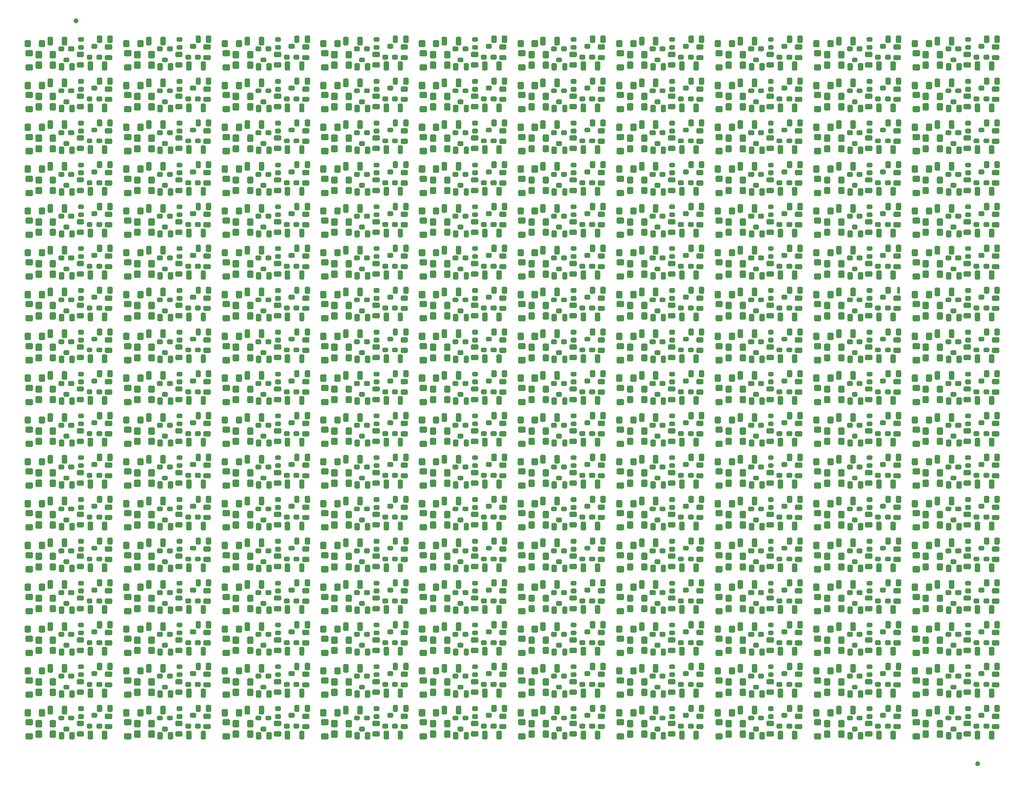
<source format=gbr>
G04 CAM350 V9.0 (Build 156) Date:  Fri Dec 11 16:43:27 2015 *
G04 Database: C:\Users\Expert\Documents\Gerber\Klaschka 605.cam *
G04 Layer 6: d161405gbp *
%FSLAX26Y26*%
%MOIN*%
%SFA1.000B1.000*%

%MIA0B0*%
%IPPOS*%
%ADD26C,0.02400*%
%ADD28C,0.03937*%
%LNd161405gbp*%
%LPD*%
G54D28*
X-7594409Y6152014D03*
X-393701Y218110D03*
G54D26*
X-535480Y426591D02*
G01Y462591D01*
X-554480*
Y426591*
X-535480*
X-545480Y462591D02*
G01Y426591D01*
X-618480D02*
G01Y462591D01*
X-638480*
Y426591*
X-618480*
X-628480Y462591D02*
G01Y426591D01*
X-270480Y507591D02*
G01X-235480D01*
Y526591*
X-270480*
Y507591*
X-235480Y516591D02*
G01X-270480D01*
Y590591D02*
G01X-235480D01*
Y610591*
X-270480*
Y590591*
X-235480Y600591D02*
G01X-270480D01*
X-496480Y448591D02*
G01X-460480D01*
Y468591*
X-496480*
Y448591*
X-460480Y458591D02*
G01X-496480D01*
Y532591D02*
G01X-460480D01*
Y551591*
X-496480*
Y532591*
X-460480Y541591D02*
G01X-496480D01*
X-462480Y605591D02*
G01X-485480D01*
Y590591*
X-462480*
Y605591*
X-485480Y598591D02*
G01X-462480D01*
Y668591D02*
G01X-485480D01*
Y653591*
X-462480*
Y668591*
X-485480Y661591D02*
G01X-462480D01*
X-615480Y672591D02*
G01Y625591D01*
X-595480*
Y672591*
X-615480*
X-605480Y625591D02*
G01Y672591D01*
X-728480D02*
G01Y625591D01*
X-708480*
Y672591*
X-728480*
X-718480Y625591D02*
G01Y672591D01*
X-869480Y451591D02*
G01X-905480D01*
Y424591*
X-869480*
Y451591*
X-879480Y441591D02*
G01X-895480D01*
Y433591*
X-879480*
Y441591*
X-905480Y437591D02*
G01X-869480D01*
Y564591D02*
G01X-905480D01*
Y537591*
X-869480*
Y564591*
X-879480Y555591D02*
G01X-895480D01*
Y547591*
X-879480*
Y555591*
X-905480Y551591D02*
G01X-869480D01*
X-710480Y474591D02*
G01Y439591D01*
X-683480*
Y474591*
X-710480*
X-701480Y464591D02*
G01Y449591D01*
X-693480*
Y464591*
X-701480*
X-697480Y439591D02*
G01Y474591D01*
X-824480D02*
G01Y439591D01*
X-796480*
Y474591*
X-824480*
X-814480Y464591D02*
G01Y449591D01*
X-806480*
Y464591*
X-814480*
X-810480Y439591D02*
G01Y474591D01*
X-230480Y645591D02*
G01Y680591D01*
X-250480*
Y645591*
X-230480*
X-240480Y680591D02*
G01Y645591D01*
X-314480D02*
G01Y680591D01*
X-333480*
Y645591*
X-314480*
X-323480Y680591D02*
G01Y645591D01*
X-387480Y426591D02*
G01Y473591D01*
X-407480*
Y426591*
X-387480*
X-397480Y473591D02*
G01Y426591D01*
X-274480D02*
G01Y473591D01*
X-293480*
Y426591*
X-274480*
X-283480Y473591D02*
G01Y426591D01*
X-798480Y645591D02*
G01Y610591D01*
X-771480*
Y645591*
X-798480*
X-788480Y635591D02*
G01Y620591D01*
X-780480*
Y635591*
X-788480*
X-784480Y610591D02*
G01Y645591D01*
X-911480D02*
G01Y610591D01*
X-884480*
Y645591*
X-911480*
X-902480Y635591D02*
G01Y620591D01*
X-894480*
Y635591*
X-902480*
X-898480Y610591D02*
G01Y645591D01*
X-710480Y558591D02*
G01Y522591D01*
X-683480*
Y558591*
X-710480*
X-701480Y548591D02*
G01Y532591D01*
X-693480*
Y548591*
X-701480*
X-697480Y522591D02*
G01Y558591D01*
X-824480D02*
G01Y522591D01*
X-796480*
Y558591*
X-824480*
X-814480Y548591D02*
G01Y532591D01*
X-806480*
Y548591*
X-814480*
X-810480Y522591D02*
G01Y558591D01*
X-642480Y577591D02*
G01X-618480D01*
Y593591*
X-642480*
Y577591*
X-618480Y585591D02*
G01X-642480D01*
X-563480Y577591D02*
G01X-539480D01*
Y593591*
X-563480*
Y577591*
X-539480Y585591D02*
G01X-563480D01*
X-602480Y490591D02*
G01X-579480D01*
Y506591*
X-602480*
Y490591*
X-579480Y498591D02*
G01X-602480D01*
X-314480Y527591D02*
G01X-338480D01*
Y511591*
X-314480*
Y527591*
X-338480Y519591D02*
G01X-314480D01*
X-393480Y527591D02*
G01X-416480D01*
Y511591*
X-393480*
Y527591*
X-416480Y519591D02*
G01X-393480D01*
X-353480Y614591D02*
G01X-377480D01*
Y598591*
X-353480*
Y614591*
X-377480Y606591D02*
G01X-353480D01*
X-535480Y760590D02*
G01Y796590D01*
X-554480*
Y760590*
X-535480*
X-545480Y796590D02*
G01Y760590D01*
X-618480D02*
G01Y796590D01*
X-638480*
Y760590*
X-618480*
X-628480Y796590D02*
G01Y760590D01*
X-270480Y841590D02*
G01X-235480D01*
Y860590*
X-270480*
Y841590*
X-235480Y850590D02*
G01X-270480D01*
Y924590D02*
G01X-235480D01*
Y944590*
X-270480*
Y924590*
X-235480Y934590D02*
G01X-270480D01*
X-496480Y782590D02*
G01X-460480D01*
Y802590*
X-496480*
Y782590*
X-460480Y792590D02*
G01X-496480D01*
Y866590D02*
G01X-460480D01*
Y885590*
X-496480*
Y866590*
X-460480Y875590D02*
G01X-496480D01*
X-462480Y939590D02*
G01X-485480D01*
Y924590*
X-462480*
Y939590*
X-485480Y932590D02*
G01X-462480D01*
Y1002590D02*
G01X-485480D01*
Y987590*
X-462480*
Y1002590*
X-485480Y995590D02*
G01X-462480D01*
X-615480Y1006590D02*
G01Y959590D01*
X-595480*
Y1006590*
X-615480*
X-605480Y959590D02*
G01Y1006590D01*
X-728480D02*
G01Y959590D01*
X-708480*
Y1006590*
X-728480*
X-718480Y959590D02*
G01Y1006590D01*
X-869480Y785590D02*
G01X-905480D01*
Y758590*
X-869480*
Y785590*
X-879480Y775590D02*
G01X-895480D01*
Y767590*
X-879480*
Y775590*
X-905480Y771590D02*
G01X-869480D01*
Y898590D02*
G01X-905480D01*
Y871590*
X-869480*
Y898590*
X-879480Y889590D02*
G01X-895480D01*
Y881590*
X-879480*
Y889590*
X-905480Y885590D02*
G01X-869480D01*
X-710480Y808590D02*
G01Y773590D01*
X-683480*
Y808590*
X-710480*
X-701480Y798590D02*
G01Y783590D01*
X-693480*
Y798590*
X-701480*
X-697480Y773590D02*
G01Y808590D01*
X-824480D02*
G01Y773590D01*
X-796480*
Y808590*
X-824480*
X-814480Y798590D02*
G01Y783590D01*
X-806480*
Y798590*
X-814480*
X-810480Y773590D02*
G01Y808590D01*
X-230480Y979590D02*
G01Y1014590D01*
X-250480*
Y979590*
X-230480*
X-240480Y1014590D02*
G01Y979590D01*
X-314480D02*
G01Y1014590D01*
X-333480*
Y979590*
X-314480*
X-323480Y1014590D02*
G01Y979590D01*
X-387480Y760590D02*
G01Y807590D01*
X-407480*
Y760590*
X-387480*
X-397480Y807590D02*
G01Y760590D01*
X-274480D02*
G01Y807590D01*
X-293480*
Y760590*
X-274480*
X-283480Y807590D02*
G01Y760590D01*
X-798480Y979590D02*
G01Y944590D01*
X-771480*
Y979590*
X-798480*
X-788480Y969590D02*
G01Y954590D01*
X-780480*
Y969590*
X-788480*
X-784480Y944590D02*
G01Y979590D01*
X-911480D02*
G01Y944590D01*
X-884480*
Y979590*
X-911480*
X-902480Y969590D02*
G01Y954590D01*
X-894480*
Y969590*
X-902480*
X-898480Y944590D02*
G01Y979590D01*
X-710480Y892590D02*
G01Y856590D01*
X-683480*
Y892590*
X-710480*
X-701480Y882590D02*
G01Y866590D01*
X-693480*
Y882590*
X-701480*
X-697480Y856590D02*
G01Y892590D01*
X-824480D02*
G01Y856590D01*
X-796480*
Y892590*
X-824480*
X-814480Y882590D02*
G01Y866590D01*
X-806480*
Y882590*
X-814480*
X-810480Y856590D02*
G01Y892590D01*
X-642480Y911590D02*
G01X-618480D01*
Y927590*
X-642480*
Y911590*
X-618480Y919590D02*
G01X-642480D01*
X-563480Y911590D02*
G01X-539480D01*
Y927590*
X-563480*
Y911590*
X-539480Y919590D02*
G01X-563480D01*
X-602480Y824590D02*
G01X-579480D01*
Y840590*
X-602480*
Y824590*
X-579480Y832590D02*
G01X-602480D01*
X-314480Y861590D02*
G01X-338480D01*
Y845590*
X-314480*
Y861590*
X-338480Y853590D02*
G01X-314480D01*
X-393480Y861590D02*
G01X-416480D01*
Y845590*
X-393480*
Y861590*
X-416480Y853590D02*
G01X-393480D01*
X-353480Y948590D02*
G01X-377480D01*
Y932590*
X-353480*
Y948590*
X-377480Y940590D02*
G01X-353480D01*
X-535480Y1094590D02*
G01Y1130590D01*
X-554480*
Y1094590*
X-535480*
X-545480Y1130590D02*
G01Y1094590D01*
X-618480D02*
G01Y1130590D01*
X-638480*
Y1094590*
X-618480*
X-628480Y1130590D02*
G01Y1094590D01*
X-270480Y1175590D02*
G01X-235480D01*
Y1194590*
X-270480*
Y1175590*
X-235480Y1184590D02*
G01X-270480D01*
Y1258590D02*
G01X-235480D01*
Y1278590*
X-270480*
Y1258590*
X-235480Y1268590D02*
G01X-270480D01*
X-496480Y1116590D02*
G01X-460480D01*
Y1136590*
X-496480*
Y1116590*
X-460480Y1126590D02*
G01X-496480D01*
Y1200590D02*
G01X-460480D01*
Y1219590*
X-496480*
Y1200590*
X-460480Y1209590D02*
G01X-496480D01*
X-462480Y1273590D02*
G01X-485480D01*
Y1258590*
X-462480*
Y1273590*
X-485480Y1266590D02*
G01X-462480D01*
Y1336590D02*
G01X-485480D01*
Y1321590*
X-462480*
Y1336590*
X-485480Y1329590D02*
G01X-462480D01*
X-615480Y1340590D02*
G01Y1293590D01*
X-595480*
Y1340590*
X-615480*
X-605480Y1293590D02*
G01Y1340590D01*
X-728480D02*
G01Y1293590D01*
X-708480*
Y1340590*
X-728480*
X-718480Y1293590D02*
G01Y1340590D01*
X-869480Y1119590D02*
G01X-905480D01*
Y1092590*
X-869480*
Y1119590*
X-879480Y1109590D02*
G01X-895480D01*
Y1101590*
X-879480*
Y1109590*
X-905480Y1105590D02*
G01X-869480D01*
Y1232590D02*
G01X-905480D01*
Y1205590*
X-869480*
Y1232590*
X-879480Y1223590D02*
G01X-895480D01*
Y1215590*
X-879480*
Y1223590*
X-905480Y1219590D02*
G01X-869480D01*
X-710480Y1142590D02*
G01Y1107590D01*
X-683480*
Y1142590*
X-710480*
X-701480Y1132590D02*
G01Y1117590D01*
X-693480*
Y1132590*
X-701480*
X-697480Y1107590D02*
G01Y1142590D01*
X-824480D02*
G01Y1107590D01*
X-796480*
Y1142590*
X-824480*
X-814480Y1132590D02*
G01Y1117590D01*
X-806480*
Y1132590*
X-814480*
X-810480Y1107590D02*
G01Y1142590D01*
X-230480Y1313590D02*
G01Y1348590D01*
X-250480*
Y1313590*
X-230480*
X-240480Y1348590D02*
G01Y1313590D01*
X-314480D02*
G01Y1348590D01*
X-333480*
Y1313590*
X-314480*
X-323480Y1348590D02*
G01Y1313590D01*
X-387480Y1094590D02*
G01Y1141590D01*
X-407480*
Y1094590*
X-387480*
X-397480Y1141590D02*
G01Y1094590D01*
X-274480D02*
G01Y1141590D01*
X-293480*
Y1094590*
X-274480*
X-283480Y1141590D02*
G01Y1094590D01*
X-798480Y1313590D02*
G01Y1278590D01*
X-771480*
Y1313590*
X-798480*
X-788480Y1303590D02*
G01Y1288590D01*
X-780480*
Y1303590*
X-788480*
X-784480Y1278590D02*
G01Y1313590D01*
X-911480D02*
G01Y1278590D01*
X-884480*
Y1313590*
X-911480*
X-902480Y1303590D02*
G01Y1288590D01*
X-894480*
Y1303590*
X-902480*
X-898480Y1278590D02*
G01Y1313590D01*
X-710480Y1226590D02*
G01Y1190590D01*
X-683480*
Y1226590*
X-710480*
X-701480Y1216590D02*
G01Y1200590D01*
X-693480*
Y1216590*
X-701480*
X-697480Y1190590D02*
G01Y1226590D01*
X-824480D02*
G01Y1190590D01*
X-796480*
Y1226590*
X-824480*
X-814480Y1216590D02*
G01Y1200590D01*
X-806480*
Y1216590*
X-814480*
X-810480Y1190590D02*
G01Y1226590D01*
X-642480Y1245590D02*
G01X-618480D01*
Y1261590*
X-642480*
Y1245590*
X-618480Y1253590D02*
G01X-642480D01*
X-563480Y1245590D02*
G01X-539480D01*
Y1261590*
X-563480*
Y1245590*
X-539480Y1253590D02*
G01X-563480D01*
X-602480Y1158590D02*
G01X-579480D01*
Y1174590*
X-602480*
Y1158590*
X-579480Y1166590D02*
G01X-602480D01*
X-314480Y1195590D02*
G01X-338480D01*
Y1179590*
X-314480*
Y1195590*
X-338480Y1187590D02*
G01X-314480D01*
X-393480Y1195590D02*
G01X-416480D01*
Y1179590*
X-393480*
Y1195590*
X-416480Y1187590D02*
G01X-393480D01*
X-353480Y1282590D02*
G01X-377480D01*
Y1266590*
X-353480*
Y1282590*
X-377480Y1274590D02*
G01X-353480D01*
X-535480Y1428590D02*
G01Y1464590D01*
X-554480*
Y1428590*
X-535480*
X-545480Y1464590D02*
G01Y1428590D01*
X-618480D02*
G01Y1464590D01*
X-638480*
Y1428590*
X-618480*
X-628480Y1464590D02*
G01Y1428590D01*
X-270480Y1509590D02*
G01X-235480D01*
Y1528590*
X-270480*
Y1509590*
X-235480Y1518590D02*
G01X-270480D01*
Y1592590D02*
G01X-235480D01*
Y1612590*
X-270480*
Y1592590*
X-235480Y1602590D02*
G01X-270480D01*
X-496480Y1450590D02*
G01X-460480D01*
Y1470590*
X-496480*
Y1450590*
X-460480Y1460590D02*
G01X-496480D01*
Y1534590D02*
G01X-460480D01*
Y1553590*
X-496480*
Y1534590*
X-460480Y1543590D02*
G01X-496480D01*
X-462480Y1607590D02*
G01X-485480D01*
Y1592590*
X-462480*
Y1607590*
X-485480Y1600590D02*
G01X-462480D01*
Y1670590D02*
G01X-485480D01*
Y1655590*
X-462480*
Y1670590*
X-485480Y1663590D02*
G01X-462480D01*
X-615480Y1674590D02*
G01Y1627590D01*
X-595480*
Y1674590*
X-615480*
X-605480Y1627590D02*
G01Y1674590D01*
X-728480D02*
G01Y1627590D01*
X-708480*
Y1674590*
X-728480*
X-718480Y1627590D02*
G01Y1674590D01*
X-869480Y1453590D02*
G01X-905480D01*
Y1426590*
X-869480*
Y1453590*
X-879480Y1443590D02*
G01X-895480D01*
Y1435590*
X-879480*
Y1443590*
X-905480Y1439590D02*
G01X-869480D01*
Y1566590D02*
G01X-905480D01*
Y1539590*
X-869480*
Y1566590*
X-879480Y1557590D02*
G01X-895480D01*
Y1549590*
X-879480*
Y1557590*
X-905480Y1553590D02*
G01X-869480D01*
X-710480Y1476590D02*
G01Y1441590D01*
X-683480*
Y1476590*
X-710480*
X-701480Y1466590D02*
G01Y1451590D01*
X-693480*
Y1466590*
X-701480*
X-697480Y1441590D02*
G01Y1476590D01*
X-824480D02*
G01Y1441590D01*
X-796480*
Y1476590*
X-824480*
X-814480Y1466590D02*
G01Y1451590D01*
X-806480*
Y1466590*
X-814480*
X-810480Y1441590D02*
G01Y1476590D01*
X-230480Y1647590D02*
G01Y1682590D01*
X-250480*
Y1647590*
X-230480*
X-240480Y1682590D02*
G01Y1647590D01*
X-314480D02*
G01Y1682590D01*
X-333480*
Y1647590*
X-314480*
X-323480Y1682590D02*
G01Y1647590D01*
X-387480Y1428590D02*
G01Y1475590D01*
X-407480*
Y1428590*
X-387480*
X-397480Y1475590D02*
G01Y1428590D01*
X-274480D02*
G01Y1475590D01*
X-293480*
Y1428590*
X-274480*
X-283480Y1475590D02*
G01Y1428590D01*
X-798480Y1647590D02*
G01Y1612590D01*
X-771480*
Y1647590*
X-798480*
X-788480Y1637590D02*
G01Y1622590D01*
X-780480*
Y1637590*
X-788480*
X-784480Y1612590D02*
G01Y1647590D01*
X-911480D02*
G01Y1612590D01*
X-884480*
Y1647590*
X-911480*
X-902480Y1637590D02*
G01Y1622590D01*
X-894480*
Y1637590*
X-902480*
X-898480Y1612590D02*
G01Y1647590D01*
X-710480Y1560590D02*
G01Y1524590D01*
X-683480*
Y1560590*
X-710480*
X-701480Y1550590D02*
G01Y1534590D01*
X-693480*
Y1550590*
X-701480*
X-697480Y1524590D02*
G01Y1560590D01*
X-824480D02*
G01Y1524590D01*
X-796480*
Y1560590*
X-824480*
X-814480Y1550590D02*
G01Y1534590D01*
X-806480*
Y1550590*
X-814480*
X-810480Y1524590D02*
G01Y1560590D01*
X-642480Y1579590D02*
G01X-618480D01*
Y1595590*
X-642480*
Y1579590*
X-618480Y1587590D02*
G01X-642480D01*
X-563480Y1579590D02*
G01X-539480D01*
Y1595590*
X-563480*
Y1579590*
X-539480Y1587590D02*
G01X-563480D01*
X-602480Y1492590D02*
G01X-579480D01*
Y1508590*
X-602480*
Y1492590*
X-579480Y1500590D02*
G01X-602480D01*
X-314480Y1529590D02*
G01X-338480D01*
Y1513590*
X-314480*
Y1529590*
X-338480Y1521590D02*
G01X-314480D01*
X-393480Y1529590D02*
G01X-416480D01*
Y1513590*
X-393480*
Y1529590*
X-416480Y1521590D02*
G01X-393480D01*
X-353480Y1616590D02*
G01X-377480D01*
Y1600590*
X-353480*
Y1616590*
X-377480Y1608590D02*
G01X-353480D01*
X-535480Y1762590D02*
G01Y1798590D01*
X-554480*
Y1762590*
X-535480*
X-545480Y1798590D02*
G01Y1762590D01*
X-618480D02*
G01Y1798590D01*
X-638480*
Y1762590*
X-618480*
X-628480Y1798590D02*
G01Y1762590D01*
X-270480Y1843590D02*
G01X-235480D01*
Y1862590*
X-270480*
Y1843590*
X-235480Y1852590D02*
G01X-270480D01*
Y1926590D02*
G01X-235480D01*
Y1946590*
X-270480*
Y1926590*
X-235480Y1936590D02*
G01X-270480D01*
X-496480Y1784590D02*
G01X-460480D01*
Y1804590*
X-496480*
Y1784590*
X-460480Y1794590D02*
G01X-496480D01*
Y1868590D02*
G01X-460480D01*
Y1887590*
X-496480*
Y1868590*
X-460480Y1877590D02*
G01X-496480D01*
X-462480Y1941590D02*
G01X-485480D01*
Y1926590*
X-462480*
Y1941590*
X-485480Y1934590D02*
G01X-462480D01*
Y2004590D02*
G01X-485480D01*
Y1989590*
X-462480*
Y2004590*
X-485480Y1997590D02*
G01X-462480D01*
X-615480Y2008590D02*
G01Y1961590D01*
X-595480*
Y2008590*
X-615480*
X-605480Y1961590D02*
G01Y2008590D01*
X-728480D02*
G01Y1961590D01*
X-708480*
Y2008590*
X-728480*
X-718480Y1961590D02*
G01Y2008590D01*
X-869480Y1787590D02*
G01X-905480D01*
Y1760590*
X-869480*
Y1787590*
X-879480Y1777590D02*
G01X-895480D01*
Y1769590*
X-879480*
Y1777590*
X-905480Y1773590D02*
G01X-869480D01*
Y1900590D02*
G01X-905480D01*
Y1873590*
X-869480*
Y1900590*
X-879480Y1891590D02*
G01X-895480D01*
Y1883590*
X-879480*
Y1891590*
X-905480Y1887590D02*
G01X-869480D01*
X-710480Y1810590D02*
G01Y1775590D01*
X-683480*
Y1810590*
X-710480*
X-701480Y1800590D02*
G01Y1785590D01*
X-693480*
Y1800590*
X-701480*
X-697480Y1775590D02*
G01Y1810590D01*
X-824480D02*
G01Y1775590D01*
X-796480*
Y1810590*
X-824480*
X-814480Y1800590D02*
G01Y1785590D01*
X-806480*
Y1800590*
X-814480*
X-810480Y1775590D02*
G01Y1810590D01*
X-230480Y1981590D02*
G01Y2016590D01*
X-250480*
Y1981590*
X-230480*
X-240480Y2016590D02*
G01Y1981590D01*
X-314480D02*
G01Y2016590D01*
X-333480*
Y1981590*
X-314480*
X-323480Y2016590D02*
G01Y1981590D01*
X-387480Y1762590D02*
G01Y1809590D01*
X-407480*
Y1762590*
X-387480*
X-397480Y1809590D02*
G01Y1762590D01*
X-274480D02*
G01Y1809590D01*
X-293480*
Y1762590*
X-274480*
X-283480Y1809590D02*
G01Y1762590D01*
X-798480Y1981590D02*
G01Y1946590D01*
X-771480*
Y1981590*
X-798480*
X-788480Y1971590D02*
G01Y1956590D01*
X-780480*
Y1971590*
X-788480*
X-784480Y1946590D02*
G01Y1981590D01*
X-911480D02*
G01Y1946590D01*
X-884480*
Y1981590*
X-911480*
X-902480Y1971590D02*
G01Y1956590D01*
X-894480*
Y1971590*
X-902480*
X-898480Y1946590D02*
G01Y1981590D01*
X-710480Y1894590D02*
G01Y1858590D01*
X-683480*
Y1894590*
X-710480*
X-701480Y1884590D02*
G01Y1868590D01*
X-693480*
Y1884590*
X-701480*
X-697480Y1858590D02*
G01Y1894590D01*
X-824480D02*
G01Y1858590D01*
X-796480*
Y1894590*
X-824480*
X-814480Y1884590D02*
G01Y1868590D01*
X-806480*
Y1884590*
X-814480*
X-810480Y1858590D02*
G01Y1894590D01*
X-642480Y1913590D02*
G01X-618480D01*
Y1929590*
X-642480*
Y1913590*
X-618480Y1921590D02*
G01X-642480D01*
X-563480Y1913590D02*
G01X-539480D01*
Y1929590*
X-563480*
Y1913590*
X-539480Y1921590D02*
G01X-563480D01*
X-602480Y1826590D02*
G01X-579480D01*
Y1842590*
X-602480*
Y1826590*
X-579480Y1834590D02*
G01X-602480D01*
X-314480Y1863590D02*
G01X-338480D01*
Y1847590*
X-314480*
Y1863590*
X-338480Y1855590D02*
G01X-314480D01*
X-393480Y1863590D02*
G01X-416480D01*
Y1847590*
X-393480*
Y1863590*
X-416480Y1855590D02*
G01X-393480D01*
X-353480Y1950590D02*
G01X-377480D01*
Y1934590*
X-353480*
Y1950590*
X-377480Y1942590D02*
G01X-353480D01*
X-535480Y2096590D02*
G01Y2132590D01*
X-554480*
Y2096590*
X-535480*
X-545480Y2132590D02*
G01Y2096590D01*
X-618480D02*
G01Y2132590D01*
X-638480*
Y2096590*
X-618480*
X-628480Y2132590D02*
G01Y2096590D01*
X-270480Y2177590D02*
G01X-235480D01*
Y2196590*
X-270480*
Y2177590*
X-235480Y2186590D02*
G01X-270480D01*
Y2260590D02*
G01X-235480D01*
Y2280590*
X-270480*
Y2260590*
X-235480Y2270590D02*
G01X-270480D01*
X-496480Y2118590D02*
G01X-460480D01*
Y2138590*
X-496480*
Y2118590*
X-460480Y2128590D02*
G01X-496480D01*
Y2202590D02*
G01X-460480D01*
Y2221590*
X-496480*
Y2202590*
X-460480Y2211590D02*
G01X-496480D01*
X-462480Y2275590D02*
G01X-485480D01*
Y2260590*
X-462480*
Y2275590*
X-485480Y2268590D02*
G01X-462480D01*
Y2338590D02*
G01X-485480D01*
Y2323590*
X-462480*
Y2338590*
X-485480Y2331590D02*
G01X-462480D01*
X-615480Y2342590D02*
G01Y2295590D01*
X-595480*
Y2342590*
X-615480*
X-605480Y2295590D02*
G01Y2342590D01*
X-728480D02*
G01Y2295590D01*
X-708480*
Y2342590*
X-728480*
X-718480Y2295590D02*
G01Y2342590D01*
X-869480Y2121590D02*
G01X-905480D01*
Y2094590*
X-869480*
Y2121590*
X-879480Y2111590D02*
G01X-895480D01*
Y2103590*
X-879480*
Y2111590*
X-905480Y2107590D02*
G01X-869480D01*
Y2234590D02*
G01X-905480D01*
Y2207590*
X-869480*
Y2234590*
X-879480Y2225590D02*
G01X-895480D01*
Y2217590*
X-879480*
Y2225590*
X-905480Y2221590D02*
G01X-869480D01*
X-710480Y2144590D02*
G01Y2109590D01*
X-683480*
Y2144590*
X-710480*
X-701480Y2134590D02*
G01Y2119590D01*
X-693480*
Y2134590*
X-701480*
X-697480Y2109590D02*
G01Y2144590D01*
X-824480D02*
G01Y2109590D01*
X-796480*
Y2144590*
X-824480*
X-814480Y2134590D02*
G01Y2119590D01*
X-806480*
Y2134590*
X-814480*
X-810480Y2109590D02*
G01Y2144590D01*
X-230480Y2315590D02*
G01Y2350590D01*
X-250480*
Y2315590*
X-230480*
X-240480Y2350590D02*
G01Y2315590D01*
X-314480D02*
G01Y2350590D01*
X-333480*
Y2315590*
X-314480*
X-323480Y2350590D02*
G01Y2315590D01*
X-387480Y2096590D02*
G01Y2143590D01*
X-407480*
Y2096590*
X-387480*
X-397480Y2143590D02*
G01Y2096590D01*
X-274480D02*
G01Y2143590D01*
X-293480*
Y2096590*
X-274480*
X-283480Y2143590D02*
G01Y2096590D01*
X-798480Y2315590D02*
G01Y2280590D01*
X-771480*
Y2315590*
X-798480*
X-788480Y2305590D02*
G01Y2290590D01*
X-780480*
Y2305590*
X-788480*
X-784480Y2280590D02*
G01Y2315590D01*
X-911480D02*
G01Y2280590D01*
X-884480*
Y2315590*
X-911480*
X-902480Y2305590D02*
G01Y2290590D01*
X-894480*
Y2305590*
X-902480*
X-898480Y2280590D02*
G01Y2315590D01*
X-710480Y2228590D02*
G01Y2192590D01*
X-683480*
Y2228590*
X-710480*
X-701480Y2218590D02*
G01Y2202590D01*
X-693480*
Y2218590*
X-701480*
X-697480Y2192590D02*
G01Y2228590D01*
X-824480D02*
G01Y2192590D01*
X-796480*
Y2228590*
X-824480*
X-814480Y2218590D02*
G01Y2202590D01*
X-806480*
Y2218590*
X-814480*
X-810480Y2192590D02*
G01Y2228590D01*
X-642480Y2247590D02*
G01X-618480D01*
Y2263590*
X-642480*
Y2247590*
X-618480Y2255590D02*
G01X-642480D01*
X-563480Y2247590D02*
G01X-539480D01*
Y2263590*
X-563480*
Y2247590*
X-539480Y2255590D02*
G01X-563480D01*
X-602480Y2160590D02*
G01X-579480D01*
Y2176590*
X-602480*
Y2160590*
X-579480Y2168590D02*
G01X-602480D01*
X-314480Y2197590D02*
G01X-338480D01*
Y2181590*
X-314480*
Y2197590*
X-338480Y2189590D02*
G01X-314480D01*
X-393480Y2197590D02*
G01X-416480D01*
Y2181590*
X-393480*
Y2197590*
X-416480Y2189590D02*
G01X-393480D01*
X-353480Y2284590D02*
G01X-377480D01*
Y2268590*
X-353480*
Y2284590*
X-377480Y2276590D02*
G01X-353480D01*
X-535480Y2430590D02*
G01Y2466590D01*
X-554480*
Y2430590*
X-535480*
X-545480Y2466590D02*
G01Y2430590D01*
X-618480D02*
G01Y2466590D01*
X-638480*
Y2430590*
X-618480*
X-628480Y2466590D02*
G01Y2430590D01*
X-270480Y2511590D02*
G01X-235480D01*
Y2530590*
X-270480*
Y2511590*
X-235480Y2520590D02*
G01X-270480D01*
Y2594590D02*
G01X-235480D01*
Y2614590*
X-270480*
Y2594590*
X-235480Y2604590D02*
G01X-270480D01*
X-496480Y2452590D02*
G01X-460480D01*
Y2472590*
X-496480*
Y2452590*
X-460480Y2462590D02*
G01X-496480D01*
Y2536590D02*
G01X-460480D01*
Y2555590*
X-496480*
Y2536590*
X-460480Y2545590D02*
G01X-496480D01*
X-462480Y2609590D02*
G01X-485480D01*
Y2594590*
X-462480*
Y2609590*
X-485480Y2602590D02*
G01X-462480D01*
Y2672590D02*
G01X-485480D01*
Y2657590*
X-462480*
Y2672590*
X-485480Y2665590D02*
G01X-462480D01*
X-615480Y2676590D02*
G01Y2629590D01*
X-595480*
Y2676590*
X-615480*
X-605480Y2629590D02*
G01Y2676590D01*
X-728480D02*
G01Y2629590D01*
X-708480*
Y2676590*
X-728480*
X-718480Y2629590D02*
G01Y2676590D01*
X-869480Y2455590D02*
G01X-905480D01*
Y2428590*
X-869480*
Y2455590*
X-879480Y2445590D02*
G01X-895480D01*
Y2437590*
X-879480*
Y2445590*
X-905480Y2441590D02*
G01X-869480D01*
Y2568590D02*
G01X-905480D01*
Y2541590*
X-869480*
Y2568590*
X-879480Y2559590D02*
G01X-895480D01*
Y2551590*
X-879480*
Y2559590*
X-905480Y2555590D02*
G01X-869480D01*
X-710480Y2478590D02*
G01Y2443590D01*
X-683480*
Y2478590*
X-710480*
X-701480Y2468590D02*
G01Y2453590D01*
X-693480*
Y2468590*
X-701480*
X-697480Y2443590D02*
G01Y2478590D01*
X-824480D02*
G01Y2443590D01*
X-796480*
Y2478590*
X-824480*
X-814480Y2468590D02*
G01Y2453590D01*
X-806480*
Y2468590*
X-814480*
X-810480Y2443590D02*
G01Y2478590D01*
X-230480Y2649590D02*
G01Y2684590D01*
X-250480*
Y2649590*
X-230480*
X-240480Y2684590D02*
G01Y2649590D01*
X-314480D02*
G01Y2684590D01*
X-333480*
Y2649590*
X-314480*
X-323480Y2684590D02*
G01Y2649590D01*
X-387480Y2430590D02*
G01Y2477590D01*
X-407480*
Y2430590*
X-387480*
X-397480Y2477590D02*
G01Y2430590D01*
X-274480D02*
G01Y2477590D01*
X-293480*
Y2430590*
X-274480*
X-283480Y2477590D02*
G01Y2430590D01*
X-798480Y2649590D02*
G01Y2614590D01*
X-771480*
Y2649590*
X-798480*
X-788480Y2639590D02*
G01Y2624590D01*
X-780480*
Y2639590*
X-788480*
X-784480Y2614590D02*
G01Y2649590D01*
X-911480D02*
G01Y2614590D01*
X-884480*
Y2649590*
X-911480*
X-902480Y2639590D02*
G01Y2624590D01*
X-894480*
Y2639590*
X-902480*
X-898480Y2614590D02*
G01Y2649590D01*
X-710480Y2562590D02*
G01Y2526590D01*
X-683480*
Y2562590*
X-710480*
X-701480Y2552590D02*
G01Y2536590D01*
X-693480*
Y2552590*
X-701480*
X-697480Y2526590D02*
G01Y2562590D01*
X-824480D02*
G01Y2526590D01*
X-796480*
Y2562590*
X-824480*
X-814480Y2552590D02*
G01Y2536590D01*
X-806480*
Y2552590*
X-814480*
X-810480Y2526590D02*
G01Y2562590D01*
X-642480Y2581590D02*
G01X-618480D01*
Y2597590*
X-642480*
Y2581590*
X-618480Y2589590D02*
G01X-642480D01*
X-563480Y2581590D02*
G01X-539480D01*
Y2597590*
X-563480*
Y2581590*
X-539480Y2589590D02*
G01X-563480D01*
X-602480Y2494590D02*
G01X-579480D01*
Y2510590*
X-602480*
Y2494590*
X-579480Y2502590D02*
G01X-602480D01*
X-314480Y2531590D02*
G01X-338480D01*
Y2515590*
X-314480*
Y2531590*
X-338480Y2523590D02*
G01X-314480D01*
X-393480Y2531590D02*
G01X-416480D01*
Y2515590*
X-393480*
Y2531590*
X-416480Y2523590D02*
G01X-393480D01*
X-353480Y2618590D02*
G01X-377480D01*
Y2602590*
X-353480*
Y2618590*
X-377480Y2610590D02*
G01X-353480D01*
X-535480Y2764590D02*
G01Y2800590D01*
X-554480*
Y2764590*
X-535480*
X-545480Y2800590D02*
G01Y2764590D01*
X-618480D02*
G01Y2800590D01*
X-638480*
Y2764590*
X-618480*
X-628480Y2800590D02*
G01Y2764590D01*
X-270480Y2845590D02*
G01X-235480D01*
Y2864590*
X-270480*
Y2845590*
X-235480Y2854590D02*
G01X-270480D01*
Y2928590D02*
G01X-235480D01*
Y2948590*
X-270480*
Y2928590*
X-235480Y2938590D02*
G01X-270480D01*
X-496480Y2786590D02*
G01X-460480D01*
Y2806590*
X-496480*
Y2786590*
X-460480Y2796590D02*
G01X-496480D01*
Y2870590D02*
G01X-460480D01*
Y2889590*
X-496480*
Y2870590*
X-460480Y2879590D02*
G01X-496480D01*
X-462480Y2943590D02*
G01X-485480D01*
Y2928590*
X-462480*
Y2943590*
X-485480Y2936590D02*
G01X-462480D01*
Y3006590D02*
G01X-485480D01*
Y2991590*
X-462480*
Y3006590*
X-485480Y2999590D02*
G01X-462480D01*
X-615480Y3010590D02*
G01Y2963590D01*
X-595480*
Y3010590*
X-615480*
X-605480Y2963590D02*
G01Y3010590D01*
X-728480D02*
G01Y2963590D01*
X-708480*
Y3010590*
X-728480*
X-718480Y2963590D02*
G01Y3010590D01*
X-869480Y2789590D02*
G01X-905480D01*
Y2762590*
X-869480*
Y2789590*
X-879480Y2779590D02*
G01X-895480D01*
Y2771590*
X-879480*
Y2779590*
X-905480Y2775590D02*
G01X-869480D01*
Y2902590D02*
G01X-905480D01*
Y2875590*
X-869480*
Y2902590*
X-879480Y2893590D02*
G01X-895480D01*
Y2885590*
X-879480*
Y2893590*
X-905480Y2889590D02*
G01X-869480D01*
X-710480Y2812590D02*
G01Y2777590D01*
X-683480*
Y2812590*
X-710480*
X-701480Y2802590D02*
G01Y2787590D01*
X-693480*
Y2802590*
X-701480*
X-697480Y2777590D02*
G01Y2812590D01*
X-824480D02*
G01Y2777590D01*
X-796480*
Y2812590*
X-824480*
X-814480Y2802590D02*
G01Y2787590D01*
X-806480*
Y2802590*
X-814480*
X-810480Y2777590D02*
G01Y2812590D01*
X-230480Y2983590D02*
G01Y3018590D01*
X-250480*
Y2983590*
X-230480*
X-240480Y3018590D02*
G01Y2983590D01*
X-314480D02*
G01Y3018590D01*
X-333480*
Y2983590*
X-314480*
X-323480Y3018590D02*
G01Y2983590D01*
X-387480Y2764590D02*
G01Y2811590D01*
X-407480*
Y2764590*
X-387480*
X-397480Y2811590D02*
G01Y2764590D01*
X-274480D02*
G01Y2811590D01*
X-293480*
Y2764590*
X-274480*
X-283480Y2811590D02*
G01Y2764590D01*
X-798480Y2983590D02*
G01Y2948590D01*
X-771480*
Y2983590*
X-798480*
X-788480Y2973590D02*
G01Y2958590D01*
X-780480*
Y2973590*
X-788480*
X-784480Y2948590D02*
G01Y2983590D01*
X-911480D02*
G01Y2948590D01*
X-884480*
Y2983590*
X-911480*
X-902480Y2973590D02*
G01Y2958590D01*
X-894480*
Y2973590*
X-902480*
X-898480Y2948590D02*
G01Y2983590D01*
X-710480Y2896590D02*
G01Y2860590D01*
X-683480*
Y2896590*
X-710480*
X-701480Y2886590D02*
G01Y2870590D01*
X-693480*
Y2886590*
X-701480*
X-697480Y2860590D02*
G01Y2896590D01*
X-824480D02*
G01Y2860590D01*
X-796480*
Y2896590*
X-824480*
X-814480Y2886590D02*
G01Y2870590D01*
X-806480*
Y2886590*
X-814480*
X-810480Y2860590D02*
G01Y2896590D01*
X-642480Y2915590D02*
G01X-618480D01*
Y2931590*
X-642480*
Y2915590*
X-618480Y2923590D02*
G01X-642480D01*
X-563480Y2915590D02*
G01X-539480D01*
Y2931590*
X-563480*
Y2915590*
X-539480Y2923590D02*
G01X-563480D01*
X-602480Y2828590D02*
G01X-579480D01*
Y2844590*
X-602480*
Y2828590*
X-579480Y2836590D02*
G01X-602480D01*
X-314480Y2865590D02*
G01X-338480D01*
Y2849590*
X-314480*
Y2865590*
X-338480Y2857590D02*
G01X-314480D01*
X-393480Y2865590D02*
G01X-416480D01*
Y2849590*
X-393480*
Y2865590*
X-416480Y2857590D02*
G01X-393480D01*
X-353480Y2952590D02*
G01X-377480D01*
Y2936590*
X-353480*
Y2952590*
X-377480Y2944590D02*
G01X-353480D01*
X-535480Y3098590D02*
G01Y3134590D01*
X-554480*
Y3098590*
X-535480*
X-545480Y3134590D02*
G01Y3098590D01*
X-618480D02*
G01Y3134590D01*
X-638480*
Y3098590*
X-618480*
X-628480Y3134590D02*
G01Y3098590D01*
X-270480Y3179590D02*
G01X-235480D01*
Y3198590*
X-270480*
Y3179590*
X-235480Y3188590D02*
G01X-270480D01*
Y3262590D02*
G01X-235480D01*
Y3282590*
X-270480*
Y3262590*
X-235480Y3272590D02*
G01X-270480D01*
X-496480Y3120590D02*
G01X-460480D01*
Y3140590*
X-496480*
Y3120590*
X-460480Y3130590D02*
G01X-496480D01*
Y3204590D02*
G01X-460480D01*
Y3223590*
X-496480*
Y3204590*
X-460480Y3213590D02*
G01X-496480D01*
X-462480Y3277590D02*
G01X-485480D01*
Y3262590*
X-462480*
Y3277590*
X-485480Y3270590D02*
G01X-462480D01*
Y3340590D02*
G01X-485480D01*
Y3325590*
X-462480*
Y3340590*
X-485480Y3333590D02*
G01X-462480D01*
X-615480Y3344590D02*
G01Y3297590D01*
X-595480*
Y3344590*
X-615480*
X-605480Y3297590D02*
G01Y3344590D01*
X-728480D02*
G01Y3297590D01*
X-708480*
Y3344590*
X-728480*
X-718480Y3297590D02*
G01Y3344590D01*
X-869480Y3123590D02*
G01X-905480D01*
Y3096590*
X-869480*
Y3123590*
X-879480Y3113590D02*
G01X-895480D01*
Y3105590*
X-879480*
Y3113590*
X-905480Y3109590D02*
G01X-869480D01*
Y3236590D02*
G01X-905480D01*
Y3209590*
X-869480*
Y3236590*
X-879480Y3227590D02*
G01X-895480D01*
Y3219590*
X-879480*
Y3227590*
X-905480Y3223590D02*
G01X-869480D01*
X-710480Y3146590D02*
G01Y3111590D01*
X-683480*
Y3146590*
X-710480*
X-701480Y3136590D02*
G01Y3121590D01*
X-693480*
Y3136590*
X-701480*
X-697480Y3111590D02*
G01Y3146590D01*
X-824480D02*
G01Y3111590D01*
X-796480*
Y3146590*
X-824480*
X-814480Y3136590D02*
G01Y3121590D01*
X-806480*
Y3136590*
X-814480*
X-810480Y3111590D02*
G01Y3146590D01*
X-230480Y3317590D02*
G01Y3352590D01*
X-250480*
Y3317590*
X-230480*
X-240480Y3352590D02*
G01Y3317590D01*
X-314480D02*
G01Y3352590D01*
X-333480*
Y3317590*
X-314480*
X-323480Y3352590D02*
G01Y3317590D01*
X-387480Y3098590D02*
G01Y3145590D01*
X-407480*
Y3098590*
X-387480*
X-397480Y3145590D02*
G01Y3098590D01*
X-274480D02*
G01Y3145590D01*
X-293480*
Y3098590*
X-274480*
X-283480Y3145590D02*
G01Y3098590D01*
X-798480Y3317590D02*
G01Y3282590D01*
X-771480*
Y3317590*
X-798480*
X-788480Y3307590D02*
G01Y3292590D01*
X-780480*
Y3307590*
X-788480*
X-784480Y3282590D02*
G01Y3317590D01*
X-911480D02*
G01Y3282590D01*
X-884480*
Y3317590*
X-911480*
X-902480Y3307590D02*
G01Y3292590D01*
X-894480*
Y3307590*
X-902480*
X-898480Y3282590D02*
G01Y3317590D01*
X-710480Y3230590D02*
G01Y3194590D01*
X-683480*
Y3230590*
X-710480*
X-701480Y3220590D02*
G01Y3204590D01*
X-693480*
Y3220590*
X-701480*
X-697480Y3194590D02*
G01Y3230590D01*
X-824480D02*
G01Y3194590D01*
X-796480*
Y3230590*
X-824480*
X-814480Y3220590D02*
G01Y3204590D01*
X-806480*
Y3220590*
X-814480*
X-810480Y3194590D02*
G01Y3230590D01*
X-642480Y3249590D02*
G01X-618480D01*
Y3265590*
X-642480*
Y3249590*
X-618480Y3257590D02*
G01X-642480D01*
X-563480Y3249590D02*
G01X-539480D01*
Y3265590*
X-563480*
Y3249590*
X-539480Y3257590D02*
G01X-563480D01*
X-602480Y3162590D02*
G01X-579480D01*
Y3178590*
X-602480*
Y3162590*
X-579480Y3170590D02*
G01X-602480D01*
X-314480Y3199590D02*
G01X-338480D01*
Y3183590*
X-314480*
Y3199590*
X-338480Y3191590D02*
G01X-314480D01*
X-393480Y3199590D02*
G01X-416480D01*
Y3183590*
X-393480*
Y3199590*
X-416480Y3191590D02*
G01X-393480D01*
X-353480Y3286590D02*
G01X-377480D01*
Y3270590*
X-353480*
Y3286590*
X-377480Y3278590D02*
G01X-353480D01*
X-535480Y3432590D02*
G01Y3468590D01*
X-554480*
Y3432590*
X-535480*
X-545480Y3468590D02*
G01Y3432590D01*
X-618480D02*
G01Y3468590D01*
X-638480*
Y3432590*
X-618480*
X-628480Y3468590D02*
G01Y3432590D01*
X-270480Y3513590D02*
G01X-235480D01*
Y3532590*
X-270480*
Y3513590*
X-235480Y3522590D02*
G01X-270480D01*
Y3596590D02*
G01X-235480D01*
Y3616590*
X-270480*
Y3596590*
X-235480Y3606590D02*
G01X-270480D01*
X-496480Y3454590D02*
G01X-460480D01*
Y3474590*
X-496480*
Y3454590*
X-460480Y3464590D02*
G01X-496480D01*
Y3538590D02*
G01X-460480D01*
Y3557590*
X-496480*
Y3538590*
X-460480Y3547590D02*
G01X-496480D01*
X-462480Y3611590D02*
G01X-485480D01*
Y3596590*
X-462480*
Y3611590*
X-485480Y3604590D02*
G01X-462480D01*
Y3674590D02*
G01X-485480D01*
Y3659590*
X-462480*
Y3674590*
X-485480Y3667590D02*
G01X-462480D01*
X-615480Y3678590D02*
G01Y3631590D01*
X-595480*
Y3678590*
X-615480*
X-605480Y3631590D02*
G01Y3678590D01*
X-728480D02*
G01Y3631590D01*
X-708480*
Y3678590*
X-728480*
X-718480Y3631590D02*
G01Y3678590D01*
X-869480Y3457590D02*
G01X-905480D01*
Y3430590*
X-869480*
Y3457590*
X-879480Y3447590D02*
G01X-895480D01*
Y3439590*
X-879480*
Y3447590*
X-905480Y3443590D02*
G01X-869480D01*
Y3570590D02*
G01X-905480D01*
Y3543590*
X-869480*
Y3570590*
X-879480Y3561590D02*
G01X-895480D01*
Y3553590*
X-879480*
Y3561590*
X-905480Y3557590D02*
G01X-869480D01*
X-710480Y3480590D02*
G01Y3445590D01*
X-683480*
Y3480590*
X-710480*
X-701480Y3470590D02*
G01Y3455590D01*
X-693480*
Y3470590*
X-701480*
X-697480Y3445590D02*
G01Y3480590D01*
X-824480D02*
G01Y3445590D01*
X-796480*
Y3480590*
X-824480*
X-814480Y3470590D02*
G01Y3455590D01*
X-806480*
Y3470590*
X-814480*
X-810480Y3445590D02*
G01Y3480590D01*
X-230480Y3651590D02*
G01Y3686590D01*
X-250480*
Y3651590*
X-230480*
X-240480Y3686590D02*
G01Y3651590D01*
X-314480D02*
G01Y3686590D01*
X-333480*
Y3651590*
X-314480*
X-323480Y3686590D02*
G01Y3651590D01*
X-387480Y3432590D02*
G01Y3479590D01*
X-407480*
Y3432590*
X-387480*
X-397480Y3479590D02*
G01Y3432590D01*
X-274480D02*
G01Y3479590D01*
X-293480*
Y3432590*
X-274480*
X-283480Y3479590D02*
G01Y3432590D01*
X-798480Y3651590D02*
G01Y3616590D01*
X-771480*
Y3651590*
X-798480*
X-788480Y3641590D02*
G01Y3626590D01*
X-780480*
Y3641590*
X-788480*
X-784480Y3616590D02*
G01Y3651590D01*
X-911480D02*
G01Y3616590D01*
X-884480*
Y3651590*
X-911480*
X-902480Y3641590D02*
G01Y3626590D01*
X-894480*
Y3641590*
X-902480*
X-898480Y3616590D02*
G01Y3651590D01*
X-710480Y3564590D02*
G01Y3528590D01*
X-683480*
Y3564590*
X-710480*
X-701480Y3554590D02*
G01Y3538590D01*
X-693480*
Y3554590*
X-701480*
X-697480Y3528590D02*
G01Y3564590D01*
X-824480D02*
G01Y3528590D01*
X-796480*
Y3564590*
X-824480*
X-814480Y3554590D02*
G01Y3538590D01*
X-806480*
Y3554590*
X-814480*
X-810480Y3528590D02*
G01Y3564590D01*
X-642480Y3583590D02*
G01X-618480D01*
Y3599590*
X-642480*
Y3583590*
X-618480Y3591590D02*
G01X-642480D01*
X-563480Y3583590D02*
G01X-539480D01*
Y3599590*
X-563480*
Y3583590*
X-539480Y3591590D02*
G01X-563480D01*
X-602480Y3496590D02*
G01X-579480D01*
Y3512590*
X-602480*
Y3496590*
X-579480Y3504590D02*
G01X-602480D01*
X-314480Y3533590D02*
G01X-338480D01*
Y3517590*
X-314480*
Y3533590*
X-338480Y3525590D02*
G01X-314480D01*
X-393480Y3533590D02*
G01X-416480D01*
Y3517590*
X-393480*
Y3533590*
X-416480Y3525590D02*
G01X-393480D01*
X-353480Y3620590D02*
G01X-377480D01*
Y3604590*
X-353480*
Y3620590*
X-377480Y3612590D02*
G01X-353480D01*
X-535480Y3766590D02*
G01Y3802590D01*
X-554480*
Y3766590*
X-535480*
X-545480Y3802590D02*
G01Y3766590D01*
X-618480D02*
G01Y3802590D01*
X-638480*
Y3766590*
X-618480*
X-628480Y3802590D02*
G01Y3766590D01*
X-270480Y3847590D02*
G01X-235480D01*
Y3866590*
X-270480*
Y3847590*
X-235480Y3856590D02*
G01X-270480D01*
Y3930590D02*
G01X-235480D01*
Y3950590*
X-270480*
Y3930590*
X-235480Y3940590D02*
G01X-270480D01*
X-496480Y3788590D02*
G01X-460480D01*
Y3808590*
X-496480*
Y3788590*
X-460480Y3798590D02*
G01X-496480D01*
Y3872590D02*
G01X-460480D01*
Y3891590*
X-496480*
Y3872590*
X-460480Y3881590D02*
G01X-496480D01*
X-462480Y3945590D02*
G01X-485480D01*
Y3930590*
X-462480*
Y3945590*
X-485480Y3938590D02*
G01X-462480D01*
Y4008590D02*
G01X-485480D01*
Y3993590*
X-462480*
Y4008590*
X-485480Y4001590D02*
G01X-462480D01*
X-615480Y4012590D02*
G01Y3965590D01*
X-595480*
Y4012590*
X-615480*
X-605480Y3965590D02*
G01Y4012590D01*
X-728480D02*
G01Y3965590D01*
X-708480*
Y4012590*
X-728480*
X-718480Y3965590D02*
G01Y4012590D01*
X-869480Y3791590D02*
G01X-905480D01*
Y3764590*
X-869480*
Y3791590*
X-879480Y3781590D02*
G01X-895480D01*
Y3773590*
X-879480*
Y3781590*
X-905480Y3777590D02*
G01X-869480D01*
Y3904590D02*
G01X-905480D01*
Y3877590*
X-869480*
Y3904590*
X-879480Y3895590D02*
G01X-895480D01*
Y3887590*
X-879480*
Y3895590*
X-905480Y3891590D02*
G01X-869480D01*
X-710480Y3814590D02*
G01Y3779590D01*
X-683480*
Y3814590*
X-710480*
X-701480Y3804590D02*
G01Y3789590D01*
X-693480*
Y3804590*
X-701480*
X-697480Y3779590D02*
G01Y3814590D01*
X-824480D02*
G01Y3779590D01*
X-796480*
Y3814590*
X-824480*
X-814480Y3804590D02*
G01Y3789590D01*
X-806480*
Y3804590*
X-814480*
X-810480Y3779590D02*
G01Y3814590D01*
X-230480Y3985590D02*
G01Y4020590D01*
X-250480*
Y3985590*
X-230480*
X-240480Y4020590D02*
G01Y3985590D01*
X-314480D02*
G01Y4020590D01*
X-333480*
Y3985590*
X-314480*
X-323480Y4020590D02*
G01Y3985590D01*
X-387480Y3766590D02*
G01Y3813590D01*
X-407480*
Y3766590*
X-387480*
X-397480Y3813590D02*
G01Y3766590D01*
X-274480D02*
G01Y3813590D01*
X-293480*
Y3766590*
X-274480*
X-283480Y3813590D02*
G01Y3766590D01*
X-798480Y3985590D02*
G01Y3950590D01*
X-771480*
Y3985590*
X-798480*
X-788480Y3975590D02*
G01Y3960590D01*
X-780480*
Y3975590*
X-788480*
X-784480Y3950590D02*
G01Y3985590D01*
X-911480D02*
G01Y3950590D01*
X-884480*
Y3985590*
X-911480*
X-902480Y3975590D02*
G01Y3960590D01*
X-894480*
Y3975590*
X-902480*
X-898480Y3950590D02*
G01Y3985590D01*
X-710480Y3898590D02*
G01Y3862590D01*
X-683480*
Y3898590*
X-710480*
X-701480Y3888590D02*
G01Y3872590D01*
X-693480*
Y3888590*
X-701480*
X-697480Y3862590D02*
G01Y3898590D01*
X-824480D02*
G01Y3862590D01*
X-796480*
Y3898590*
X-824480*
X-814480Y3888590D02*
G01Y3872590D01*
X-806480*
Y3888590*
X-814480*
X-810480Y3862590D02*
G01Y3898590D01*
X-642480Y3917590D02*
G01X-618480D01*
Y3933590*
X-642480*
Y3917590*
X-618480Y3925590D02*
G01X-642480D01*
X-563480Y3917590D02*
G01X-539480D01*
Y3933590*
X-563480*
Y3917590*
X-539480Y3925590D02*
G01X-563480D01*
X-602480Y3830590D02*
G01X-579480D01*
Y3846590*
X-602480*
Y3830590*
X-579480Y3838590D02*
G01X-602480D01*
X-314480Y3867590D02*
G01X-338480D01*
Y3851590*
X-314480*
Y3867590*
X-338480Y3859590D02*
G01X-314480D01*
X-393480Y3867590D02*
G01X-416480D01*
Y3851590*
X-393480*
Y3867590*
X-416480Y3859590D02*
G01X-393480D01*
X-353480Y3954590D02*
G01X-377480D01*
Y3938590*
X-353480*
Y3954590*
X-377480Y3946590D02*
G01X-353480D01*
X-535480Y4100589D02*
G01Y4136589D01*
X-554480*
Y4100589*
X-535480*
X-545480Y4136589D02*
G01Y4100589D01*
X-618480D02*
G01Y4136589D01*
X-638480*
Y4100589*
X-618480*
X-628480Y4136589D02*
G01Y4100589D01*
X-270480Y4181589D02*
G01X-235480D01*
Y4200589*
X-270480*
Y4181589*
X-235480Y4190589D02*
G01X-270480D01*
Y4264589D02*
G01X-235480D01*
Y4284589*
X-270480*
Y4264589*
X-235480Y4274589D02*
G01X-270480D01*
X-496480Y4122589D02*
G01X-460480D01*
Y4142589*
X-496480*
Y4122589*
X-460480Y4132589D02*
G01X-496480D01*
Y4206589D02*
G01X-460480D01*
Y4225589*
X-496480*
Y4206589*
X-460480Y4215589D02*
G01X-496480D01*
X-462480Y4279589D02*
G01X-485480D01*
Y4264589*
X-462480*
Y4279589*
X-485480Y4272589D02*
G01X-462480D01*
Y4342589D02*
G01X-485480D01*
Y4327589*
X-462480*
Y4342589*
X-485480Y4335589D02*
G01X-462480D01*
X-615480Y4346589D02*
G01Y4299589D01*
X-595480*
Y4346589*
X-615480*
X-605480Y4299589D02*
G01Y4346589D01*
X-728480D02*
G01Y4299589D01*
X-708480*
Y4346589*
X-728480*
X-718480Y4299589D02*
G01Y4346589D01*
X-869480Y4125589D02*
G01X-905480D01*
Y4098589*
X-869480*
Y4125589*
X-879480Y4115589D02*
G01X-895480D01*
Y4107589*
X-879480*
Y4115589*
X-905480Y4111589D02*
G01X-869480D01*
Y4238589D02*
G01X-905480D01*
Y4211589*
X-869480*
Y4238589*
X-879480Y4229589D02*
G01X-895480D01*
Y4221589*
X-879480*
Y4229589*
X-905480Y4225589D02*
G01X-869480D01*
X-710480Y4148589D02*
G01Y4113589D01*
X-683480*
Y4148589*
X-710480*
X-701480Y4138589D02*
G01Y4123589D01*
X-693480*
Y4138589*
X-701480*
X-697480Y4113589D02*
G01Y4148589D01*
X-824480D02*
G01Y4113589D01*
X-796480*
Y4148589*
X-824480*
X-814480Y4138589D02*
G01Y4123589D01*
X-806480*
Y4138589*
X-814480*
X-810480Y4113589D02*
G01Y4148589D01*
X-230480Y4319589D02*
G01Y4354589D01*
X-250480*
Y4319589*
X-230480*
X-240480Y4354589D02*
G01Y4319589D01*
X-314480D02*
G01Y4354589D01*
X-333480*
Y4319589*
X-314480*
X-323480Y4354589D02*
G01Y4319589D01*
X-387480Y4100589D02*
G01Y4147589D01*
X-407480*
Y4100589*
X-387480*
X-397480Y4147589D02*
G01Y4100589D01*
X-274480D02*
G01Y4147589D01*
X-293480*
Y4100589*
X-274480*
X-283480Y4147589D02*
G01Y4100589D01*
X-798480Y4319589D02*
G01Y4284589D01*
X-771480*
Y4319589*
X-798480*
X-788480Y4309589D02*
G01Y4294589D01*
X-780480*
Y4309589*
X-788480*
X-784480Y4284589D02*
G01Y4319589D01*
X-911480D02*
G01Y4284589D01*
X-884480*
Y4319589*
X-911480*
X-902480Y4309589D02*
G01Y4294589D01*
X-894480*
Y4309589*
X-902480*
X-898480Y4284589D02*
G01Y4319589D01*
X-710480Y4232589D02*
G01Y4196589D01*
X-683480*
Y4232589*
X-710480*
X-701480Y4222589D02*
G01Y4206589D01*
X-693480*
Y4222589*
X-701480*
X-697480Y4196589D02*
G01Y4232589D01*
X-824480D02*
G01Y4196589D01*
X-796480*
Y4232589*
X-824480*
X-814480Y4222589D02*
G01Y4206589D01*
X-806480*
Y4222589*
X-814480*
X-810480Y4196589D02*
G01Y4232589D01*
X-642480Y4251589D02*
G01X-618480D01*
Y4267589*
X-642480*
Y4251589*
X-618480Y4259589D02*
G01X-642480D01*
X-563480Y4251589D02*
G01X-539480D01*
Y4267589*
X-563480*
Y4251589*
X-539480Y4259589D02*
G01X-563480D01*
X-602480Y4164589D02*
G01X-579480D01*
Y4180589*
X-602480*
Y4164589*
X-579480Y4172589D02*
G01X-602480D01*
X-314480Y4201589D02*
G01X-338480D01*
Y4185589*
X-314480*
Y4201589*
X-338480Y4193589D02*
G01X-314480D01*
X-393480Y4201589D02*
G01X-416480D01*
Y4185589*
X-393480*
Y4201589*
X-416480Y4193589D02*
G01X-393480D01*
X-353480Y4288589D02*
G01X-377480D01*
Y4272589*
X-353480*
Y4288589*
X-377480Y4280589D02*
G01X-353480D01*
X-535480Y4434589D02*
G01Y4470589D01*
X-554480*
Y4434589*
X-535480*
X-545480Y4470589D02*
G01Y4434589D01*
X-618480D02*
G01Y4470589D01*
X-638480*
Y4434589*
X-618480*
X-628480Y4470589D02*
G01Y4434589D01*
X-270480Y4515589D02*
G01X-235480D01*
Y4534589*
X-270480*
Y4515589*
X-235480Y4524589D02*
G01X-270480D01*
Y4598589D02*
G01X-235480D01*
Y4618589*
X-270480*
Y4598589*
X-235480Y4608589D02*
G01X-270480D01*
X-496480Y4456589D02*
G01X-460480D01*
Y4476589*
X-496480*
Y4456589*
X-460480Y4466589D02*
G01X-496480D01*
Y4540589D02*
G01X-460480D01*
Y4559589*
X-496480*
Y4540589*
X-460480Y4549589D02*
G01X-496480D01*
X-462480Y4613589D02*
G01X-485480D01*
Y4598589*
X-462480*
Y4613589*
X-485480Y4606589D02*
G01X-462480D01*
Y4676589D02*
G01X-485480D01*
Y4661589*
X-462480*
Y4676589*
X-485480Y4669589D02*
G01X-462480D01*
X-615480Y4680589D02*
G01Y4633589D01*
X-595480*
Y4680589*
X-615480*
X-605480Y4633589D02*
G01Y4680589D01*
X-728480D02*
G01Y4633589D01*
X-708480*
Y4680589*
X-728480*
X-718480Y4633589D02*
G01Y4680589D01*
X-869480Y4459589D02*
G01X-905480D01*
Y4432589*
X-869480*
Y4459589*
X-879480Y4449589D02*
G01X-895480D01*
Y4441589*
X-879480*
Y4449589*
X-905480Y4445589D02*
G01X-869480D01*
Y4572589D02*
G01X-905480D01*
Y4545589*
X-869480*
Y4572589*
X-879480Y4563589D02*
G01X-895480D01*
Y4555589*
X-879480*
Y4563589*
X-905480Y4559589D02*
G01X-869480D01*
X-710480Y4482589D02*
G01Y4447589D01*
X-683480*
Y4482589*
X-710480*
X-701480Y4472589D02*
G01Y4457589D01*
X-693480*
Y4472589*
X-701480*
X-697480Y4447589D02*
G01Y4482589D01*
X-824480D02*
G01Y4447589D01*
X-796480*
Y4482589*
X-824480*
X-814480Y4472589D02*
G01Y4457589D01*
X-806480*
Y4472589*
X-814480*
X-810480Y4447589D02*
G01Y4482589D01*
X-230480Y4653589D02*
G01Y4688589D01*
X-250480*
Y4653589*
X-230480*
X-240480Y4688589D02*
G01Y4653589D01*
X-314480D02*
G01Y4688589D01*
X-333480*
Y4653589*
X-314480*
X-323480Y4688589D02*
G01Y4653589D01*
X-387480Y4434589D02*
G01Y4481589D01*
X-407480*
Y4434589*
X-387480*
X-397480Y4481589D02*
G01Y4434589D01*
X-274480D02*
G01Y4481589D01*
X-293480*
Y4434589*
X-274480*
X-283480Y4481589D02*
G01Y4434589D01*
X-798480Y4653589D02*
G01Y4618589D01*
X-771480*
Y4653589*
X-798480*
X-788480Y4643589D02*
G01Y4628589D01*
X-780480*
Y4643589*
X-788480*
X-784480Y4618589D02*
G01Y4653589D01*
X-911480D02*
G01Y4618589D01*
X-884480*
Y4653589*
X-911480*
X-902480Y4643589D02*
G01Y4628589D01*
X-894480*
Y4643589*
X-902480*
X-898480Y4618589D02*
G01Y4653589D01*
X-710480Y4566589D02*
G01Y4530589D01*
X-683480*
Y4566589*
X-710480*
X-701480Y4556589D02*
G01Y4540589D01*
X-693480*
Y4556589*
X-701480*
X-697480Y4530589D02*
G01Y4566589D01*
X-824480D02*
G01Y4530589D01*
X-796480*
Y4566589*
X-824480*
X-814480Y4556589D02*
G01Y4540589D01*
X-806480*
Y4556589*
X-814480*
X-810480Y4530589D02*
G01Y4566589D01*
X-642480Y4585589D02*
G01X-618480D01*
Y4601589*
X-642480*
Y4585589*
X-618480Y4593589D02*
G01X-642480D01*
X-563480Y4585589D02*
G01X-539480D01*
Y4601589*
X-563480*
Y4585589*
X-539480Y4593589D02*
G01X-563480D01*
X-602480Y4498589D02*
G01X-579480D01*
Y4514589*
X-602480*
Y4498589*
X-579480Y4506589D02*
G01X-602480D01*
X-314480Y4535589D02*
G01X-338480D01*
Y4519589*
X-314480*
Y4535589*
X-338480Y4527589D02*
G01X-314480D01*
X-393480Y4535589D02*
G01X-416480D01*
Y4519589*
X-393480*
Y4535589*
X-416480Y4527589D02*
G01X-393480D01*
X-353480Y4622589D02*
G01X-377480D01*
Y4606589*
X-353480*
Y4622589*
X-377480Y4614589D02*
G01X-353480D01*
X-535480Y4768589D02*
G01Y4804589D01*
X-554480*
Y4768589*
X-535480*
X-545480Y4804589D02*
G01Y4768589D01*
X-618480D02*
G01Y4804589D01*
X-638480*
Y4768589*
X-618480*
X-628480Y4804589D02*
G01Y4768589D01*
X-270480Y4849589D02*
G01X-235480D01*
Y4868589*
X-270480*
Y4849589*
X-235480Y4858589D02*
G01X-270480D01*
Y4932589D02*
G01X-235480D01*
Y4952589*
X-270480*
Y4932589*
X-235480Y4942589D02*
G01X-270480D01*
X-496480Y4790589D02*
G01X-460480D01*
Y4810589*
X-496480*
Y4790589*
X-460480Y4800589D02*
G01X-496480D01*
Y4874589D02*
G01X-460480D01*
Y4893589*
X-496480*
Y4874589*
X-460480Y4883589D02*
G01X-496480D01*
X-462480Y4947589D02*
G01X-485480D01*
Y4932589*
X-462480*
Y4947589*
X-485480Y4940589D02*
G01X-462480D01*
Y5010589D02*
G01X-485480D01*
Y4995589*
X-462480*
Y5010589*
X-485480Y5003589D02*
G01X-462480D01*
X-615480Y5014589D02*
G01Y4967589D01*
X-595480*
Y5014589*
X-615480*
X-605480Y4967589D02*
G01Y5014589D01*
X-728480D02*
G01Y4967589D01*
X-708480*
Y5014589*
X-728480*
X-718480Y4967589D02*
G01Y5014589D01*
X-869480Y4793589D02*
G01X-905480D01*
Y4766589*
X-869480*
Y4793589*
X-879480Y4783589D02*
G01X-895480D01*
Y4775589*
X-879480*
Y4783589*
X-905480Y4779589D02*
G01X-869480D01*
Y4906589D02*
G01X-905480D01*
Y4879589*
X-869480*
Y4906589*
X-879480Y4897589D02*
G01X-895480D01*
Y4889589*
X-879480*
Y4897589*
X-905480Y4893589D02*
G01X-869480D01*
X-710480Y4816589D02*
G01Y4781589D01*
X-683480*
Y4816589*
X-710480*
X-701480Y4806589D02*
G01Y4791589D01*
X-693480*
Y4806589*
X-701480*
X-697480Y4781589D02*
G01Y4816589D01*
X-824480D02*
G01Y4781589D01*
X-796480*
Y4816589*
X-824480*
X-814480Y4806589D02*
G01Y4791589D01*
X-806480*
Y4806589*
X-814480*
X-810480Y4781589D02*
G01Y4816589D01*
X-230480Y4987589D02*
G01Y5022589D01*
X-250480*
Y4987589*
X-230480*
X-240480Y5022589D02*
G01Y4987589D01*
X-314480D02*
G01Y5022589D01*
X-333480*
Y4987589*
X-314480*
X-323480Y5022589D02*
G01Y4987589D01*
X-387480Y4768589D02*
G01Y4815589D01*
X-407480*
Y4768589*
X-387480*
X-397480Y4815589D02*
G01Y4768589D01*
X-274480D02*
G01Y4815589D01*
X-293480*
Y4768589*
X-274480*
X-283480Y4815589D02*
G01Y4768589D01*
X-798480Y4987589D02*
G01Y4952589D01*
X-771480*
Y4987589*
X-798480*
X-788480Y4977589D02*
G01Y4962589D01*
X-780480*
Y4977589*
X-788480*
X-784480Y4952589D02*
G01Y4987589D01*
X-911480D02*
G01Y4952589D01*
X-884480*
Y4987589*
X-911480*
X-902480Y4977589D02*
G01Y4962589D01*
X-894480*
Y4977589*
X-902480*
X-898480Y4952589D02*
G01Y4987589D01*
X-710480Y4900589D02*
G01Y4864589D01*
X-683480*
Y4900589*
X-710480*
X-701480Y4890589D02*
G01Y4874589D01*
X-693480*
Y4890589*
X-701480*
X-697480Y4864589D02*
G01Y4900589D01*
X-824480D02*
G01Y4864589D01*
X-796480*
Y4900589*
X-824480*
X-814480Y4890589D02*
G01Y4874589D01*
X-806480*
Y4890589*
X-814480*
X-810480Y4864589D02*
G01Y4900589D01*
X-642480Y4919589D02*
G01X-618480D01*
Y4935589*
X-642480*
Y4919589*
X-618480Y4927589D02*
G01X-642480D01*
X-563480Y4919589D02*
G01X-539480D01*
Y4935589*
X-563480*
Y4919589*
X-539480Y4927589D02*
G01X-563480D01*
X-602480Y4832589D02*
G01X-579480D01*
Y4848589*
X-602480*
Y4832589*
X-579480Y4840589D02*
G01X-602480D01*
X-314480Y4869589D02*
G01X-338480D01*
Y4853589*
X-314480*
Y4869589*
X-338480Y4861589D02*
G01X-314480D01*
X-393480Y4869589D02*
G01X-416480D01*
Y4853589*
X-393480*
Y4869589*
X-416480Y4861589D02*
G01X-393480D01*
X-353480Y4956589D02*
G01X-377480D01*
Y4940589*
X-353480*
Y4956589*
X-377480Y4948589D02*
G01X-353480D01*
X-535480Y5102589D02*
G01Y5138589D01*
X-554480*
Y5102589*
X-535480*
X-545480Y5138589D02*
G01Y5102589D01*
X-618480D02*
G01Y5138589D01*
X-638480*
Y5102589*
X-618480*
X-628480Y5138589D02*
G01Y5102589D01*
X-270480Y5183589D02*
G01X-235480D01*
Y5202589*
X-270480*
Y5183589*
X-235480Y5192589D02*
G01X-270480D01*
Y5266589D02*
G01X-235480D01*
Y5286589*
X-270480*
Y5266589*
X-235480Y5276589D02*
G01X-270480D01*
X-496480Y5124589D02*
G01X-460480D01*
Y5144589*
X-496480*
Y5124589*
X-460480Y5134589D02*
G01X-496480D01*
Y5208589D02*
G01X-460480D01*
Y5227589*
X-496480*
Y5208589*
X-460480Y5217589D02*
G01X-496480D01*
X-462480Y5281589D02*
G01X-485480D01*
Y5266589*
X-462480*
Y5281589*
X-485480Y5274589D02*
G01X-462480D01*
Y5344589D02*
G01X-485480D01*
Y5329589*
X-462480*
Y5344589*
X-485480Y5337589D02*
G01X-462480D01*
X-615480Y5348589D02*
G01Y5301589D01*
X-595480*
Y5348589*
X-615480*
X-605480Y5301589D02*
G01Y5348589D01*
X-728480D02*
G01Y5301589D01*
X-708480*
Y5348589*
X-728480*
X-718480Y5301589D02*
G01Y5348589D01*
X-869480Y5127589D02*
G01X-905480D01*
Y5100589*
X-869480*
Y5127589*
X-879480Y5117589D02*
G01X-895480D01*
Y5109589*
X-879480*
Y5117589*
X-905480Y5113589D02*
G01X-869480D01*
Y5240589D02*
G01X-905480D01*
Y5213589*
X-869480*
Y5240589*
X-879480Y5231589D02*
G01X-895480D01*
Y5223589*
X-879480*
Y5231589*
X-905480Y5227589D02*
G01X-869480D01*
X-710480Y5150589D02*
G01Y5115589D01*
X-683480*
Y5150589*
X-710480*
X-701480Y5140589D02*
G01Y5125589D01*
X-693480*
Y5140589*
X-701480*
X-697480Y5115589D02*
G01Y5150589D01*
X-824480D02*
G01Y5115589D01*
X-796480*
Y5150589*
X-824480*
X-814480Y5140589D02*
G01Y5125589D01*
X-806480*
Y5140589*
X-814480*
X-810480Y5115589D02*
G01Y5150589D01*
X-230480Y5321589D02*
G01Y5356589D01*
X-250480*
Y5321589*
X-230480*
X-240480Y5356589D02*
G01Y5321589D01*
X-314480D02*
G01Y5356589D01*
X-333480*
Y5321589*
X-314480*
X-323480Y5356589D02*
G01Y5321589D01*
X-387480Y5102589D02*
G01Y5149589D01*
X-407480*
Y5102589*
X-387480*
X-397480Y5149589D02*
G01Y5102589D01*
X-274480D02*
G01Y5149589D01*
X-293480*
Y5102589*
X-274480*
X-283480Y5149589D02*
G01Y5102589D01*
X-798480Y5321589D02*
G01Y5286589D01*
X-771480*
Y5321589*
X-798480*
X-788480Y5311589D02*
G01Y5296589D01*
X-780480*
Y5311589*
X-788480*
X-784480Y5286589D02*
G01Y5321589D01*
X-911480D02*
G01Y5286589D01*
X-884480*
Y5321589*
X-911480*
X-902480Y5311589D02*
G01Y5296589D01*
X-894480*
Y5311589*
X-902480*
X-898480Y5286589D02*
G01Y5321589D01*
X-710480Y5234589D02*
G01Y5198589D01*
X-683480*
Y5234589*
X-710480*
X-701480Y5224589D02*
G01Y5208589D01*
X-693480*
Y5224589*
X-701480*
X-697480Y5198589D02*
G01Y5234589D01*
X-824480D02*
G01Y5198589D01*
X-796480*
Y5234589*
X-824480*
X-814480Y5224589D02*
G01Y5208589D01*
X-806480*
Y5224589*
X-814480*
X-810480Y5198589D02*
G01Y5234589D01*
X-642480Y5253589D02*
G01X-618480D01*
Y5269589*
X-642480*
Y5253589*
X-618480Y5261589D02*
G01X-642480D01*
X-563480Y5253589D02*
G01X-539480D01*
Y5269589*
X-563480*
Y5253589*
X-539480Y5261589D02*
G01X-563480D01*
X-602480Y5166589D02*
G01X-579480D01*
Y5182589*
X-602480*
Y5166589*
X-579480Y5174589D02*
G01X-602480D01*
X-314480Y5203589D02*
G01X-338480D01*
Y5187589*
X-314480*
Y5203589*
X-338480Y5195589D02*
G01X-314480D01*
X-393480Y5203589D02*
G01X-416480D01*
Y5187589*
X-393480*
Y5203589*
X-416480Y5195589D02*
G01X-393480D01*
X-353480Y5290589D02*
G01X-377480D01*
Y5274589*
X-353480*
Y5290589*
X-377480Y5282589D02*
G01X-353480D01*
X-535480Y5436589D02*
G01Y5472589D01*
X-554480*
Y5436589*
X-535480*
X-545480Y5472589D02*
G01Y5436589D01*
X-618480D02*
G01Y5472589D01*
X-638480*
Y5436589*
X-618480*
X-628480Y5472589D02*
G01Y5436589D01*
X-270480Y5517589D02*
G01X-235480D01*
Y5536589*
X-270480*
Y5517589*
X-235480Y5526589D02*
G01X-270480D01*
Y5600589D02*
G01X-235480D01*
Y5620589*
X-270480*
Y5600589*
X-235480Y5610589D02*
G01X-270480D01*
X-496480Y5458589D02*
G01X-460480D01*
Y5478589*
X-496480*
Y5458589*
X-460480Y5468589D02*
G01X-496480D01*
Y5542589D02*
G01X-460480D01*
Y5561589*
X-496480*
Y5542589*
X-460480Y5551589D02*
G01X-496480D01*
X-462480Y5615589D02*
G01X-485480D01*
Y5600589*
X-462480*
Y5615589*
X-485480Y5608589D02*
G01X-462480D01*
Y5678589D02*
G01X-485480D01*
Y5663589*
X-462480*
Y5678589*
X-485480Y5671589D02*
G01X-462480D01*
X-615480Y5682589D02*
G01Y5635589D01*
X-595480*
Y5682589*
X-615480*
X-605480Y5635589D02*
G01Y5682589D01*
X-728480D02*
G01Y5635589D01*
X-708480*
Y5682589*
X-728480*
X-718480Y5635589D02*
G01Y5682589D01*
X-869480Y5461589D02*
G01X-905480D01*
Y5434589*
X-869480*
Y5461589*
X-879480Y5451589D02*
G01X-895480D01*
Y5443589*
X-879480*
Y5451589*
X-905480Y5447589D02*
G01X-869480D01*
Y5574589D02*
G01X-905480D01*
Y5547589*
X-869480*
Y5574589*
X-879480Y5565589D02*
G01X-895480D01*
Y5557589*
X-879480*
Y5565589*
X-905480Y5561589D02*
G01X-869480D01*
X-710480Y5484589D02*
G01Y5449589D01*
X-683480*
Y5484589*
X-710480*
X-701480Y5474589D02*
G01Y5459589D01*
X-693480*
Y5474589*
X-701480*
X-697480Y5449589D02*
G01Y5484589D01*
X-824480D02*
G01Y5449589D01*
X-796480*
Y5484589*
X-824480*
X-814480Y5474589D02*
G01Y5459589D01*
X-806480*
Y5474589*
X-814480*
X-810480Y5449589D02*
G01Y5484589D01*
X-230480Y5655589D02*
G01Y5690589D01*
X-250480*
Y5655589*
X-230480*
X-240480Y5690589D02*
G01Y5655589D01*
X-314480D02*
G01Y5690589D01*
X-333480*
Y5655589*
X-314480*
X-323480Y5690589D02*
G01Y5655589D01*
X-387480Y5436589D02*
G01Y5483589D01*
X-407480*
Y5436589*
X-387480*
X-397480Y5483589D02*
G01Y5436589D01*
X-274480D02*
G01Y5483589D01*
X-293480*
Y5436589*
X-274480*
X-283480Y5483589D02*
G01Y5436589D01*
X-798480Y5655589D02*
G01Y5620589D01*
X-771480*
Y5655589*
X-798480*
X-788480Y5645589D02*
G01Y5630589D01*
X-780480*
Y5645589*
X-788480*
X-784480Y5620589D02*
G01Y5655589D01*
X-911480D02*
G01Y5620589D01*
X-884480*
Y5655589*
X-911480*
X-902480Y5645589D02*
G01Y5630589D01*
X-894480*
Y5645589*
X-902480*
X-898480Y5620589D02*
G01Y5655589D01*
X-710480Y5568589D02*
G01Y5532589D01*
X-683480*
Y5568589*
X-710480*
X-701480Y5558589D02*
G01Y5542589D01*
X-693480*
Y5558589*
X-701480*
X-697480Y5532589D02*
G01Y5568589D01*
X-824480D02*
G01Y5532589D01*
X-796480*
Y5568589*
X-824480*
X-814480Y5558589D02*
G01Y5542589D01*
X-806480*
Y5558589*
X-814480*
X-810480Y5532589D02*
G01Y5568589D01*
X-642480Y5587589D02*
G01X-618480D01*
Y5603589*
X-642480*
Y5587589*
X-618480Y5595589D02*
G01X-642480D01*
X-563480Y5587589D02*
G01X-539480D01*
Y5603589*
X-563480*
Y5587589*
X-539480Y5595589D02*
G01X-563480D01*
X-602480Y5500589D02*
G01X-579480D01*
Y5516589*
X-602480*
Y5500589*
X-579480Y5508589D02*
G01X-602480D01*
X-314480Y5537589D02*
G01X-338480D01*
Y5521589*
X-314480*
Y5537589*
X-338480Y5529589D02*
G01X-314480D01*
X-393480Y5537589D02*
G01X-416480D01*
Y5521589*
X-393480*
Y5537589*
X-416480Y5529589D02*
G01X-393480D01*
X-353480Y5624589D02*
G01X-377480D01*
Y5608589*
X-353480*
Y5624589*
X-377480Y5616589D02*
G01X-353480D01*
X-535480Y5770589D02*
G01Y5806589D01*
X-554480*
Y5770589*
X-535480*
X-545480Y5806589D02*
G01Y5770589D01*
X-618480D02*
G01Y5806589D01*
X-638480*
Y5770589*
X-618480*
X-628480Y5806589D02*
G01Y5770589D01*
X-270480Y5851589D02*
G01X-235480D01*
Y5870589*
X-270480*
Y5851589*
X-235480Y5860589D02*
G01X-270480D01*
Y5934589D02*
G01X-235480D01*
Y5954589*
X-270480*
Y5934589*
X-235480Y5944589D02*
G01X-270480D01*
X-496480Y5792589D02*
G01X-460480D01*
Y5812589*
X-496480*
Y5792589*
X-460480Y5802589D02*
G01X-496480D01*
Y5876589D02*
G01X-460480D01*
Y5895589*
X-496480*
Y5876589*
X-460480Y5885589D02*
G01X-496480D01*
X-462480Y5949589D02*
G01X-485480D01*
Y5934589*
X-462480*
Y5949589*
X-485480Y5942589D02*
G01X-462480D01*
Y6012589D02*
G01X-485480D01*
Y5997589*
X-462480*
Y6012589*
X-485480Y6005589D02*
G01X-462480D01*
X-615480Y6016589D02*
G01Y5969589D01*
X-595480*
Y6016589*
X-615480*
X-605480Y5969589D02*
G01Y6016589D01*
X-728480D02*
G01Y5969589D01*
X-708480*
Y6016589*
X-728480*
X-718480Y5969589D02*
G01Y6016589D01*
X-869480Y5795589D02*
G01X-905480D01*
Y5768589*
X-869480*
Y5795589*
X-879480Y5785589D02*
G01X-895480D01*
Y5777589*
X-879480*
Y5785589*
X-905480Y5781589D02*
G01X-869480D01*
Y5908589D02*
G01X-905480D01*
Y5881589*
X-869480*
Y5908589*
X-879480Y5899589D02*
G01X-895480D01*
Y5891589*
X-879480*
Y5899589*
X-905480Y5895589D02*
G01X-869480D01*
X-710480Y5818589D02*
G01Y5783589D01*
X-683480*
Y5818589*
X-710480*
X-701480Y5808589D02*
G01Y5793589D01*
X-693480*
Y5808589*
X-701480*
X-697480Y5783589D02*
G01Y5818589D01*
X-824480D02*
G01Y5783589D01*
X-796480*
Y5818589*
X-824480*
X-814480Y5808589D02*
G01Y5793589D01*
X-806480*
Y5808589*
X-814480*
X-810480Y5783589D02*
G01Y5818589D01*
X-230480Y5989589D02*
G01Y6024589D01*
X-250480*
Y5989589*
X-230480*
X-240480Y6024589D02*
G01Y5989589D01*
X-314480D02*
G01Y6024589D01*
X-333480*
Y5989589*
X-314480*
X-323480Y6024589D02*
G01Y5989589D01*
X-387480Y5770589D02*
G01Y5817589D01*
X-407480*
Y5770589*
X-387480*
X-397480Y5817589D02*
G01Y5770589D01*
X-274480D02*
G01Y5817589D01*
X-293480*
Y5770589*
X-274480*
X-283480Y5817589D02*
G01Y5770589D01*
X-798480Y5989589D02*
G01Y5954589D01*
X-771480*
Y5989589*
X-798480*
X-788480Y5979589D02*
G01Y5964589D01*
X-780480*
Y5979589*
X-788480*
X-784480Y5954589D02*
G01Y5989589D01*
X-911480D02*
G01Y5954589D01*
X-884480*
Y5989589*
X-911480*
X-902480Y5979589D02*
G01Y5964589D01*
X-894480*
Y5979589*
X-902480*
X-898480Y5954589D02*
G01Y5989589D01*
X-710480Y5902589D02*
G01Y5866589D01*
X-683480*
Y5902589*
X-710480*
X-701480Y5892589D02*
G01Y5876589D01*
X-693480*
Y5892589*
X-701480*
X-697480Y5866589D02*
G01Y5902589D01*
X-824480D02*
G01Y5866589D01*
X-796480*
Y5902589*
X-824480*
X-814480Y5892589D02*
G01Y5876589D01*
X-806480*
Y5892589*
X-814480*
X-810480Y5866589D02*
G01Y5902589D01*
X-642480Y5921589D02*
G01X-618480D01*
Y5937589*
X-642480*
Y5921589*
X-618480Y5929589D02*
G01X-642480D01*
X-563480Y5921589D02*
G01X-539480D01*
Y5937589*
X-563480*
Y5921589*
X-539480Y5929589D02*
G01X-563480D01*
X-602480Y5834589D02*
G01X-579480D01*
Y5850589*
X-602480*
Y5834589*
X-579480Y5842589D02*
G01X-602480D01*
X-314480Y5871589D02*
G01X-338480D01*
Y5855589*
X-314480*
Y5871589*
X-338480Y5863589D02*
G01X-314480D01*
X-393480Y5871589D02*
G01X-416480D01*
Y5855589*
X-393480*
Y5871589*
X-416480Y5863589D02*
G01X-393480D01*
X-353480Y5958589D02*
G01X-377480D01*
Y5942589*
X-353480*
Y5958589*
X-377480Y5950589D02*
G01X-353480D01*
X-1322480Y426591D02*
G01Y462591D01*
X-1341480*
Y426591*
X-1322480*
X-1332480Y462591D02*
G01Y426591D01*
X-1405480D02*
G01Y462591D01*
X-1425480*
Y426591*
X-1405480*
X-1415480Y462591D02*
G01Y426591D01*
X-1057480Y507591D02*
G01X-1022480D01*
Y526591*
X-1057480*
Y507591*
X-1022480Y516591D02*
G01X-1057480D01*
Y590591D02*
G01X-1022480D01*
Y610591*
X-1057480*
Y590591*
X-1022480Y600591D02*
G01X-1057480D01*
X-1283480Y448591D02*
G01X-1247480D01*
Y468591*
X-1283480*
Y448591*
X-1247480Y458591D02*
G01X-1283480D01*
Y532591D02*
G01X-1247480D01*
Y551591*
X-1283480*
Y532591*
X-1247480Y541591D02*
G01X-1283480D01*
X-1249480Y605591D02*
G01X-1272480D01*
Y590591*
X-1249480*
Y605591*
X-1272480Y598591D02*
G01X-1249480D01*
Y668591D02*
G01X-1272480D01*
Y653591*
X-1249480*
Y668591*
X-1272480Y661591D02*
G01X-1249480D01*
X-1402480Y672591D02*
G01Y625591D01*
X-1382480*
Y672591*
X-1402480*
X-1392480Y625591D02*
G01Y672591D01*
X-1515480D02*
G01Y625591D01*
X-1495480*
Y672591*
X-1515480*
X-1505480Y625591D02*
G01Y672591D01*
X-1656480Y451591D02*
G01X-1692480D01*
Y424591*
X-1656480*
Y451591*
X-1666480Y441591D02*
G01X-1682480D01*
Y433591*
X-1666480*
Y441591*
X-1692480Y437591D02*
G01X-1656480D01*
Y564591D02*
G01X-1692480D01*
Y537591*
X-1656480*
Y564591*
X-1666480Y555591D02*
G01X-1682480D01*
Y547591*
X-1666480*
Y555591*
X-1692480Y551591D02*
G01X-1656480D01*
X-1497480Y474591D02*
G01Y439591D01*
X-1470480*
Y474591*
X-1497480*
X-1488480Y464591D02*
G01Y449591D01*
X-1480480*
Y464591*
X-1488480*
X-1484480Y439591D02*
G01Y474591D01*
X-1611480D02*
G01Y439591D01*
X-1583480*
Y474591*
X-1611480*
X-1601480Y464591D02*
G01Y449591D01*
X-1593480*
Y464591*
X-1601480*
X-1597480Y439591D02*
G01Y474591D01*
X-1017480Y645591D02*
G01Y680591D01*
X-1037480*
Y645591*
X-1017480*
X-1027480Y680591D02*
G01Y645591D01*
X-1101480D02*
G01Y680591D01*
X-1120480*
Y645591*
X-1101480*
X-1110480Y680591D02*
G01Y645591D01*
X-1174480Y426591D02*
G01Y473591D01*
X-1194480*
Y426591*
X-1174480*
X-1184480Y473591D02*
G01Y426591D01*
X-1061480D02*
G01Y473591D01*
X-1080480*
Y426591*
X-1061480*
X-1070480Y473591D02*
G01Y426591D01*
X-1585480Y645591D02*
G01Y610591D01*
X-1558480*
Y645591*
X-1585480*
X-1575480Y635591D02*
G01Y620591D01*
X-1567480*
Y635591*
X-1575480*
X-1571480Y610591D02*
G01Y645591D01*
X-1698480D02*
G01Y610591D01*
X-1671480*
Y645591*
X-1698480*
X-1689480Y635591D02*
G01Y620591D01*
X-1681480*
Y635591*
X-1689480*
X-1685480Y610591D02*
G01Y645591D01*
X-1497480Y558591D02*
G01Y522591D01*
X-1470480*
Y558591*
X-1497480*
X-1488480Y548591D02*
G01Y532591D01*
X-1480480*
Y548591*
X-1488480*
X-1484480Y522591D02*
G01Y558591D01*
X-1611480D02*
G01Y522591D01*
X-1583480*
Y558591*
X-1611480*
X-1601480Y548591D02*
G01Y532591D01*
X-1593480*
Y548591*
X-1601480*
X-1597480Y522591D02*
G01Y558591D01*
X-1429480Y577591D02*
G01X-1405480D01*
Y593591*
X-1429480*
Y577591*
X-1405480Y585591D02*
G01X-1429480D01*
X-1350480Y577591D02*
G01X-1326480D01*
Y593591*
X-1350480*
Y577591*
X-1326480Y585591D02*
G01X-1350480D01*
X-1389480Y490591D02*
G01X-1366480D01*
Y506591*
X-1389480*
Y490591*
X-1366480Y498591D02*
G01X-1389480D01*
X-1101480Y527591D02*
G01X-1125480D01*
Y511591*
X-1101480*
Y527591*
X-1125480Y519591D02*
G01X-1101480D01*
X-1180480Y527591D02*
G01X-1203480D01*
Y511591*
X-1180480*
Y527591*
X-1203480Y519591D02*
G01X-1180480D01*
X-1140480Y614591D02*
G01X-1164480D01*
Y598591*
X-1140480*
Y614591*
X-1164480Y606591D02*
G01X-1140480D01*
X-1322480Y760590D02*
G01Y796590D01*
X-1341480*
Y760590*
X-1322480*
X-1332480Y796590D02*
G01Y760590D01*
X-1405480D02*
G01Y796590D01*
X-1425480*
Y760590*
X-1405480*
X-1415480Y796590D02*
G01Y760590D01*
X-1057480Y841590D02*
G01X-1022480D01*
Y860590*
X-1057480*
Y841590*
X-1022480Y850590D02*
G01X-1057480D01*
Y924590D02*
G01X-1022480D01*
Y944590*
X-1057480*
Y924590*
X-1022480Y934590D02*
G01X-1057480D01*
X-1283480Y782590D02*
G01X-1247480D01*
Y802590*
X-1283480*
Y782590*
X-1247480Y792590D02*
G01X-1283480D01*
Y866590D02*
G01X-1247480D01*
Y885590*
X-1283480*
Y866590*
X-1247480Y875590D02*
G01X-1283480D01*
X-1249480Y939590D02*
G01X-1272480D01*
Y924590*
X-1249480*
Y939590*
X-1272480Y932590D02*
G01X-1249480D01*
Y1002590D02*
G01X-1272480D01*
Y987590*
X-1249480*
Y1002590*
X-1272480Y995590D02*
G01X-1249480D01*
X-1402480Y1006590D02*
G01Y959590D01*
X-1382480*
Y1006590*
X-1402480*
X-1392480Y959590D02*
G01Y1006590D01*
X-1515480D02*
G01Y959590D01*
X-1495480*
Y1006590*
X-1515480*
X-1505480Y959590D02*
G01Y1006590D01*
X-1656480Y785590D02*
G01X-1692480D01*
Y758590*
X-1656480*
Y785590*
X-1666480Y775590D02*
G01X-1682480D01*
Y767590*
X-1666480*
Y775590*
X-1692480Y771590D02*
G01X-1656480D01*
Y898590D02*
G01X-1692480D01*
Y871590*
X-1656480*
Y898590*
X-1666480Y889590D02*
G01X-1682480D01*
Y881590*
X-1666480*
Y889590*
X-1692480Y885590D02*
G01X-1656480D01*
X-1497480Y808590D02*
G01Y773590D01*
X-1470480*
Y808590*
X-1497480*
X-1488480Y798590D02*
G01Y783590D01*
X-1480480*
Y798590*
X-1488480*
X-1484480Y773590D02*
G01Y808590D01*
X-1611480D02*
G01Y773590D01*
X-1583480*
Y808590*
X-1611480*
X-1601480Y798590D02*
G01Y783590D01*
X-1593480*
Y798590*
X-1601480*
X-1597480Y773590D02*
G01Y808590D01*
X-1017480Y979590D02*
G01Y1014590D01*
X-1037480*
Y979590*
X-1017480*
X-1027480Y1014590D02*
G01Y979590D01*
X-1101480D02*
G01Y1014590D01*
X-1120480*
Y979590*
X-1101480*
X-1110480Y1014590D02*
G01Y979590D01*
X-1174480Y760590D02*
G01Y807590D01*
X-1194480*
Y760590*
X-1174480*
X-1184480Y807590D02*
G01Y760590D01*
X-1061480D02*
G01Y807590D01*
X-1080480*
Y760590*
X-1061480*
X-1070480Y807590D02*
G01Y760590D01*
X-1585480Y979590D02*
G01Y944590D01*
X-1558480*
Y979590*
X-1585480*
X-1575480Y969590D02*
G01Y954590D01*
X-1567480*
Y969590*
X-1575480*
X-1571480Y944590D02*
G01Y979590D01*
X-1698480D02*
G01Y944590D01*
X-1671480*
Y979590*
X-1698480*
X-1689480Y969590D02*
G01Y954590D01*
X-1681480*
Y969590*
X-1689480*
X-1685480Y944590D02*
G01Y979590D01*
X-1497480Y892590D02*
G01Y856590D01*
X-1470480*
Y892590*
X-1497480*
X-1488480Y882590D02*
G01Y866590D01*
X-1480480*
Y882590*
X-1488480*
X-1484480Y856590D02*
G01Y892590D01*
X-1611480D02*
G01Y856590D01*
X-1583480*
Y892590*
X-1611480*
X-1601480Y882590D02*
G01Y866590D01*
X-1593480*
Y882590*
X-1601480*
X-1597480Y856590D02*
G01Y892590D01*
X-1429480Y911590D02*
G01X-1405480D01*
Y927590*
X-1429480*
Y911590*
X-1405480Y919590D02*
G01X-1429480D01*
X-1350480Y911590D02*
G01X-1326480D01*
Y927590*
X-1350480*
Y911590*
X-1326480Y919590D02*
G01X-1350480D01*
X-1389480Y824590D02*
G01X-1366480D01*
Y840590*
X-1389480*
Y824590*
X-1366480Y832590D02*
G01X-1389480D01*
X-1101480Y861590D02*
G01X-1125480D01*
Y845590*
X-1101480*
Y861590*
X-1125480Y853590D02*
G01X-1101480D01*
X-1180480Y861590D02*
G01X-1203480D01*
Y845590*
X-1180480*
Y861590*
X-1203480Y853590D02*
G01X-1180480D01*
X-1140480Y948590D02*
G01X-1164480D01*
Y932590*
X-1140480*
Y948590*
X-1164480Y940590D02*
G01X-1140480D01*
X-1322480Y1094590D02*
G01Y1130590D01*
X-1341480*
Y1094590*
X-1322480*
X-1332480Y1130590D02*
G01Y1094590D01*
X-1405480D02*
G01Y1130590D01*
X-1425480*
Y1094590*
X-1405480*
X-1415480Y1130590D02*
G01Y1094590D01*
X-1057480Y1175590D02*
G01X-1022480D01*
Y1194590*
X-1057480*
Y1175590*
X-1022480Y1184590D02*
G01X-1057480D01*
Y1258590D02*
G01X-1022480D01*
Y1278590*
X-1057480*
Y1258590*
X-1022480Y1268590D02*
G01X-1057480D01*
X-1283480Y1116590D02*
G01X-1247480D01*
Y1136590*
X-1283480*
Y1116590*
X-1247480Y1126590D02*
G01X-1283480D01*
Y1200590D02*
G01X-1247480D01*
Y1219590*
X-1283480*
Y1200590*
X-1247480Y1209590D02*
G01X-1283480D01*
X-1249480Y1273590D02*
G01X-1272480D01*
Y1258590*
X-1249480*
Y1273590*
X-1272480Y1266590D02*
G01X-1249480D01*
Y1336590D02*
G01X-1272480D01*
Y1321590*
X-1249480*
Y1336590*
X-1272480Y1329590D02*
G01X-1249480D01*
X-1402480Y1340590D02*
G01Y1293590D01*
X-1382480*
Y1340590*
X-1402480*
X-1392480Y1293590D02*
G01Y1340590D01*
X-1515480D02*
G01Y1293590D01*
X-1495480*
Y1340590*
X-1515480*
X-1505480Y1293590D02*
G01Y1340590D01*
X-1656480Y1119590D02*
G01X-1692480D01*
Y1092590*
X-1656480*
Y1119590*
X-1666480Y1109590D02*
G01X-1682480D01*
Y1101590*
X-1666480*
Y1109590*
X-1692480Y1105590D02*
G01X-1656480D01*
Y1232590D02*
G01X-1692480D01*
Y1205590*
X-1656480*
Y1232590*
X-1666480Y1223590D02*
G01X-1682480D01*
Y1215590*
X-1666480*
Y1223590*
X-1692480Y1219590D02*
G01X-1656480D01*
X-1497480Y1142590D02*
G01Y1107590D01*
X-1470480*
Y1142590*
X-1497480*
X-1488480Y1132590D02*
G01Y1117590D01*
X-1480480*
Y1132590*
X-1488480*
X-1484480Y1107590D02*
G01Y1142590D01*
X-1611480D02*
G01Y1107590D01*
X-1583480*
Y1142590*
X-1611480*
X-1601480Y1132590D02*
G01Y1117590D01*
X-1593480*
Y1132590*
X-1601480*
X-1597480Y1107590D02*
G01Y1142590D01*
X-1017480Y1313590D02*
G01Y1348590D01*
X-1037480*
Y1313590*
X-1017480*
X-1027480Y1348590D02*
G01Y1313590D01*
X-1101480D02*
G01Y1348590D01*
X-1120480*
Y1313590*
X-1101480*
X-1110480Y1348590D02*
G01Y1313590D01*
X-1174480Y1094590D02*
G01Y1141590D01*
X-1194480*
Y1094590*
X-1174480*
X-1184480Y1141590D02*
G01Y1094590D01*
X-1061480D02*
G01Y1141590D01*
X-1080480*
Y1094590*
X-1061480*
X-1070480Y1141590D02*
G01Y1094590D01*
X-1585480Y1313590D02*
G01Y1278590D01*
X-1558480*
Y1313590*
X-1585480*
X-1575480Y1303590D02*
G01Y1288590D01*
X-1567480*
Y1303590*
X-1575480*
X-1571480Y1278590D02*
G01Y1313590D01*
X-1698480D02*
G01Y1278590D01*
X-1671480*
Y1313590*
X-1698480*
X-1689480Y1303590D02*
G01Y1288590D01*
X-1681480*
Y1303590*
X-1689480*
X-1685480Y1278590D02*
G01Y1313590D01*
X-1497480Y1226590D02*
G01Y1190590D01*
X-1470480*
Y1226590*
X-1497480*
X-1488480Y1216590D02*
G01Y1200590D01*
X-1480480*
Y1216590*
X-1488480*
X-1484480Y1190590D02*
G01Y1226590D01*
X-1611480D02*
G01Y1190590D01*
X-1583480*
Y1226590*
X-1611480*
X-1601480Y1216590D02*
G01Y1200590D01*
X-1593480*
Y1216590*
X-1601480*
X-1597480Y1190590D02*
G01Y1226590D01*
X-1429480Y1245590D02*
G01X-1405480D01*
Y1261590*
X-1429480*
Y1245590*
X-1405480Y1253590D02*
G01X-1429480D01*
X-1350480Y1245590D02*
G01X-1326480D01*
Y1261590*
X-1350480*
Y1245590*
X-1326480Y1253590D02*
G01X-1350480D01*
X-1389480Y1158590D02*
G01X-1366480D01*
Y1174590*
X-1389480*
Y1158590*
X-1366480Y1166590D02*
G01X-1389480D01*
X-1101480Y1195590D02*
G01X-1125480D01*
Y1179590*
X-1101480*
Y1195590*
X-1125480Y1187590D02*
G01X-1101480D01*
X-1180480Y1195590D02*
G01X-1203480D01*
Y1179590*
X-1180480*
Y1195590*
X-1203480Y1187590D02*
G01X-1180480D01*
X-1140480Y1282590D02*
G01X-1164480D01*
Y1266590*
X-1140480*
Y1282590*
X-1164480Y1274590D02*
G01X-1140480D01*
X-1322480Y1428590D02*
G01Y1464590D01*
X-1341480*
Y1428590*
X-1322480*
X-1332480Y1464590D02*
G01Y1428590D01*
X-1405480D02*
G01Y1464590D01*
X-1425480*
Y1428590*
X-1405480*
X-1415480Y1464590D02*
G01Y1428590D01*
X-1057480Y1509590D02*
G01X-1022480D01*
Y1528590*
X-1057480*
Y1509590*
X-1022480Y1518590D02*
G01X-1057480D01*
Y1592590D02*
G01X-1022480D01*
Y1612590*
X-1057480*
Y1592590*
X-1022480Y1602590D02*
G01X-1057480D01*
X-1283480Y1450590D02*
G01X-1247480D01*
Y1470590*
X-1283480*
Y1450590*
X-1247480Y1460590D02*
G01X-1283480D01*
Y1534590D02*
G01X-1247480D01*
Y1553590*
X-1283480*
Y1534590*
X-1247480Y1543590D02*
G01X-1283480D01*
X-1249480Y1607590D02*
G01X-1272480D01*
Y1592590*
X-1249480*
Y1607590*
X-1272480Y1600590D02*
G01X-1249480D01*
Y1670590D02*
G01X-1272480D01*
Y1655590*
X-1249480*
Y1670590*
X-1272480Y1663590D02*
G01X-1249480D01*
X-1402480Y1674590D02*
G01Y1627590D01*
X-1382480*
Y1674590*
X-1402480*
X-1392480Y1627590D02*
G01Y1674590D01*
X-1515480D02*
G01Y1627590D01*
X-1495480*
Y1674590*
X-1515480*
X-1505480Y1627590D02*
G01Y1674590D01*
X-1656480Y1453590D02*
G01X-1692480D01*
Y1426590*
X-1656480*
Y1453590*
X-1666480Y1443590D02*
G01X-1682480D01*
Y1435590*
X-1666480*
Y1443590*
X-1692480Y1439590D02*
G01X-1656480D01*
Y1566590D02*
G01X-1692480D01*
Y1539590*
X-1656480*
Y1566590*
X-1666480Y1557590D02*
G01X-1682480D01*
Y1549590*
X-1666480*
Y1557590*
X-1692480Y1553590D02*
G01X-1656480D01*
X-1497480Y1476590D02*
G01Y1441590D01*
X-1470480*
Y1476590*
X-1497480*
X-1488480Y1466590D02*
G01Y1451590D01*
X-1480480*
Y1466590*
X-1488480*
X-1484480Y1441590D02*
G01Y1476590D01*
X-1611480D02*
G01Y1441590D01*
X-1583480*
Y1476590*
X-1611480*
X-1601480Y1466590D02*
G01Y1451590D01*
X-1593480*
Y1466590*
X-1601480*
X-1597480Y1441590D02*
G01Y1476590D01*
X-1017480Y1647590D02*
G01Y1682590D01*
X-1037480*
Y1647590*
X-1017480*
X-1027480Y1682590D02*
G01Y1647590D01*
X-1101480D02*
G01Y1682590D01*
X-1120480*
Y1647590*
X-1101480*
X-1110480Y1682590D02*
G01Y1647590D01*
X-1174480Y1428590D02*
G01Y1475590D01*
X-1194480*
Y1428590*
X-1174480*
X-1184480Y1475590D02*
G01Y1428590D01*
X-1061480D02*
G01Y1475590D01*
X-1080480*
Y1428590*
X-1061480*
X-1070480Y1475590D02*
G01Y1428590D01*
X-1585480Y1647590D02*
G01Y1612590D01*
X-1558480*
Y1647590*
X-1585480*
X-1575480Y1637590D02*
G01Y1622590D01*
X-1567480*
Y1637590*
X-1575480*
X-1571480Y1612590D02*
G01Y1647590D01*
X-1698480D02*
G01Y1612590D01*
X-1671480*
Y1647590*
X-1698480*
X-1689480Y1637590D02*
G01Y1622590D01*
X-1681480*
Y1637590*
X-1689480*
X-1685480Y1612590D02*
G01Y1647590D01*
X-1497480Y1560590D02*
G01Y1524590D01*
X-1470480*
Y1560590*
X-1497480*
X-1488480Y1550590D02*
G01Y1534590D01*
X-1480480*
Y1550590*
X-1488480*
X-1484480Y1524590D02*
G01Y1560590D01*
X-1611480D02*
G01Y1524590D01*
X-1583480*
Y1560590*
X-1611480*
X-1601480Y1550590D02*
G01Y1534590D01*
X-1593480*
Y1550590*
X-1601480*
X-1597480Y1524590D02*
G01Y1560590D01*
X-1429480Y1579590D02*
G01X-1405480D01*
Y1595590*
X-1429480*
Y1579590*
X-1405480Y1587590D02*
G01X-1429480D01*
X-1350480Y1579590D02*
G01X-1326480D01*
Y1595590*
X-1350480*
Y1579590*
X-1326480Y1587590D02*
G01X-1350480D01*
X-1389480Y1492590D02*
G01X-1366480D01*
Y1508590*
X-1389480*
Y1492590*
X-1366480Y1500590D02*
G01X-1389480D01*
X-1101480Y1529590D02*
G01X-1125480D01*
Y1513590*
X-1101480*
Y1529590*
X-1125480Y1521590D02*
G01X-1101480D01*
X-1180480Y1529590D02*
G01X-1203480D01*
Y1513590*
X-1180480*
Y1529590*
X-1203480Y1521590D02*
G01X-1180480D01*
X-1140480Y1616590D02*
G01X-1164480D01*
Y1600590*
X-1140480*
Y1616590*
X-1164480Y1608590D02*
G01X-1140480D01*
X-1322480Y1762590D02*
G01Y1798590D01*
X-1341480*
Y1762590*
X-1322480*
X-1332480Y1798590D02*
G01Y1762590D01*
X-1405480D02*
G01Y1798590D01*
X-1425480*
Y1762590*
X-1405480*
X-1415480Y1798590D02*
G01Y1762590D01*
X-1057480Y1843590D02*
G01X-1022480D01*
Y1862590*
X-1057480*
Y1843590*
X-1022480Y1852590D02*
G01X-1057480D01*
Y1926590D02*
G01X-1022480D01*
Y1946590*
X-1057480*
Y1926590*
X-1022480Y1936590D02*
G01X-1057480D01*
X-1283480Y1784590D02*
G01X-1247480D01*
Y1804590*
X-1283480*
Y1784590*
X-1247480Y1794590D02*
G01X-1283480D01*
Y1868590D02*
G01X-1247480D01*
Y1887590*
X-1283480*
Y1868590*
X-1247480Y1877590D02*
G01X-1283480D01*
X-1249480Y1941590D02*
G01X-1272480D01*
Y1926590*
X-1249480*
Y1941590*
X-1272480Y1934590D02*
G01X-1249480D01*
Y2004590D02*
G01X-1272480D01*
Y1989590*
X-1249480*
Y2004590*
X-1272480Y1997590D02*
G01X-1249480D01*
X-1402480Y2008590D02*
G01Y1961590D01*
X-1382480*
Y2008590*
X-1402480*
X-1392480Y1961590D02*
G01Y2008590D01*
X-1515480D02*
G01Y1961590D01*
X-1495480*
Y2008590*
X-1515480*
X-1505480Y1961590D02*
G01Y2008590D01*
X-1656480Y1787590D02*
G01X-1692480D01*
Y1760590*
X-1656480*
Y1787590*
X-1666480Y1777590D02*
G01X-1682480D01*
Y1769590*
X-1666480*
Y1777590*
X-1692480Y1773590D02*
G01X-1656480D01*
Y1900590D02*
G01X-1692480D01*
Y1873590*
X-1656480*
Y1900590*
X-1666480Y1891590D02*
G01X-1682480D01*
Y1883590*
X-1666480*
Y1891590*
X-1692480Y1887590D02*
G01X-1656480D01*
X-1497480Y1810590D02*
G01Y1775590D01*
X-1470480*
Y1810590*
X-1497480*
X-1488480Y1800590D02*
G01Y1785590D01*
X-1480480*
Y1800590*
X-1488480*
X-1484480Y1775590D02*
G01Y1810590D01*
X-1611480D02*
G01Y1775590D01*
X-1583480*
Y1810590*
X-1611480*
X-1601480Y1800590D02*
G01Y1785590D01*
X-1593480*
Y1800590*
X-1601480*
X-1597480Y1775590D02*
G01Y1810590D01*
X-1017480Y1981590D02*
G01Y2016590D01*
X-1037480*
Y1981590*
X-1017480*
X-1027480Y2016590D02*
G01Y1981590D01*
X-1101480D02*
G01Y2016590D01*
X-1120480*
Y1981590*
X-1101480*
X-1110480Y2016590D02*
G01Y1981590D01*
X-1174480Y1762590D02*
G01Y1809590D01*
X-1194480*
Y1762590*
X-1174480*
X-1184480Y1809590D02*
G01Y1762590D01*
X-1061480D02*
G01Y1809590D01*
X-1080480*
Y1762590*
X-1061480*
X-1070480Y1809590D02*
G01Y1762590D01*
X-1585480Y1981590D02*
G01Y1946590D01*
X-1558480*
Y1981590*
X-1585480*
X-1575480Y1971590D02*
G01Y1956590D01*
X-1567480*
Y1971590*
X-1575480*
X-1571480Y1946590D02*
G01Y1981590D01*
X-1698480D02*
G01Y1946590D01*
X-1671480*
Y1981590*
X-1698480*
X-1689480Y1971590D02*
G01Y1956590D01*
X-1681480*
Y1971590*
X-1689480*
X-1685480Y1946590D02*
G01Y1981590D01*
X-1497480Y1894590D02*
G01Y1858590D01*
X-1470480*
Y1894590*
X-1497480*
X-1488480Y1884590D02*
G01Y1868590D01*
X-1480480*
Y1884590*
X-1488480*
X-1484480Y1858590D02*
G01Y1894590D01*
X-1611480D02*
G01Y1858590D01*
X-1583480*
Y1894590*
X-1611480*
X-1601480Y1884590D02*
G01Y1868590D01*
X-1593480*
Y1884590*
X-1601480*
X-1597480Y1858590D02*
G01Y1894590D01*
X-1429480Y1913590D02*
G01X-1405480D01*
Y1929590*
X-1429480*
Y1913590*
X-1405480Y1921590D02*
G01X-1429480D01*
X-1350480Y1913590D02*
G01X-1326480D01*
Y1929590*
X-1350480*
Y1913590*
X-1326480Y1921590D02*
G01X-1350480D01*
X-1389480Y1826590D02*
G01X-1366480D01*
Y1842590*
X-1389480*
Y1826590*
X-1366480Y1834590D02*
G01X-1389480D01*
X-1101480Y1863590D02*
G01X-1125480D01*
Y1847590*
X-1101480*
Y1863590*
X-1125480Y1855590D02*
G01X-1101480D01*
X-1180480Y1863590D02*
G01X-1203480D01*
Y1847590*
X-1180480*
Y1863590*
X-1203480Y1855590D02*
G01X-1180480D01*
X-1140480Y1950590D02*
G01X-1164480D01*
Y1934590*
X-1140480*
Y1950590*
X-1164480Y1942590D02*
G01X-1140480D01*
X-1322480Y2096590D02*
G01Y2132590D01*
X-1341480*
Y2096590*
X-1322480*
X-1332480Y2132590D02*
G01Y2096590D01*
X-1405480D02*
G01Y2132590D01*
X-1425480*
Y2096590*
X-1405480*
X-1415480Y2132590D02*
G01Y2096590D01*
X-1057480Y2177590D02*
G01X-1022480D01*
Y2196590*
X-1057480*
Y2177590*
X-1022480Y2186590D02*
G01X-1057480D01*
Y2260590D02*
G01X-1022480D01*
Y2280590*
X-1057480*
Y2260590*
X-1022480Y2270590D02*
G01X-1057480D01*
X-1283480Y2118590D02*
G01X-1247480D01*
Y2138590*
X-1283480*
Y2118590*
X-1247480Y2128590D02*
G01X-1283480D01*
Y2202590D02*
G01X-1247480D01*
Y2221590*
X-1283480*
Y2202590*
X-1247480Y2211590D02*
G01X-1283480D01*
X-1249480Y2275590D02*
G01X-1272480D01*
Y2260590*
X-1249480*
Y2275590*
X-1272480Y2268590D02*
G01X-1249480D01*
Y2338590D02*
G01X-1272480D01*
Y2323590*
X-1249480*
Y2338590*
X-1272480Y2331590D02*
G01X-1249480D01*
X-1402480Y2342590D02*
G01Y2295590D01*
X-1382480*
Y2342590*
X-1402480*
X-1392480Y2295590D02*
G01Y2342590D01*
X-1515480D02*
G01Y2295590D01*
X-1495480*
Y2342590*
X-1515480*
X-1505480Y2295590D02*
G01Y2342590D01*
X-1656480Y2121590D02*
G01X-1692480D01*
Y2094590*
X-1656480*
Y2121590*
X-1666480Y2111590D02*
G01X-1682480D01*
Y2103590*
X-1666480*
Y2111590*
X-1692480Y2107590D02*
G01X-1656480D01*
Y2234590D02*
G01X-1692480D01*
Y2207590*
X-1656480*
Y2234590*
X-1666480Y2225590D02*
G01X-1682480D01*
Y2217590*
X-1666480*
Y2225590*
X-1692480Y2221590D02*
G01X-1656480D01*
X-1497480Y2144590D02*
G01Y2109590D01*
X-1470480*
Y2144590*
X-1497480*
X-1488480Y2134590D02*
G01Y2119590D01*
X-1480480*
Y2134590*
X-1488480*
X-1484480Y2109590D02*
G01Y2144590D01*
X-1611480D02*
G01Y2109590D01*
X-1583480*
Y2144590*
X-1611480*
X-1601480Y2134590D02*
G01Y2119590D01*
X-1593480*
Y2134590*
X-1601480*
X-1597480Y2109590D02*
G01Y2144590D01*
X-1017480Y2315590D02*
G01Y2350590D01*
X-1037480*
Y2315590*
X-1017480*
X-1027480Y2350590D02*
G01Y2315590D01*
X-1101480D02*
G01Y2350590D01*
X-1120480*
Y2315590*
X-1101480*
X-1110480Y2350590D02*
G01Y2315590D01*
X-1174480Y2096590D02*
G01Y2143590D01*
X-1194480*
Y2096590*
X-1174480*
X-1184480Y2143590D02*
G01Y2096590D01*
X-1061480D02*
G01Y2143590D01*
X-1080480*
Y2096590*
X-1061480*
X-1070480Y2143590D02*
G01Y2096590D01*
X-1585480Y2315590D02*
G01Y2280590D01*
X-1558480*
Y2315590*
X-1585480*
X-1575480Y2305590D02*
G01Y2290590D01*
X-1567480*
Y2305590*
X-1575480*
X-1571480Y2280590D02*
G01Y2315590D01*
X-1698480D02*
G01Y2280590D01*
X-1671480*
Y2315590*
X-1698480*
X-1689480Y2305590D02*
G01Y2290590D01*
X-1681480*
Y2305590*
X-1689480*
X-1685480Y2280590D02*
G01Y2315590D01*
X-1497480Y2228590D02*
G01Y2192590D01*
X-1470480*
Y2228590*
X-1497480*
X-1488480Y2218590D02*
G01Y2202590D01*
X-1480480*
Y2218590*
X-1488480*
X-1484480Y2192590D02*
G01Y2228590D01*
X-1611480D02*
G01Y2192590D01*
X-1583480*
Y2228590*
X-1611480*
X-1601480Y2218590D02*
G01Y2202590D01*
X-1593480*
Y2218590*
X-1601480*
X-1597480Y2192590D02*
G01Y2228590D01*
X-1429480Y2247590D02*
G01X-1405480D01*
Y2263590*
X-1429480*
Y2247590*
X-1405480Y2255590D02*
G01X-1429480D01*
X-1350480Y2247590D02*
G01X-1326480D01*
Y2263590*
X-1350480*
Y2247590*
X-1326480Y2255590D02*
G01X-1350480D01*
X-1389480Y2160590D02*
G01X-1366480D01*
Y2176590*
X-1389480*
Y2160590*
X-1366480Y2168590D02*
G01X-1389480D01*
X-1101480Y2197590D02*
G01X-1125480D01*
Y2181590*
X-1101480*
Y2197590*
X-1125480Y2189590D02*
G01X-1101480D01*
X-1180480Y2197590D02*
G01X-1203480D01*
Y2181590*
X-1180480*
Y2197590*
X-1203480Y2189590D02*
G01X-1180480D01*
X-1140480Y2284590D02*
G01X-1164480D01*
Y2268590*
X-1140480*
Y2284590*
X-1164480Y2276590D02*
G01X-1140480D01*
X-1322480Y2430590D02*
G01Y2466590D01*
X-1341480*
Y2430590*
X-1322480*
X-1332480Y2466590D02*
G01Y2430590D01*
X-1405480D02*
G01Y2466590D01*
X-1425480*
Y2430590*
X-1405480*
X-1415480Y2466590D02*
G01Y2430590D01*
X-1057480Y2511590D02*
G01X-1022480D01*
Y2530590*
X-1057480*
Y2511590*
X-1022480Y2520590D02*
G01X-1057480D01*
Y2594590D02*
G01X-1022480D01*
Y2614590*
X-1057480*
Y2594590*
X-1022480Y2604590D02*
G01X-1057480D01*
X-1283480Y2452590D02*
G01X-1247480D01*
Y2472590*
X-1283480*
Y2452590*
X-1247480Y2462590D02*
G01X-1283480D01*
Y2536590D02*
G01X-1247480D01*
Y2555590*
X-1283480*
Y2536590*
X-1247480Y2545590D02*
G01X-1283480D01*
X-1249480Y2609590D02*
G01X-1272480D01*
Y2594590*
X-1249480*
Y2609590*
X-1272480Y2602590D02*
G01X-1249480D01*
Y2672590D02*
G01X-1272480D01*
Y2657590*
X-1249480*
Y2672590*
X-1272480Y2665590D02*
G01X-1249480D01*
X-1402480Y2676590D02*
G01Y2629590D01*
X-1382480*
Y2676590*
X-1402480*
X-1392480Y2629590D02*
G01Y2676590D01*
X-1515480D02*
G01Y2629590D01*
X-1495480*
Y2676590*
X-1515480*
X-1505480Y2629590D02*
G01Y2676590D01*
X-1656480Y2455590D02*
G01X-1692480D01*
Y2428590*
X-1656480*
Y2455590*
X-1666480Y2445590D02*
G01X-1682480D01*
Y2437590*
X-1666480*
Y2445590*
X-1692480Y2441590D02*
G01X-1656480D01*
Y2568590D02*
G01X-1692480D01*
Y2541590*
X-1656480*
Y2568590*
X-1666480Y2559590D02*
G01X-1682480D01*
Y2551590*
X-1666480*
Y2559590*
X-1692480Y2555590D02*
G01X-1656480D01*
X-1497480Y2478590D02*
G01Y2443590D01*
X-1470480*
Y2478590*
X-1497480*
X-1488480Y2468590D02*
G01Y2453590D01*
X-1480480*
Y2468590*
X-1488480*
X-1484480Y2443590D02*
G01Y2478590D01*
X-1611480D02*
G01Y2443590D01*
X-1583480*
Y2478590*
X-1611480*
X-1601480Y2468590D02*
G01Y2453590D01*
X-1593480*
Y2468590*
X-1601480*
X-1597480Y2443590D02*
G01Y2478590D01*
X-1017480Y2649590D02*
G01Y2684590D01*
X-1037480*
Y2649590*
X-1017480*
X-1027480Y2684590D02*
G01Y2649590D01*
X-1101480D02*
G01Y2684590D01*
X-1120480*
Y2649590*
X-1101480*
X-1110480Y2684590D02*
G01Y2649590D01*
X-1174480Y2430590D02*
G01Y2477590D01*
X-1194480*
Y2430590*
X-1174480*
X-1184480Y2477590D02*
G01Y2430590D01*
X-1061480D02*
G01Y2477590D01*
X-1080480*
Y2430590*
X-1061480*
X-1070480Y2477590D02*
G01Y2430590D01*
X-1585480Y2649590D02*
G01Y2614590D01*
X-1558480*
Y2649590*
X-1585480*
X-1575480Y2639590D02*
G01Y2624590D01*
X-1567480*
Y2639590*
X-1575480*
X-1571480Y2614590D02*
G01Y2649590D01*
X-1698480D02*
G01Y2614590D01*
X-1671480*
Y2649590*
X-1698480*
X-1689480Y2639590D02*
G01Y2624590D01*
X-1681480*
Y2639590*
X-1689480*
X-1685480Y2614590D02*
G01Y2649590D01*
X-1497480Y2562590D02*
G01Y2526590D01*
X-1470480*
Y2562590*
X-1497480*
X-1488480Y2552590D02*
G01Y2536590D01*
X-1480480*
Y2552590*
X-1488480*
X-1484480Y2526590D02*
G01Y2562590D01*
X-1611480D02*
G01Y2526590D01*
X-1583480*
Y2562590*
X-1611480*
X-1601480Y2552590D02*
G01Y2536590D01*
X-1593480*
Y2552590*
X-1601480*
X-1597480Y2526590D02*
G01Y2562590D01*
X-1429480Y2581590D02*
G01X-1405480D01*
Y2597590*
X-1429480*
Y2581590*
X-1405480Y2589590D02*
G01X-1429480D01*
X-1350480Y2581590D02*
G01X-1326480D01*
Y2597590*
X-1350480*
Y2581590*
X-1326480Y2589590D02*
G01X-1350480D01*
X-1389480Y2494590D02*
G01X-1366480D01*
Y2510590*
X-1389480*
Y2494590*
X-1366480Y2502590D02*
G01X-1389480D01*
X-1101480Y2531590D02*
G01X-1125480D01*
Y2515590*
X-1101480*
Y2531590*
X-1125480Y2523590D02*
G01X-1101480D01*
X-1180480Y2531590D02*
G01X-1203480D01*
Y2515590*
X-1180480*
Y2531590*
X-1203480Y2523590D02*
G01X-1180480D01*
X-1140480Y2618590D02*
G01X-1164480D01*
Y2602590*
X-1140480*
Y2618590*
X-1164480Y2610590D02*
G01X-1140480D01*
X-1322480Y2764590D02*
G01Y2800590D01*
X-1341480*
Y2764590*
X-1322480*
X-1332480Y2800590D02*
G01Y2764590D01*
X-1405480D02*
G01Y2800590D01*
X-1425480*
Y2764590*
X-1405480*
X-1415480Y2800590D02*
G01Y2764590D01*
X-1057480Y2845590D02*
G01X-1022480D01*
Y2864590*
X-1057480*
Y2845590*
X-1022480Y2854590D02*
G01X-1057480D01*
Y2928590D02*
G01X-1022480D01*
Y2948590*
X-1057480*
Y2928590*
X-1022480Y2938590D02*
G01X-1057480D01*
X-1283480Y2786590D02*
G01X-1247480D01*
Y2806590*
X-1283480*
Y2786590*
X-1247480Y2796590D02*
G01X-1283480D01*
Y2870590D02*
G01X-1247480D01*
Y2889590*
X-1283480*
Y2870590*
X-1247480Y2879590D02*
G01X-1283480D01*
X-1249480Y2943590D02*
G01X-1272480D01*
Y2928590*
X-1249480*
Y2943590*
X-1272480Y2936590D02*
G01X-1249480D01*
Y3006590D02*
G01X-1272480D01*
Y2991590*
X-1249480*
Y3006590*
X-1272480Y2999590D02*
G01X-1249480D01*
X-1402480Y3010590D02*
G01Y2963590D01*
X-1382480*
Y3010590*
X-1402480*
X-1392480Y2963590D02*
G01Y3010590D01*
X-1515480D02*
G01Y2963590D01*
X-1495480*
Y3010590*
X-1515480*
X-1505480Y2963590D02*
G01Y3010590D01*
X-1656480Y2789590D02*
G01X-1692480D01*
Y2762590*
X-1656480*
Y2789590*
X-1666480Y2779590D02*
G01X-1682480D01*
Y2771590*
X-1666480*
Y2779590*
X-1692480Y2775590D02*
G01X-1656480D01*
Y2902590D02*
G01X-1692480D01*
Y2875590*
X-1656480*
Y2902590*
X-1666480Y2893590D02*
G01X-1682480D01*
Y2885590*
X-1666480*
Y2893590*
X-1692480Y2889590D02*
G01X-1656480D01*
X-1497480Y2812590D02*
G01Y2777590D01*
X-1470480*
Y2812590*
X-1497480*
X-1488480Y2802590D02*
G01Y2787590D01*
X-1480480*
Y2802590*
X-1488480*
X-1484480Y2777590D02*
G01Y2812590D01*
X-1611480D02*
G01Y2777590D01*
X-1583480*
Y2812590*
X-1611480*
X-1601480Y2802590D02*
G01Y2787590D01*
X-1593480*
Y2802590*
X-1601480*
X-1597480Y2777590D02*
G01Y2812590D01*
X-1017480Y2983590D02*
G01Y3018590D01*
X-1037480*
Y2983590*
X-1017480*
X-1027480Y3018590D02*
G01Y2983590D01*
X-1101480D02*
G01Y3018590D01*
X-1120480*
Y2983590*
X-1101480*
X-1110480Y3018590D02*
G01Y2983590D01*
X-1174480Y2764590D02*
G01Y2811590D01*
X-1194480*
Y2764590*
X-1174480*
X-1184480Y2811590D02*
G01Y2764590D01*
X-1061480D02*
G01Y2811590D01*
X-1080480*
Y2764590*
X-1061480*
X-1070480Y2811590D02*
G01Y2764590D01*
X-1585480Y2983590D02*
G01Y2948590D01*
X-1558480*
Y2983590*
X-1585480*
X-1575480Y2973590D02*
G01Y2958590D01*
X-1567480*
Y2973590*
X-1575480*
X-1571480Y2948590D02*
G01Y2983590D01*
X-1698480D02*
G01Y2948590D01*
X-1671480*
Y2983590*
X-1698480*
X-1689480Y2973590D02*
G01Y2958590D01*
X-1681480*
Y2973590*
X-1689480*
X-1685480Y2948590D02*
G01Y2983590D01*
X-1497480Y2896590D02*
G01Y2860590D01*
X-1470480*
Y2896590*
X-1497480*
X-1488480Y2886590D02*
G01Y2870590D01*
X-1480480*
Y2886590*
X-1488480*
X-1484480Y2860590D02*
G01Y2896590D01*
X-1611480D02*
G01Y2860590D01*
X-1583480*
Y2896590*
X-1611480*
X-1601480Y2886590D02*
G01Y2870590D01*
X-1593480*
Y2886590*
X-1601480*
X-1597480Y2860590D02*
G01Y2896590D01*
X-1429480Y2915590D02*
G01X-1405480D01*
Y2931590*
X-1429480*
Y2915590*
X-1405480Y2923590D02*
G01X-1429480D01*
X-1350480Y2915590D02*
G01X-1326480D01*
Y2931590*
X-1350480*
Y2915590*
X-1326480Y2923590D02*
G01X-1350480D01*
X-1389480Y2828590D02*
G01X-1366480D01*
Y2844590*
X-1389480*
Y2828590*
X-1366480Y2836590D02*
G01X-1389480D01*
X-1101480Y2865590D02*
G01X-1125480D01*
Y2849590*
X-1101480*
Y2865590*
X-1125480Y2857590D02*
G01X-1101480D01*
X-1180480Y2865590D02*
G01X-1203480D01*
Y2849590*
X-1180480*
Y2865590*
X-1203480Y2857590D02*
G01X-1180480D01*
X-1140480Y2952590D02*
G01X-1164480D01*
Y2936590*
X-1140480*
Y2952590*
X-1164480Y2944590D02*
G01X-1140480D01*
X-1322480Y3098590D02*
G01Y3134590D01*
X-1341480*
Y3098590*
X-1322480*
X-1332480Y3134590D02*
G01Y3098590D01*
X-1405480D02*
G01Y3134590D01*
X-1425480*
Y3098590*
X-1405480*
X-1415480Y3134590D02*
G01Y3098590D01*
X-1057480Y3179590D02*
G01X-1022480D01*
Y3198590*
X-1057480*
Y3179590*
X-1022480Y3188590D02*
G01X-1057480D01*
Y3262590D02*
G01X-1022480D01*
Y3282590*
X-1057480*
Y3262590*
X-1022480Y3272590D02*
G01X-1057480D01*
X-1283480Y3120590D02*
G01X-1247480D01*
Y3140590*
X-1283480*
Y3120590*
X-1247480Y3130590D02*
G01X-1283480D01*
Y3204590D02*
G01X-1247480D01*
Y3223590*
X-1283480*
Y3204590*
X-1247480Y3213590D02*
G01X-1283480D01*
X-1249480Y3277590D02*
G01X-1272480D01*
Y3262590*
X-1249480*
Y3277590*
X-1272480Y3270590D02*
G01X-1249480D01*
Y3340590D02*
G01X-1272480D01*
Y3325590*
X-1249480*
Y3340590*
X-1272480Y3333590D02*
G01X-1249480D01*
X-1402480Y3344590D02*
G01Y3297590D01*
X-1382480*
Y3344590*
X-1402480*
X-1392480Y3297590D02*
G01Y3344590D01*
X-1515480D02*
G01Y3297590D01*
X-1495480*
Y3344590*
X-1515480*
X-1505480Y3297590D02*
G01Y3344590D01*
X-1656480Y3123590D02*
G01X-1692480D01*
Y3096590*
X-1656480*
Y3123590*
X-1666480Y3113590D02*
G01X-1682480D01*
Y3105590*
X-1666480*
Y3113590*
X-1692480Y3109590D02*
G01X-1656480D01*
Y3236590D02*
G01X-1692480D01*
Y3209590*
X-1656480*
Y3236590*
X-1666480Y3227590D02*
G01X-1682480D01*
Y3219590*
X-1666480*
Y3227590*
X-1692480Y3223590D02*
G01X-1656480D01*
X-1497480Y3146590D02*
G01Y3111590D01*
X-1470480*
Y3146590*
X-1497480*
X-1488480Y3136590D02*
G01Y3121590D01*
X-1480480*
Y3136590*
X-1488480*
X-1484480Y3111590D02*
G01Y3146590D01*
X-1611480D02*
G01Y3111590D01*
X-1583480*
Y3146590*
X-1611480*
X-1601480Y3136590D02*
G01Y3121590D01*
X-1593480*
Y3136590*
X-1601480*
X-1597480Y3111590D02*
G01Y3146590D01*
X-1017480Y3317590D02*
G01Y3352590D01*
X-1037480*
Y3317590*
X-1017480*
X-1027480Y3352590D02*
G01Y3317590D01*
X-1101480D02*
G01Y3352590D01*
X-1120480*
Y3317590*
X-1101480*
X-1110480Y3352590D02*
G01Y3317590D01*
X-1174480Y3098590D02*
G01Y3145590D01*
X-1194480*
Y3098590*
X-1174480*
X-1184480Y3145590D02*
G01Y3098590D01*
X-1061480D02*
G01Y3145590D01*
X-1080480*
Y3098590*
X-1061480*
X-1070480Y3145590D02*
G01Y3098590D01*
X-1585480Y3317590D02*
G01Y3282590D01*
X-1558480*
Y3317590*
X-1585480*
X-1575480Y3307590D02*
G01Y3292590D01*
X-1567480*
Y3307590*
X-1575480*
X-1571480Y3282590D02*
G01Y3317590D01*
X-1698480D02*
G01Y3282590D01*
X-1671480*
Y3317590*
X-1698480*
X-1689480Y3307590D02*
G01Y3292590D01*
X-1681480*
Y3307590*
X-1689480*
X-1685480Y3282590D02*
G01Y3317590D01*
X-1497480Y3230590D02*
G01Y3194590D01*
X-1470480*
Y3230590*
X-1497480*
X-1488480Y3220590D02*
G01Y3204590D01*
X-1480480*
Y3220590*
X-1488480*
X-1484480Y3194590D02*
G01Y3230590D01*
X-1611480D02*
G01Y3194590D01*
X-1583480*
Y3230590*
X-1611480*
X-1601480Y3220590D02*
G01Y3204590D01*
X-1593480*
Y3220590*
X-1601480*
X-1597480Y3194590D02*
G01Y3230590D01*
X-1429480Y3249590D02*
G01X-1405480D01*
Y3265590*
X-1429480*
Y3249590*
X-1405480Y3257590D02*
G01X-1429480D01*
X-1350480Y3249590D02*
G01X-1326480D01*
Y3265590*
X-1350480*
Y3249590*
X-1326480Y3257590D02*
G01X-1350480D01*
X-1389480Y3162590D02*
G01X-1366480D01*
Y3178590*
X-1389480*
Y3162590*
X-1366480Y3170590D02*
G01X-1389480D01*
X-1101480Y3199590D02*
G01X-1125480D01*
Y3183590*
X-1101480*
Y3199590*
X-1125480Y3191590D02*
G01X-1101480D01*
X-1180480Y3199590D02*
G01X-1203480D01*
Y3183590*
X-1180480*
Y3199590*
X-1203480Y3191590D02*
G01X-1180480D01*
X-1140480Y3286590D02*
G01X-1164480D01*
Y3270590*
X-1140480*
Y3286590*
X-1164480Y3278590D02*
G01X-1140480D01*
X-1322480Y3432590D02*
G01Y3468590D01*
X-1341480*
Y3432590*
X-1322480*
X-1332480Y3468590D02*
G01Y3432590D01*
X-1405480D02*
G01Y3468590D01*
X-1425480*
Y3432590*
X-1405480*
X-1415480Y3468590D02*
G01Y3432590D01*
X-1057480Y3513590D02*
G01X-1022480D01*
Y3532590*
X-1057480*
Y3513590*
X-1022480Y3522590D02*
G01X-1057480D01*
Y3596590D02*
G01X-1022480D01*
Y3616590*
X-1057480*
Y3596590*
X-1022480Y3606590D02*
G01X-1057480D01*
X-1283480Y3454590D02*
G01X-1247480D01*
Y3474590*
X-1283480*
Y3454590*
X-1247480Y3464590D02*
G01X-1283480D01*
Y3538590D02*
G01X-1247480D01*
Y3557590*
X-1283480*
Y3538590*
X-1247480Y3547590D02*
G01X-1283480D01*
X-1249480Y3611590D02*
G01X-1272480D01*
Y3596590*
X-1249480*
Y3611590*
X-1272480Y3604590D02*
G01X-1249480D01*
Y3674590D02*
G01X-1272480D01*
Y3659590*
X-1249480*
Y3674590*
X-1272480Y3667590D02*
G01X-1249480D01*
X-1402480Y3678590D02*
G01Y3631590D01*
X-1382480*
Y3678590*
X-1402480*
X-1392480Y3631590D02*
G01Y3678590D01*
X-1515480D02*
G01Y3631590D01*
X-1495480*
Y3678590*
X-1515480*
X-1505480Y3631590D02*
G01Y3678590D01*
X-1656480Y3457590D02*
G01X-1692480D01*
Y3430590*
X-1656480*
Y3457590*
X-1666480Y3447590D02*
G01X-1682480D01*
Y3439590*
X-1666480*
Y3447590*
X-1692480Y3443590D02*
G01X-1656480D01*
Y3570590D02*
G01X-1692480D01*
Y3543590*
X-1656480*
Y3570590*
X-1666480Y3561590D02*
G01X-1682480D01*
Y3553590*
X-1666480*
Y3561590*
X-1692480Y3557590D02*
G01X-1656480D01*
X-1497480Y3480590D02*
G01Y3445590D01*
X-1470480*
Y3480590*
X-1497480*
X-1488480Y3470590D02*
G01Y3455590D01*
X-1480480*
Y3470590*
X-1488480*
X-1484480Y3445590D02*
G01Y3480590D01*
X-1611480D02*
G01Y3445590D01*
X-1583480*
Y3480590*
X-1611480*
X-1601480Y3470590D02*
G01Y3455590D01*
X-1593480*
Y3470590*
X-1601480*
X-1597480Y3445590D02*
G01Y3480590D01*
X-1017480Y3651590D02*
G01Y3686590D01*
X-1037480*
Y3651590*
X-1017480*
X-1027480Y3686590D02*
G01Y3651590D01*
X-1101480D02*
G01Y3686590D01*
X-1120480*
Y3651590*
X-1101480*
X-1110480Y3686590D02*
G01Y3651590D01*
X-1174480Y3432590D02*
G01Y3479590D01*
X-1194480*
Y3432590*
X-1174480*
X-1184480Y3479590D02*
G01Y3432590D01*
X-1061480D02*
G01Y3479590D01*
X-1080480*
Y3432590*
X-1061480*
X-1070480Y3479590D02*
G01Y3432590D01*
X-1585480Y3651590D02*
G01Y3616590D01*
X-1558480*
Y3651590*
X-1585480*
X-1575480Y3641590D02*
G01Y3626590D01*
X-1567480*
Y3641590*
X-1575480*
X-1571480Y3616590D02*
G01Y3651590D01*
X-1698480D02*
G01Y3616590D01*
X-1671480*
Y3651590*
X-1698480*
X-1689480Y3641590D02*
G01Y3626590D01*
X-1681480*
Y3641590*
X-1689480*
X-1685480Y3616590D02*
G01Y3651590D01*
X-1497480Y3564590D02*
G01Y3528590D01*
X-1470480*
Y3564590*
X-1497480*
X-1488480Y3554590D02*
G01Y3538590D01*
X-1480480*
Y3554590*
X-1488480*
X-1484480Y3528590D02*
G01Y3564590D01*
X-1611480D02*
G01Y3528590D01*
X-1583480*
Y3564590*
X-1611480*
X-1601480Y3554590D02*
G01Y3538590D01*
X-1593480*
Y3554590*
X-1601480*
X-1597480Y3528590D02*
G01Y3564590D01*
X-1429480Y3583590D02*
G01X-1405480D01*
Y3599590*
X-1429480*
Y3583590*
X-1405480Y3591590D02*
G01X-1429480D01*
X-1350480Y3583590D02*
G01X-1326480D01*
Y3599590*
X-1350480*
Y3583590*
X-1326480Y3591590D02*
G01X-1350480D01*
X-1389480Y3496590D02*
G01X-1366480D01*
Y3512590*
X-1389480*
Y3496590*
X-1366480Y3504590D02*
G01X-1389480D01*
X-1101480Y3533590D02*
G01X-1125480D01*
Y3517590*
X-1101480*
Y3533590*
X-1125480Y3525590D02*
G01X-1101480D01*
X-1180480Y3533590D02*
G01X-1203480D01*
Y3517590*
X-1180480*
Y3533590*
X-1203480Y3525590D02*
G01X-1180480D01*
X-1140480Y3620590D02*
G01X-1164480D01*
Y3604590*
X-1140480*
Y3620590*
X-1164480Y3612590D02*
G01X-1140480D01*
X-1322480Y3766590D02*
G01Y3802590D01*
X-1341480*
Y3766590*
X-1322480*
X-1332480Y3802590D02*
G01Y3766590D01*
X-1405480D02*
G01Y3802590D01*
X-1425480*
Y3766590*
X-1405480*
X-1415480Y3802590D02*
G01Y3766590D01*
X-1057480Y3847590D02*
G01X-1022480D01*
Y3866590*
X-1057480*
Y3847590*
X-1022480Y3856590D02*
G01X-1057480D01*
Y3930590D02*
G01X-1022480D01*
Y3950590*
X-1057480*
Y3930590*
X-1022480Y3940590D02*
G01X-1057480D01*
X-1283480Y3788590D02*
G01X-1247480D01*
Y3808590*
X-1283480*
Y3788590*
X-1247480Y3798590D02*
G01X-1283480D01*
Y3872590D02*
G01X-1247480D01*
Y3891590*
X-1283480*
Y3872590*
X-1247480Y3881590D02*
G01X-1283480D01*
X-1249480Y3945590D02*
G01X-1272480D01*
Y3930590*
X-1249480*
Y3945590*
X-1272480Y3938590D02*
G01X-1249480D01*
Y4008590D02*
G01X-1272480D01*
Y3993590*
X-1249480*
Y4008590*
X-1272480Y4001590D02*
G01X-1249480D01*
X-1402480Y4012590D02*
G01Y3965590D01*
X-1382480*
Y4012590*
X-1402480*
X-1392480Y3965590D02*
G01Y4012590D01*
X-1515480D02*
G01Y3965590D01*
X-1495480*
Y4012590*
X-1515480*
X-1505480Y3965590D02*
G01Y4012590D01*
X-1656480Y3791590D02*
G01X-1692480D01*
Y3764590*
X-1656480*
Y3791590*
X-1666480Y3781590D02*
G01X-1682480D01*
Y3773590*
X-1666480*
Y3781590*
X-1692480Y3777590D02*
G01X-1656480D01*
Y3904590D02*
G01X-1692480D01*
Y3877590*
X-1656480*
Y3904590*
X-1666480Y3895590D02*
G01X-1682480D01*
Y3887590*
X-1666480*
Y3895590*
X-1692480Y3891590D02*
G01X-1656480D01*
X-1497480Y3814590D02*
G01Y3779590D01*
X-1470480*
Y3814590*
X-1497480*
X-1488480Y3804590D02*
G01Y3789590D01*
X-1480480*
Y3804590*
X-1488480*
X-1484480Y3779590D02*
G01Y3814590D01*
X-1611480D02*
G01Y3779590D01*
X-1583480*
Y3814590*
X-1611480*
X-1601480Y3804590D02*
G01Y3789590D01*
X-1593480*
Y3804590*
X-1601480*
X-1597480Y3779590D02*
G01Y3814590D01*
X-1027480Y4020590D02*
G01Y3985590D01*
X-1101480D02*
G01Y4020590D01*
X-1120480*
Y3985590*
X-1101480*
X-1110480Y4020590D02*
G01Y3985590D01*
X-1174480Y3766590D02*
G01Y3813590D01*
X-1194480*
Y3766590*
X-1174480*
X-1184480Y3813590D02*
G01Y3766590D01*
X-1061480D02*
G01Y3813590D01*
X-1080480*
Y3766590*
X-1061480*
X-1070480Y3813590D02*
G01Y3766590D01*
X-1585480Y3985590D02*
G01Y3950590D01*
X-1558480*
Y3985590*
X-1585480*
X-1575480Y3975590D02*
G01Y3960590D01*
X-1567480*
Y3975590*
X-1575480*
X-1571480Y3950590D02*
G01Y3985590D01*
X-1698480D02*
G01Y3950590D01*
X-1671480*
Y3985590*
X-1698480*
X-1689480Y3975590D02*
G01Y3960590D01*
X-1681480*
Y3975590*
X-1689480*
X-1685480Y3950590D02*
G01Y3985590D01*
X-1497480Y3898590D02*
G01Y3862590D01*
X-1470480*
Y3898590*
X-1497480*
X-1488480Y3888590D02*
G01Y3872590D01*
X-1480480*
Y3888590*
X-1488480*
X-1484480Y3862590D02*
G01Y3898590D01*
X-1611480D02*
G01Y3862590D01*
X-1583480*
Y3898590*
X-1611480*
X-1601480Y3888590D02*
G01Y3872590D01*
X-1593480*
Y3888590*
X-1601480*
X-1597480Y3862590D02*
G01Y3898590D01*
X-1429480Y3917590D02*
G01X-1405480D01*
Y3933590*
X-1429480*
Y3917590*
X-1405480Y3925590D02*
G01X-1429480D01*
X-1350480Y3917590D02*
G01X-1326480D01*
Y3933590*
X-1350480*
Y3917590*
X-1326480Y3925590D02*
G01X-1350480D01*
X-1389480Y3830590D02*
G01X-1366480D01*
Y3846590*
X-1389480*
Y3830590*
X-1366480Y3838590D02*
G01X-1389480D01*
X-1101480Y3867590D02*
G01X-1125480D01*
Y3851590*
X-1101480*
Y3867590*
X-1125480Y3859590D02*
G01X-1101480D01*
X-1180480Y3867590D02*
G01X-1203480D01*
Y3851590*
X-1180480*
Y3867590*
X-1203480Y3859590D02*
G01X-1180480D01*
X-1140480Y3954590D02*
G01X-1164480D01*
Y3938590*
X-1140480*
Y3954590*
X-1164480Y3946590D02*
G01X-1140480D01*
X-1322480Y4100589D02*
G01Y4136589D01*
X-1341480*
Y4100589*
X-1322480*
X-1332480Y4136589D02*
G01Y4100589D01*
X-1405480D02*
G01Y4136589D01*
X-1425480*
Y4100589*
X-1405480*
X-1415480Y4136589D02*
G01Y4100589D01*
X-1057480Y4181589D02*
G01X-1022480D01*
Y4200589*
X-1057480*
Y4181589*
X-1022480Y4190589D02*
G01X-1057480D01*
Y4264589D02*
G01X-1022480D01*
Y4284589*
X-1057480*
Y4264589*
X-1022480Y4274589D02*
G01X-1057480D01*
X-1283480Y4122589D02*
G01X-1247480D01*
Y4142589*
X-1283480*
Y4122589*
X-1247480Y4132589D02*
G01X-1283480D01*
Y4206589D02*
G01X-1247480D01*
Y4225589*
X-1283480*
Y4206589*
X-1247480Y4215589D02*
G01X-1283480D01*
X-1249480Y4279589D02*
G01X-1272480D01*
Y4264589*
X-1249480*
Y4279589*
X-1272480Y4272589D02*
G01X-1249480D01*
Y4342589D02*
G01X-1272480D01*
Y4327589*
X-1249480*
Y4342589*
X-1272480Y4335589D02*
G01X-1249480D01*
X-1402480Y4346589D02*
G01Y4299589D01*
X-1382480*
Y4346589*
X-1402480*
X-1392480Y4299589D02*
G01Y4346589D01*
X-1515480D02*
G01Y4299589D01*
X-1495480*
Y4346589*
X-1515480*
X-1505480Y4299589D02*
G01Y4346589D01*
X-1656480Y4125589D02*
G01X-1692480D01*
Y4098589*
X-1656480*
Y4125589*
X-1666480Y4115589D02*
G01X-1682480D01*
Y4107589*
X-1666480*
Y4115589*
X-1692480Y4111589D02*
G01X-1656480D01*
Y4238589D02*
G01X-1692480D01*
Y4211589*
X-1656480*
Y4238589*
X-1666480Y4229589D02*
G01X-1682480D01*
Y4221589*
X-1666480*
Y4229589*
X-1692480Y4225589D02*
G01X-1656480D01*
X-1497480Y4148589D02*
G01Y4113589D01*
X-1470480*
Y4148589*
X-1497480*
X-1488480Y4138589D02*
G01Y4123589D01*
X-1480480*
Y4138589*
X-1488480*
X-1484480Y4113589D02*
G01Y4148589D01*
X-1611480D02*
G01Y4113589D01*
X-1583480*
Y4148589*
X-1611480*
X-1601480Y4138589D02*
G01Y4123589D01*
X-1593480*
Y4138589*
X-1601480*
X-1597480Y4113589D02*
G01Y4148589D01*
X-1017480Y4319589D02*
G01Y4354589D01*
X-1037480*
Y4319589*
X-1017480*
X-1027480Y4354589D02*
G01Y4319589D01*
X-1101480D02*
G01Y4354589D01*
X-1120480*
Y4319589*
X-1101480*
X-1110480Y4354589D02*
G01Y4319589D01*
X-1174480Y4100589D02*
G01Y4147589D01*
X-1194480*
Y4100589*
X-1174480*
X-1184480Y4147589D02*
G01Y4100589D01*
X-1061480D02*
G01Y4147589D01*
X-1080480*
Y4100589*
X-1061480*
X-1070480Y4147589D02*
G01Y4100589D01*
X-1585480Y4319589D02*
G01Y4284589D01*
X-1558480*
Y4319589*
X-1585480*
X-1575480Y4309589D02*
G01Y4294589D01*
X-1567480*
Y4309589*
X-1575480*
X-1571480Y4284589D02*
G01Y4319589D01*
X-1698480D02*
G01Y4284589D01*
X-1671480*
Y4319589*
X-1698480*
X-1689480Y4309589D02*
G01Y4294589D01*
X-1681480*
Y4309589*
X-1689480*
X-1685480Y4284589D02*
G01Y4319589D01*
X-1497480Y4232589D02*
G01Y4196589D01*
X-1470480*
Y4232589*
X-1497480*
X-1488480Y4222589D02*
G01Y4206589D01*
X-1480480*
Y4222589*
X-1488480*
X-1484480Y4196589D02*
G01Y4232589D01*
X-1611480D02*
G01Y4196589D01*
X-1583480*
Y4232589*
X-1611480*
X-1601480Y4222589D02*
G01Y4206589D01*
X-1593480*
Y4222589*
X-1601480*
X-1597480Y4196589D02*
G01Y4232589D01*
X-1429480Y4251589D02*
G01X-1405480D01*
Y4267589*
X-1429480*
Y4251589*
X-1405480Y4259589D02*
G01X-1429480D01*
X-1350480Y4251589D02*
G01X-1326480D01*
Y4267589*
X-1350480*
Y4251589*
X-1326480Y4259589D02*
G01X-1350480D01*
X-1389480Y4164589D02*
G01X-1366480D01*
Y4180589*
X-1389480*
Y4164589*
X-1366480Y4172589D02*
G01X-1389480D01*
X-1101480Y4201589D02*
G01X-1125480D01*
Y4185589*
X-1101480*
Y4201589*
X-1125480Y4193589D02*
G01X-1101480D01*
X-1180480Y4201589D02*
G01X-1203480D01*
Y4185589*
X-1180480*
Y4201589*
X-1203480Y4193589D02*
G01X-1180480D01*
X-1140480Y4288589D02*
G01X-1164480D01*
Y4272589*
X-1140480*
Y4288589*
X-1164480Y4280589D02*
G01X-1140480D01*
X-1322480Y4434589D02*
G01Y4470589D01*
X-1341480*
Y4434589*
X-1322480*
X-1332480Y4470589D02*
G01Y4434589D01*
X-1405480D02*
G01Y4470589D01*
X-1425480*
Y4434589*
X-1405480*
X-1415480Y4470589D02*
G01Y4434589D01*
X-1057480Y4515589D02*
G01X-1022480D01*
Y4534589*
X-1057480*
Y4515589*
X-1022480Y4524589D02*
G01X-1057480D01*
Y4598589D02*
G01X-1022480D01*
Y4618589*
X-1057480*
Y4598589*
X-1022480Y4608589D02*
G01X-1057480D01*
X-1283480Y4456589D02*
G01X-1247480D01*
Y4476589*
X-1283480*
Y4456589*
X-1247480Y4466589D02*
G01X-1283480D01*
Y4540589D02*
G01X-1247480D01*
Y4559589*
X-1283480*
Y4540589*
X-1247480Y4549589D02*
G01X-1283480D01*
X-1249480Y4613589D02*
G01X-1272480D01*
Y4598589*
X-1249480*
Y4613589*
X-1272480Y4606589D02*
G01X-1249480D01*
Y4676589D02*
G01X-1272480D01*
Y4661589*
X-1249480*
Y4676589*
X-1272480Y4669589D02*
G01X-1249480D01*
X-1402480Y4680589D02*
G01Y4633589D01*
X-1382480*
Y4680589*
X-1402480*
X-1392480Y4633589D02*
G01Y4680589D01*
X-1515480D02*
G01Y4633589D01*
X-1495480*
Y4680589*
X-1515480*
X-1505480Y4633589D02*
G01Y4680589D01*
X-1656480Y4459589D02*
G01X-1692480D01*
Y4432589*
X-1656480*
Y4459589*
X-1666480Y4449589D02*
G01X-1682480D01*
Y4441589*
X-1666480*
Y4449589*
X-1692480Y4445589D02*
G01X-1656480D01*
Y4572589D02*
G01X-1692480D01*
Y4545589*
X-1656480*
Y4572589*
X-1666480Y4563589D02*
G01X-1682480D01*
Y4555589*
X-1666480*
Y4563589*
X-1692480Y4559589D02*
G01X-1656480D01*
X-1497480Y4482589D02*
G01Y4447589D01*
X-1470480*
Y4482589*
X-1497480*
X-1488480Y4472589D02*
G01Y4457589D01*
X-1480480*
Y4472589*
X-1488480*
X-1484480Y4447589D02*
G01Y4482589D01*
X-1611480D02*
G01Y4447589D01*
X-1583480*
Y4482589*
X-1611480*
X-1601480Y4472589D02*
G01Y4457589D01*
X-1593480*
Y4472589*
X-1601480*
X-1597480Y4447589D02*
G01Y4482589D01*
X-1017480Y4653589D02*
G01Y4688589D01*
X-1037480*
Y4653589*
X-1017480*
X-1027480Y4688589D02*
G01Y4653589D01*
X-1101480D02*
G01Y4688589D01*
X-1120480*
Y4653589*
X-1101480*
X-1110480Y4688589D02*
G01Y4653589D01*
X-1174480Y4434589D02*
G01Y4481589D01*
X-1194480*
Y4434589*
X-1174480*
X-1184480Y4481589D02*
G01Y4434589D01*
X-1061480D02*
G01Y4481589D01*
X-1080480*
Y4434589*
X-1061480*
X-1070480Y4481589D02*
G01Y4434589D01*
X-1585480Y4653589D02*
G01Y4618589D01*
X-1558480*
Y4653589*
X-1585480*
X-1575480Y4643589D02*
G01Y4628589D01*
X-1567480*
Y4643589*
X-1575480*
X-1571480Y4618589D02*
G01Y4653589D01*
X-1698480D02*
G01Y4618589D01*
X-1671480*
Y4653589*
X-1698480*
X-1689480Y4643589D02*
G01Y4628589D01*
X-1681480*
Y4643589*
X-1689480*
X-1685480Y4618589D02*
G01Y4653589D01*
X-1497480Y4566589D02*
G01Y4530589D01*
X-1470480*
Y4566589*
X-1497480*
X-1488480Y4556589D02*
G01Y4540589D01*
X-1480480*
Y4556589*
X-1488480*
X-1484480Y4530589D02*
G01Y4566589D01*
X-1611480D02*
G01Y4530589D01*
X-1583480*
Y4566589*
X-1611480*
X-1601480Y4556589D02*
G01Y4540589D01*
X-1593480*
Y4556589*
X-1601480*
X-1597480Y4530589D02*
G01Y4566589D01*
X-1429480Y4585589D02*
G01X-1405480D01*
Y4601589*
X-1429480*
Y4585589*
X-1405480Y4593589D02*
G01X-1429480D01*
X-1350480Y4585589D02*
G01X-1326480D01*
Y4601589*
X-1350480*
Y4585589*
X-1326480Y4593589D02*
G01X-1350480D01*
X-1389480Y4498589D02*
G01X-1366480D01*
Y4514589*
X-1389480*
Y4498589*
X-1366480Y4506589D02*
G01X-1389480D01*
X-1101480Y4535589D02*
G01X-1125480D01*
Y4519589*
X-1101480*
Y4535589*
X-1125480Y4527589D02*
G01X-1101480D01*
X-1180480Y4535589D02*
G01X-1203480D01*
Y4519589*
X-1180480*
Y4535589*
X-1203480Y4527589D02*
G01X-1180480D01*
X-1140480Y4622589D02*
G01X-1164480D01*
Y4606589*
X-1140480*
Y4622589*
X-1164480Y4614589D02*
G01X-1140480D01*
X-1322480Y4768589D02*
G01Y4804589D01*
X-1341480*
Y4768589*
X-1322480*
X-1332480Y4804589D02*
G01Y4768589D01*
X-1405480D02*
G01Y4804589D01*
X-1425480*
Y4768589*
X-1405480*
X-1415480Y4804589D02*
G01Y4768589D01*
X-1057480Y4849589D02*
G01X-1022480D01*
Y4868589*
X-1057480*
Y4849589*
X-1022480Y4858589D02*
G01X-1057480D01*
Y4932589D02*
G01X-1022480D01*
Y4952589*
X-1057480*
Y4932589*
X-1022480Y4942589D02*
G01X-1057480D01*
X-1283480Y4790589D02*
G01X-1247480D01*
Y4810589*
X-1283480*
Y4790589*
X-1247480Y4800589D02*
G01X-1283480D01*
Y4874589D02*
G01X-1247480D01*
Y4893589*
X-1283480*
Y4874589*
X-1247480Y4883589D02*
G01X-1283480D01*
X-1249480Y4947589D02*
G01X-1272480D01*
Y4932589*
X-1249480*
Y4947589*
X-1272480Y4940589D02*
G01X-1249480D01*
Y5010589D02*
G01X-1272480D01*
Y4995589*
X-1249480*
Y5010589*
X-1272480Y5003589D02*
G01X-1249480D01*
X-1402480Y5014589D02*
G01Y4967589D01*
X-1382480*
Y5014589*
X-1402480*
X-1392480Y4967589D02*
G01Y5014589D01*
X-1515480D02*
G01Y4967589D01*
X-1495480*
Y5014589*
X-1515480*
X-1505480Y4967589D02*
G01Y5014589D01*
X-1656480Y4793589D02*
G01X-1692480D01*
Y4766589*
X-1656480*
Y4793589*
X-1666480Y4783589D02*
G01X-1682480D01*
Y4775589*
X-1666480*
Y4783589*
X-1692480Y4779589D02*
G01X-1656480D01*
Y4906589D02*
G01X-1692480D01*
Y4879589*
X-1656480*
Y4906589*
X-1666480Y4897589D02*
G01X-1682480D01*
Y4889589*
X-1666480*
Y4897589*
X-1692480Y4893589D02*
G01X-1656480D01*
X-1497480Y4816589D02*
G01Y4781589D01*
X-1470480*
Y4816589*
X-1497480*
X-1488480Y4806589D02*
G01Y4791589D01*
X-1480480*
Y4806589*
X-1488480*
X-1484480Y4781589D02*
G01Y4816589D01*
X-1611480D02*
G01Y4781589D01*
X-1583480*
Y4816589*
X-1611480*
X-1601480Y4806589D02*
G01Y4791589D01*
X-1593480*
Y4806589*
X-1601480*
X-1597480Y4781589D02*
G01Y4816589D01*
X-1017480Y4987589D02*
G01Y5022589D01*
X-1037480*
Y4987589*
X-1017480*
X-1027480Y5022589D02*
G01Y4987589D01*
X-1101480D02*
G01Y5022589D01*
X-1120480*
Y4987589*
X-1101480*
X-1110480Y5022589D02*
G01Y4987589D01*
X-1174480Y4768589D02*
G01Y4815589D01*
X-1194480*
Y4768589*
X-1174480*
X-1184480Y4815589D02*
G01Y4768589D01*
X-1061480D02*
G01Y4815589D01*
X-1080480*
Y4768589*
X-1061480*
X-1070480Y4815589D02*
G01Y4768589D01*
X-1585480Y4987589D02*
G01Y4952589D01*
X-1558480*
Y4987589*
X-1585480*
X-1575480Y4977589D02*
G01Y4962589D01*
X-1567480*
Y4977589*
X-1575480*
X-1571480Y4952589D02*
G01Y4987589D01*
X-1698480D02*
G01Y4952589D01*
X-1671480*
Y4987589*
X-1698480*
X-1689480Y4977589D02*
G01Y4962589D01*
X-1681480*
Y4977589*
X-1689480*
X-1685480Y4952589D02*
G01Y4987589D01*
X-1497480Y4900589D02*
G01Y4864589D01*
X-1470480*
Y4900589*
X-1497480*
X-1488480Y4890589D02*
G01Y4874589D01*
X-1480480*
Y4890589*
X-1488480*
X-1484480Y4864589D02*
G01Y4900589D01*
X-1611480D02*
G01Y4864589D01*
X-1583480*
Y4900589*
X-1611480*
X-1601480Y4890589D02*
G01Y4874589D01*
X-1593480*
Y4890589*
X-1601480*
X-1597480Y4864589D02*
G01Y4900589D01*
X-1429480Y4919589D02*
G01X-1405480D01*
Y4935589*
X-1429480*
Y4919589*
X-1405480Y4927589D02*
G01X-1429480D01*
X-1350480Y4919589D02*
G01X-1326480D01*
Y4935589*
X-1350480*
Y4919589*
X-1326480Y4927589D02*
G01X-1350480D01*
X-1389480Y4832589D02*
G01X-1366480D01*
Y4848589*
X-1389480*
Y4832589*
X-1366480Y4840589D02*
G01X-1389480D01*
X-1101480Y4869589D02*
G01X-1125480D01*
Y4853589*
X-1101480*
Y4869589*
X-1125480Y4861589D02*
G01X-1101480D01*
X-1180480Y4869589D02*
G01X-1203480D01*
Y4853589*
X-1180480*
Y4869589*
X-1203480Y4861589D02*
G01X-1180480D01*
X-1140480Y4956589D02*
G01X-1164480D01*
Y4940589*
X-1140480*
Y4956589*
X-1164480Y4948589D02*
G01X-1140480D01*
X-1322480Y5102589D02*
G01Y5138589D01*
X-1341480*
Y5102589*
X-1322480*
X-1332480Y5138589D02*
G01Y5102589D01*
X-1405480D02*
G01Y5138589D01*
X-1425480*
Y5102589*
X-1405480*
X-1415480Y5138589D02*
G01Y5102589D01*
X-1057480Y5183589D02*
G01X-1022480D01*
Y5202589*
X-1057480*
Y5183589*
X-1022480Y5192589D02*
G01X-1057480D01*
Y5266589D02*
G01X-1022480D01*
Y5286589*
X-1057480*
Y5266589*
X-1022480Y5276589D02*
G01X-1057480D01*
X-1283480Y5124589D02*
G01X-1247480D01*
Y5144589*
X-1283480*
Y5124589*
X-1247480Y5134589D02*
G01X-1283480D01*
Y5208589D02*
G01X-1247480D01*
Y5227589*
X-1283480*
Y5208589*
X-1247480Y5217589D02*
G01X-1283480D01*
X-1249480Y5281589D02*
G01X-1272480D01*
Y5266589*
X-1249480*
Y5281589*
X-1272480Y5274589D02*
G01X-1249480D01*
Y5344589D02*
G01X-1272480D01*
Y5329589*
X-1249480*
Y5344589*
X-1272480Y5337589D02*
G01X-1249480D01*
X-1402480Y5348589D02*
G01Y5301589D01*
X-1382480*
Y5348589*
X-1402480*
X-1392480Y5301589D02*
G01Y5348589D01*
X-1515480D02*
G01Y5301589D01*
X-1495480*
Y5348589*
X-1515480*
X-1505480Y5301589D02*
G01Y5348589D01*
X-1656480Y5127589D02*
G01X-1692480D01*
Y5100589*
X-1656480*
Y5127589*
X-1666480Y5117589D02*
G01X-1682480D01*
Y5109589*
X-1666480*
Y5117589*
X-1692480Y5113589D02*
G01X-1656480D01*
Y5240589D02*
G01X-1692480D01*
Y5213589*
X-1656480*
Y5240589*
X-1666480Y5231589D02*
G01X-1682480D01*
Y5223589*
X-1666480*
Y5231589*
X-1692480Y5227589D02*
G01X-1656480D01*
X-1497480Y5150589D02*
G01Y5115589D01*
X-1470480*
Y5150589*
X-1497480*
X-1488480Y5140589D02*
G01Y5125589D01*
X-1480480*
Y5140589*
X-1488480*
X-1484480Y5115589D02*
G01Y5150589D01*
X-1611480D02*
G01Y5115589D01*
X-1583480*
Y5150589*
X-1611480*
X-1601480Y5140589D02*
G01Y5125589D01*
X-1593480*
Y5140589*
X-1601480*
X-1597480Y5115589D02*
G01Y5150589D01*
X-1017480Y5321589D02*
G01Y5356589D01*
X-1037480*
Y5321589*
X-1017480*
X-1027480Y5356589D02*
G01Y5321589D01*
X-1101480D02*
G01Y5356589D01*
X-1120480*
Y5321589*
X-1101480*
X-1110480Y5356589D02*
G01Y5321589D01*
X-1174480Y5102589D02*
G01Y5149589D01*
X-1194480*
Y5102589*
X-1174480*
X-1184480Y5149589D02*
G01Y5102589D01*
X-1061480D02*
G01Y5149589D01*
X-1080480*
Y5102589*
X-1061480*
X-1070480Y5149589D02*
G01Y5102589D01*
X-1585480Y5321589D02*
G01Y5286589D01*
X-1558480*
Y5321589*
X-1585480*
X-1575480Y5311589D02*
G01Y5296589D01*
X-1567480*
Y5311589*
X-1575480*
X-1571480Y5286589D02*
G01Y5321589D01*
X-1698480D02*
G01Y5286589D01*
X-1671480*
Y5321589*
X-1698480*
X-1689480Y5311589D02*
G01Y5296589D01*
X-1681480*
Y5311589*
X-1689480*
X-1685480Y5286589D02*
G01Y5321589D01*
X-1497480Y5234589D02*
G01Y5198589D01*
X-1470480*
Y5234589*
X-1497480*
X-1488480Y5224589D02*
G01Y5208589D01*
X-1480480*
Y5224589*
X-1488480*
X-1484480Y5198589D02*
G01Y5234589D01*
X-1611480D02*
G01Y5198589D01*
X-1583480*
Y5234589*
X-1611480*
X-1601480Y5224589D02*
G01Y5208589D01*
X-1593480*
Y5224589*
X-1601480*
X-1597480Y5198589D02*
G01Y5234589D01*
X-1429480Y5253589D02*
G01X-1405480D01*
Y5269589*
X-1429480*
Y5253589*
X-1405480Y5261589D02*
G01X-1429480D01*
X-1350480Y5253589D02*
G01X-1326480D01*
Y5269589*
X-1350480*
Y5253589*
X-1326480Y5261589D02*
G01X-1350480D01*
X-1389480Y5166589D02*
G01X-1366480D01*
Y5182589*
X-1389480*
Y5166589*
X-1366480Y5174589D02*
G01X-1389480D01*
X-1101480Y5203589D02*
G01X-1125480D01*
Y5187589*
X-1101480*
Y5203589*
X-1125480Y5195589D02*
G01X-1101480D01*
X-1180480Y5203589D02*
G01X-1203480D01*
Y5187589*
X-1180480*
Y5203589*
X-1203480Y5195589D02*
G01X-1180480D01*
X-1140480Y5290589D02*
G01X-1164480D01*
Y5274589*
X-1140480*
Y5290589*
X-1164480Y5282589D02*
G01X-1140480D01*
X-1322480Y5436589D02*
G01Y5472589D01*
X-1341480*
Y5436589*
X-1322480*
X-1332480Y5472589D02*
G01Y5436589D01*
X-1405480D02*
G01Y5472589D01*
X-1425480*
Y5436589*
X-1405480*
X-1415480Y5472589D02*
G01Y5436589D01*
X-1057480Y5517589D02*
G01X-1022480D01*
Y5536589*
X-1057480*
Y5517589*
X-1022480Y5526589D02*
G01X-1057480D01*
Y5600589D02*
G01X-1022480D01*
Y5620589*
X-1057480*
Y5600589*
X-1022480Y5610589D02*
G01X-1057480D01*
X-1283480Y5458589D02*
G01X-1247480D01*
Y5478589*
X-1283480*
Y5458589*
X-1247480Y5468589D02*
G01X-1283480D01*
Y5542589D02*
G01X-1247480D01*
Y5561589*
X-1283480*
Y5542589*
X-1247480Y5551589D02*
G01X-1283480D01*
X-1249480Y5615589D02*
G01X-1272480D01*
Y5600589*
X-1249480*
Y5615589*
X-1272480Y5608589D02*
G01X-1249480D01*
Y5678589D02*
G01X-1272480D01*
Y5663589*
X-1249480*
Y5678589*
X-1272480Y5671589D02*
G01X-1249480D01*
X-1402480Y5682589D02*
G01Y5635589D01*
X-1382480*
Y5682589*
X-1402480*
X-1392480Y5635589D02*
G01Y5682589D01*
X-1515480D02*
G01Y5635589D01*
X-1495480*
Y5682589*
X-1515480*
X-1505480Y5635589D02*
G01Y5682589D01*
X-1656480Y5461589D02*
G01X-1692480D01*
Y5434589*
X-1656480*
Y5461589*
X-1666480Y5451589D02*
G01X-1682480D01*
Y5443589*
X-1666480*
Y5451589*
X-1692480Y5447589D02*
G01X-1656480D01*
Y5574589D02*
G01X-1692480D01*
Y5547589*
X-1656480*
Y5574589*
X-1666480Y5565589D02*
G01X-1682480D01*
Y5557589*
X-1666480*
Y5565589*
X-1692480Y5561589D02*
G01X-1656480D01*
X-1497480Y5484589D02*
G01Y5449589D01*
X-1470480*
Y5484589*
X-1497480*
X-1488480Y5474589D02*
G01Y5459589D01*
X-1480480*
Y5474589*
X-1488480*
X-1484480Y5449589D02*
G01Y5484589D01*
X-1611480D02*
G01Y5449589D01*
X-1583480*
Y5484589*
X-1611480*
X-1601480Y5474589D02*
G01Y5459589D01*
X-1593480*
Y5474589*
X-1601480*
X-1597480Y5449589D02*
G01Y5484589D01*
X-1017480Y5655589D02*
G01Y5690589D01*
X-1037480*
Y5655589*
X-1017480*
X-1027480Y5690589D02*
G01Y5655589D01*
X-1101480D02*
G01Y5690589D01*
X-1120480*
Y5655589*
X-1101480*
X-1110480Y5690589D02*
G01Y5655589D01*
X-1174480Y5436589D02*
G01Y5483589D01*
X-1194480*
Y5436589*
X-1174480*
X-1184480Y5483589D02*
G01Y5436589D01*
X-1061480D02*
G01Y5483589D01*
X-1080480*
Y5436589*
X-1061480*
X-1070480Y5483589D02*
G01Y5436589D01*
X-1585480Y5655589D02*
G01Y5620589D01*
X-1558480*
Y5655589*
X-1585480*
X-1575480Y5645589D02*
G01Y5630589D01*
X-1567480*
Y5645589*
X-1575480*
X-1571480Y5620589D02*
G01Y5655589D01*
X-1698480D02*
G01Y5620589D01*
X-1671480*
Y5655589*
X-1698480*
X-1689480Y5645589D02*
G01Y5630589D01*
X-1681480*
Y5645589*
X-1689480*
X-1685480Y5620589D02*
G01Y5655589D01*
X-1497480Y5568589D02*
G01Y5532589D01*
X-1470480*
Y5568589*
X-1497480*
X-1488480Y5558589D02*
G01Y5542589D01*
X-1480480*
Y5558589*
X-1488480*
X-1484480Y5532589D02*
G01Y5568589D01*
X-1611480D02*
G01Y5532589D01*
X-1583480*
Y5568589*
X-1611480*
X-1601480Y5558589D02*
G01Y5542589D01*
X-1593480*
Y5558589*
X-1601480*
X-1597480Y5532589D02*
G01Y5568589D01*
X-1429480Y5587589D02*
G01X-1405480D01*
Y5603589*
X-1429480*
Y5587589*
X-1405480Y5595589D02*
G01X-1429480D01*
X-1350480Y5587589D02*
G01X-1326480D01*
Y5603589*
X-1350480*
Y5587589*
X-1326480Y5595589D02*
G01X-1350480D01*
X-1389480Y5500589D02*
G01X-1366480D01*
Y5516589*
X-1389480*
Y5500589*
X-1366480Y5508589D02*
G01X-1389480D01*
X-1101480Y5537589D02*
G01X-1125480D01*
Y5521589*
X-1101480*
Y5537589*
X-1125480Y5529589D02*
G01X-1101480D01*
X-1180480Y5537589D02*
G01X-1203480D01*
Y5521589*
X-1180480*
Y5537589*
X-1203480Y5529589D02*
G01X-1180480D01*
X-1140480Y5624589D02*
G01X-1164480D01*
Y5608589*
X-1140480*
Y5624589*
X-1164480Y5616589D02*
G01X-1140480D01*
X-1322480Y5770589D02*
G01Y5806589D01*
X-1341480*
Y5770589*
X-1322480*
X-1332480Y5806589D02*
G01Y5770589D01*
X-1405480D02*
G01Y5806589D01*
X-1425480*
Y5770589*
X-1405480*
X-1415480Y5806589D02*
G01Y5770589D01*
X-1057480Y5851589D02*
G01X-1022480D01*
Y5870589*
X-1057480*
Y5851589*
X-1022480Y5860589D02*
G01X-1057480D01*
Y5934589D02*
G01X-1022480D01*
Y5954589*
X-1057480*
Y5934589*
X-1022480Y5944589D02*
G01X-1057480D01*
X-1283480Y5792589D02*
G01X-1247480D01*
Y5812589*
X-1283480*
Y5792589*
X-1247480Y5802589D02*
G01X-1283480D01*
Y5876589D02*
G01X-1247480D01*
Y5895589*
X-1283480*
Y5876589*
X-1247480Y5885589D02*
G01X-1283480D01*
X-1249480Y5949589D02*
G01X-1272480D01*
Y5934589*
X-1249480*
Y5949589*
X-1272480Y5942589D02*
G01X-1249480D01*
Y6012589D02*
G01X-1272480D01*
Y5997589*
X-1249480*
Y6012589*
X-1272480Y6005589D02*
G01X-1249480D01*
X-1402480Y6016589D02*
G01Y5969589D01*
X-1382480*
Y6016589*
X-1402480*
X-1392480Y5969589D02*
G01Y6016589D01*
X-1515480D02*
G01Y5969589D01*
X-1495480*
Y6016589*
X-1515480*
X-1505480Y5969589D02*
G01Y6016589D01*
X-1656480Y5795589D02*
G01X-1692480D01*
Y5768589*
X-1656480*
Y5795589*
X-1666480Y5785589D02*
G01X-1682480D01*
Y5777589*
X-1666480*
Y5785589*
X-1692480Y5781589D02*
G01X-1656480D01*
Y5908589D02*
G01X-1692480D01*
Y5881589*
X-1656480*
Y5908589*
X-1666480Y5899589D02*
G01X-1682480D01*
Y5891589*
X-1666480*
Y5899589*
X-1692480Y5895589D02*
G01X-1656480D01*
X-1497480Y5818589D02*
G01Y5783589D01*
X-1470480*
Y5818589*
X-1497480*
X-1488480Y5808589D02*
G01Y5793589D01*
X-1480480*
Y5808589*
X-1488480*
X-1484480Y5783589D02*
G01Y5818589D01*
X-1611480D02*
G01Y5783589D01*
X-1583480*
Y5818589*
X-1611480*
X-1601480Y5808589D02*
G01Y5793589D01*
X-1593480*
Y5808589*
X-1601480*
X-1597480Y5783589D02*
G01Y5818589D01*
X-1017480Y5989589D02*
G01Y6024589D01*
X-1037480*
Y5989589*
X-1017480*
X-1027480Y6024589D02*
G01Y5989589D01*
X-1101480D02*
G01Y6024589D01*
X-1120480*
Y5989589*
X-1101480*
X-1110480Y6024589D02*
G01Y5989589D01*
X-1174480Y5770589D02*
G01Y5817589D01*
X-1194480*
Y5770589*
X-1174480*
X-1184480Y5817589D02*
G01Y5770589D01*
X-1061480D02*
G01Y5817589D01*
X-1080480*
Y5770589*
X-1061480*
X-1070480Y5817589D02*
G01Y5770589D01*
X-1585480Y5989589D02*
G01Y5954589D01*
X-1558480*
Y5989589*
X-1585480*
X-1575480Y5979589D02*
G01Y5964589D01*
X-1567480*
Y5979589*
X-1575480*
X-1571480Y5954589D02*
G01Y5989589D01*
X-1698480D02*
G01Y5954589D01*
X-1671480*
Y5989589*
X-1698480*
X-1689480Y5979589D02*
G01Y5964589D01*
X-1681480*
Y5979589*
X-1689480*
X-1685480Y5954589D02*
G01Y5989589D01*
X-1497480Y5902589D02*
G01Y5866589D01*
X-1470480*
Y5902589*
X-1497480*
X-1488480Y5892589D02*
G01Y5876589D01*
X-1480480*
Y5892589*
X-1488480*
X-1484480Y5866589D02*
G01Y5902589D01*
X-1611480D02*
G01Y5866589D01*
X-1583480*
Y5902589*
X-1611480*
X-1601480Y5892589D02*
G01Y5876589D01*
X-1593480*
Y5892589*
X-1601480*
X-1597480Y5866589D02*
G01Y5902589D01*
X-1429480Y5921589D02*
G01X-1405480D01*
Y5937589*
X-1429480*
Y5921589*
X-1405480Y5929589D02*
G01X-1429480D01*
X-1350480Y5921589D02*
G01X-1326480D01*
Y5937589*
X-1350480*
Y5921589*
X-1326480Y5929589D02*
G01X-1350480D01*
X-1389480Y5834589D02*
G01X-1366480D01*
Y5850589*
X-1389480*
Y5834589*
X-1366480Y5842589D02*
G01X-1389480D01*
X-1101480Y5871589D02*
G01X-1125480D01*
Y5855589*
X-1101480*
Y5871589*
X-1125480Y5863589D02*
G01X-1101480D01*
X-1180480Y5871589D02*
G01X-1203480D01*
Y5855589*
X-1180480*
Y5871589*
X-1203480Y5863589D02*
G01X-1180480D01*
X-1140480Y5958589D02*
G01X-1164480D01*
Y5942589*
X-1140480*
Y5958589*
X-1164480Y5950589D02*
G01X-1140480D01*
X-2109480Y426591D02*
G01Y462591D01*
X-2128480*
Y426591*
X-2109480*
X-2119480Y462591D02*
G01Y426591D01*
X-2192480D02*
G01Y462591D01*
X-2212480*
Y426591*
X-2192480*
X-2202480Y462591D02*
G01Y426591D01*
X-1844480Y507591D02*
G01X-1809480D01*
Y526591*
X-1844480*
Y507591*
X-1809480Y516591D02*
G01X-1844480D01*
Y590591D02*
G01X-1809480D01*
Y610591*
X-1844480*
Y590591*
X-1809480Y600591D02*
G01X-1844480D01*
X-2070480Y448591D02*
G01X-2034480D01*
Y468591*
X-2070480*
Y448591*
X-2034480Y458591D02*
G01X-2070480D01*
Y532591D02*
G01X-2034480D01*
Y551591*
X-2070480*
Y532591*
X-2034480Y541591D02*
G01X-2070480D01*
X-2036480Y605591D02*
G01X-2059480D01*
Y590591*
X-2036480*
Y605591*
X-2059480Y598591D02*
G01X-2036480D01*
Y668591D02*
G01X-2059480D01*
Y653591*
X-2036480*
Y668591*
X-2059480Y661591D02*
G01X-2036480D01*
X-2189480Y672591D02*
G01Y625591D01*
X-2169480*
Y672591*
X-2189480*
X-2179480Y625591D02*
G01Y672591D01*
X-2302480D02*
G01Y625591D01*
X-2282480*
Y672591*
X-2302480*
X-2292480Y625591D02*
G01Y672591D01*
X-2443480Y451591D02*
G01X-2479480D01*
Y424591*
X-2443480*
Y451591*
X-2453480Y441591D02*
G01X-2469480D01*
Y433591*
X-2453480*
Y441591*
X-2479480Y437591D02*
G01X-2443480D01*
Y564591D02*
G01X-2479480D01*
Y537591*
X-2443480*
Y564591*
X-2453480Y555591D02*
G01X-2469480D01*
Y547591*
X-2453480*
Y555591*
X-2479480Y551591D02*
G01X-2443480D01*
X-2284480Y474591D02*
G01Y439591D01*
X-2257480*
Y474591*
X-2284480*
X-2275480Y464591D02*
G01Y449591D01*
X-2267480*
Y464591*
X-2275480*
X-2271480Y439591D02*
G01Y474591D01*
X-2398480D02*
G01Y439591D01*
X-2370480*
Y474591*
X-2398480*
X-2388480Y464591D02*
G01Y449591D01*
X-2380480*
Y464591*
X-2388480*
X-2384480Y439591D02*
G01Y474591D01*
X-1804480Y645591D02*
G01Y680591D01*
X-1824480*
Y645591*
X-1804480*
X-1814480Y680591D02*
G01Y645591D01*
X-1888480D02*
G01Y680591D01*
X-1907480*
Y645591*
X-1888480*
X-1897480Y680591D02*
G01Y645591D01*
X-1961480Y426591D02*
G01Y473591D01*
X-1981480*
Y426591*
X-1961480*
X-1971480Y473591D02*
G01Y426591D01*
X-1848480D02*
G01Y473591D01*
X-1867480*
Y426591*
X-1848480*
X-1857480Y473591D02*
G01Y426591D01*
X-2372480Y645591D02*
G01Y610591D01*
X-2345480*
Y645591*
X-2372480*
X-2362480Y635591D02*
G01Y620591D01*
X-2354480*
Y635591*
X-2362480*
X-2358480Y610591D02*
G01Y645591D01*
X-2485480D02*
G01Y610591D01*
X-2458480*
Y645591*
X-2485480*
X-2476480Y635591D02*
G01Y620591D01*
X-2468480*
Y635591*
X-2476480*
X-2472480Y610591D02*
G01Y645591D01*
X-2284480Y558591D02*
G01Y522591D01*
X-2257480*
Y558591*
X-2284480*
X-2275480Y548591D02*
G01Y532591D01*
X-2267480*
Y548591*
X-2275480*
X-2271480Y522591D02*
G01Y558591D01*
X-2398480D02*
G01Y522591D01*
X-2370480*
Y558591*
X-2398480*
X-2388480Y548591D02*
G01Y532591D01*
X-2380480*
Y548591*
X-2388480*
X-2384480Y522591D02*
G01Y558591D01*
X-2216480Y577591D02*
G01X-2192480D01*
Y593591*
X-2216480*
Y577591*
X-2192480Y585591D02*
G01X-2216480D01*
X-2137480Y577591D02*
G01X-2113480D01*
Y593591*
X-2137480*
Y577591*
X-2113480Y585591D02*
G01X-2137480D01*
X-2176480Y490591D02*
G01X-2153480D01*
Y506591*
X-2176480*
Y490591*
X-2153480Y498591D02*
G01X-2176480D01*
X-1888480Y527591D02*
G01X-1912480D01*
Y511591*
X-1888480*
Y527591*
X-1912480Y519591D02*
G01X-1888480D01*
X-1967480Y527591D02*
G01X-1990480D01*
Y511591*
X-1967480*
Y527591*
X-1990480Y519591D02*
G01X-1967480D01*
X-1927480Y614591D02*
G01X-1951480D01*
Y598591*
X-1927480*
Y614591*
X-1951480Y606591D02*
G01X-1927480D01*
X-2109480Y760590D02*
G01Y796590D01*
X-2128480*
Y760590*
X-2109480*
X-2119480Y796590D02*
G01Y760590D01*
X-2192480D02*
G01Y796590D01*
X-2212480*
Y760590*
X-2192480*
X-2202480Y796590D02*
G01Y760590D01*
X-1844480Y841590D02*
G01X-1809480D01*
Y860590*
X-1844480*
Y841590*
X-1809480Y850590D02*
G01X-1844480D01*
Y924590D02*
G01X-1809480D01*
Y944590*
X-1844480*
Y924590*
X-1809480Y934590D02*
G01X-1844480D01*
X-2070480Y782590D02*
G01X-2034480D01*
Y802590*
X-2070480*
Y782590*
X-2034480Y792590D02*
G01X-2070480D01*
Y866590D02*
G01X-2034480D01*
Y885590*
X-2070480*
Y866590*
X-2034480Y875590D02*
G01X-2070480D01*
X-2036480Y939590D02*
G01X-2059480D01*
Y924590*
X-2036480*
Y939590*
X-2059480Y932590D02*
G01X-2036480D01*
Y1002590D02*
G01X-2059480D01*
Y987590*
X-2036480*
Y1002590*
X-2059480Y995590D02*
G01X-2036480D01*
X-2189480Y1006590D02*
G01Y959590D01*
X-2169480*
Y1006590*
X-2189480*
X-2179480Y959590D02*
G01Y1006590D01*
X-2302480D02*
G01Y959590D01*
X-2282480*
Y1006590*
X-2302480*
X-2292480Y959590D02*
G01Y1006590D01*
X-2443480Y785590D02*
G01X-2479480D01*
Y758590*
X-2443480*
Y785590*
X-2453480Y775590D02*
G01X-2469480D01*
Y767590*
X-2453480*
Y775590*
X-2479480Y771590D02*
G01X-2443480D01*
Y898590D02*
G01X-2479480D01*
Y871590*
X-2443480*
Y898590*
X-2453480Y889590D02*
G01X-2469480D01*
Y881590*
X-2453480*
Y889590*
X-2479480Y885590D02*
G01X-2443480D01*
X-2284480Y808590D02*
G01Y773590D01*
X-2257480*
Y808590*
X-2284480*
X-2275480Y798590D02*
G01Y783590D01*
X-2267480*
Y798590*
X-2275480*
X-2271480Y773590D02*
G01Y808590D01*
X-2398480D02*
G01Y773590D01*
X-2370480*
Y808590*
X-2398480*
X-2388480Y798590D02*
G01Y783590D01*
X-2380480*
Y798590*
X-2388480*
X-2384480Y773590D02*
G01Y808590D01*
X-1804480Y979590D02*
G01Y1014590D01*
X-1824480*
Y979590*
X-1804480*
X-1814480Y1014590D02*
G01Y979590D01*
X-1888480D02*
G01Y1014590D01*
X-1907480*
Y979590*
X-1888480*
X-1897480Y1014590D02*
G01Y979590D01*
X-1961480Y760590D02*
G01Y807590D01*
X-1981480*
Y760590*
X-1961480*
X-1971480Y807590D02*
G01Y760590D01*
X-1848480D02*
G01Y807590D01*
X-1867480*
Y760590*
X-1848480*
X-1857480Y807590D02*
G01Y760590D01*
X-2372480Y979590D02*
G01Y944590D01*
X-2345480*
Y979590*
X-2372480*
X-2362480Y969590D02*
G01Y954590D01*
X-2354480*
Y969590*
X-2362480*
X-2358480Y944590D02*
G01Y979590D01*
X-2485480D02*
G01Y944590D01*
X-2458480*
Y979590*
X-2485480*
X-2476480Y969590D02*
G01Y954590D01*
X-2468480*
Y969590*
X-2476480*
X-2472480Y944590D02*
G01Y979590D01*
X-2284480Y892590D02*
G01Y856590D01*
X-2257480*
Y892590*
X-2284480*
X-2275480Y882590D02*
G01Y866590D01*
X-2267480*
Y882590*
X-2275480*
X-2271480Y856590D02*
G01Y892590D01*
X-2398480D02*
G01Y856590D01*
X-2370480*
Y892590*
X-2398480*
X-2388480Y882590D02*
G01Y866590D01*
X-2380480*
Y882590*
X-2388480*
X-2384480Y856590D02*
G01Y892590D01*
X-2216480Y911590D02*
G01X-2192480D01*
Y927590*
X-2216480*
Y911590*
X-2192480Y919590D02*
G01X-2216480D01*
X-2137480Y911590D02*
G01X-2113480D01*
Y927590*
X-2137480*
Y911590*
X-2113480Y919590D02*
G01X-2137480D01*
X-2176480Y824590D02*
G01X-2153480D01*
Y840590*
X-2176480*
Y824590*
X-2153480Y832590D02*
G01X-2176480D01*
X-1888480Y861590D02*
G01X-1912480D01*
Y845590*
X-1888480*
Y861590*
X-1912480Y853590D02*
G01X-1888480D01*
X-1967480Y861590D02*
G01X-1990480D01*
Y845590*
X-1967480*
Y861590*
X-1990480Y853590D02*
G01X-1967480D01*
X-1927480Y948590D02*
G01X-1951480D01*
Y932590*
X-1927480*
Y948590*
X-1951480Y940590D02*
G01X-1927480D01*
X-2109480Y1094590D02*
G01Y1130590D01*
X-2128480*
Y1094590*
X-2109480*
X-2119480Y1130590D02*
G01Y1094590D01*
X-2192480D02*
G01Y1130590D01*
X-2212480*
Y1094590*
X-2192480*
X-2202480Y1130590D02*
G01Y1094590D01*
X-1844480Y1175590D02*
G01X-1809480D01*
Y1194590*
X-1844480*
Y1175590*
X-1809480Y1184590D02*
G01X-1844480D01*
Y1258590D02*
G01X-1809480D01*
Y1278590*
X-1844480*
Y1258590*
X-1809480Y1268590D02*
G01X-1844480D01*
X-2070480Y1116590D02*
G01X-2034480D01*
Y1136590*
X-2070480*
Y1116590*
X-2034480Y1126590D02*
G01X-2070480D01*
Y1200590D02*
G01X-2034480D01*
Y1219590*
X-2070480*
Y1200590*
X-2034480Y1209590D02*
G01X-2070480D01*
X-2036480Y1273590D02*
G01X-2059480D01*
Y1258590*
X-2036480*
Y1273590*
X-2059480Y1266590D02*
G01X-2036480D01*
Y1336590D02*
G01X-2059480D01*
Y1321590*
X-2036480*
Y1336590*
X-2059480Y1329590D02*
G01X-2036480D01*
X-2189480Y1340590D02*
G01Y1293590D01*
X-2169480*
Y1340590*
X-2189480*
X-2179480Y1293590D02*
G01Y1340590D01*
X-2302480D02*
G01Y1293590D01*
X-2282480*
Y1340590*
X-2302480*
X-2292480Y1293590D02*
G01Y1340590D01*
X-2443480Y1119590D02*
G01X-2479480D01*
Y1092590*
X-2443480*
Y1119590*
X-2453480Y1109590D02*
G01X-2469480D01*
Y1101590*
X-2453480*
Y1109590*
X-2479480Y1105590D02*
G01X-2443480D01*
Y1232590D02*
G01X-2479480D01*
Y1205590*
X-2443480*
Y1232590*
X-2453480Y1223590D02*
G01X-2469480D01*
Y1215590*
X-2453480*
Y1223590*
X-2479480Y1219590D02*
G01X-2443480D01*
X-2284480Y1142590D02*
G01Y1107590D01*
X-2257480*
Y1142590*
X-2284480*
X-2275480Y1132590D02*
G01Y1117590D01*
X-2267480*
Y1132590*
X-2275480*
X-2271480Y1107590D02*
G01Y1142590D01*
X-2398480D02*
G01Y1107590D01*
X-2370480*
Y1142590*
X-2398480*
X-2388480Y1132590D02*
G01Y1117590D01*
X-2380480*
Y1132590*
X-2388480*
X-2384480Y1107590D02*
G01Y1142590D01*
X-1804480Y1313590D02*
G01Y1348590D01*
X-1824480*
Y1313590*
X-1804480*
X-1814480Y1348590D02*
G01Y1313590D01*
X-1888480D02*
G01Y1348590D01*
X-1907480*
Y1313590*
X-1888480*
X-1897480Y1348590D02*
G01Y1313590D01*
X-1961480Y1094590D02*
G01Y1141590D01*
X-1981480*
Y1094590*
X-1961480*
X-1971480Y1141590D02*
G01Y1094590D01*
X-1848480D02*
G01Y1141590D01*
X-1867480*
Y1094590*
X-1848480*
X-1857480Y1141590D02*
G01Y1094590D01*
X-2372480Y1313590D02*
G01Y1278590D01*
X-2345480*
Y1313590*
X-2372480*
X-2362480Y1303590D02*
G01Y1288590D01*
X-2354480*
Y1303590*
X-2362480*
X-2358480Y1278590D02*
G01Y1313590D01*
X-2485480D02*
G01Y1278590D01*
X-2458480*
Y1313590*
X-2485480*
X-2476480Y1303590D02*
G01Y1288590D01*
X-2468480*
Y1303590*
X-2476480*
X-2472480Y1278590D02*
G01Y1313590D01*
X-2284480Y1226590D02*
G01Y1190590D01*
X-2257480*
Y1226590*
X-2284480*
X-2275480Y1216590D02*
G01Y1200590D01*
X-2267480*
Y1216590*
X-2275480*
X-2271480Y1190590D02*
G01Y1226590D01*
X-2398480D02*
G01Y1190590D01*
X-2370480*
Y1226590*
X-2398480*
X-2388480Y1216590D02*
G01Y1200590D01*
X-2380480*
Y1216590*
X-2388480*
X-2384480Y1190590D02*
G01Y1226590D01*
X-2216480Y1245590D02*
G01X-2192480D01*
Y1261590*
X-2216480*
Y1245590*
X-2192480Y1253590D02*
G01X-2216480D01*
X-2137480Y1245590D02*
G01X-2113480D01*
Y1261590*
X-2137480*
Y1245590*
X-2113480Y1253590D02*
G01X-2137480D01*
X-2176480Y1158590D02*
G01X-2153480D01*
Y1174590*
X-2176480*
Y1158590*
X-2153480Y1166590D02*
G01X-2176480D01*
X-1888480Y1195590D02*
G01X-1912480D01*
Y1179590*
X-1888480*
Y1195590*
X-1912480Y1187590D02*
G01X-1888480D01*
X-1967480Y1195590D02*
G01X-1990480D01*
Y1179590*
X-1967480*
Y1195590*
X-1990480Y1187590D02*
G01X-1967480D01*
X-1927480Y1282590D02*
G01X-1951480D01*
Y1266590*
X-1927480*
Y1282590*
X-1951480Y1274590D02*
G01X-1927480D01*
X-2109480Y1428590D02*
G01Y1464590D01*
X-2128480*
Y1428590*
X-2109480*
X-2119480Y1464590D02*
G01Y1428590D01*
X-2192480D02*
G01Y1464590D01*
X-2212480*
Y1428590*
X-2192480*
X-2202480Y1464590D02*
G01Y1428590D01*
X-1844480Y1509590D02*
G01X-1809480D01*
Y1528590*
X-1844480*
Y1509590*
X-1809480Y1518590D02*
G01X-1844480D01*
Y1592590D02*
G01X-1809480D01*
Y1612590*
X-1844480*
Y1592590*
X-1809480Y1602590D02*
G01X-1844480D01*
X-2070480Y1450590D02*
G01X-2034480D01*
Y1470590*
X-2070480*
Y1450590*
X-2034480Y1460590D02*
G01X-2070480D01*
Y1534590D02*
G01X-2034480D01*
Y1553590*
X-2070480*
Y1534590*
X-2034480Y1543590D02*
G01X-2070480D01*
X-2036480Y1607590D02*
G01X-2059480D01*
Y1592590*
X-2036480*
Y1607590*
X-2059480Y1600590D02*
G01X-2036480D01*
Y1670590D02*
G01X-2059480D01*
Y1655590*
X-2036480*
Y1670590*
X-2059480Y1663590D02*
G01X-2036480D01*
X-2189480Y1674590D02*
G01Y1627590D01*
X-2169480*
Y1674590*
X-2189480*
X-2179480Y1627590D02*
G01Y1674590D01*
X-2302480D02*
G01Y1627590D01*
X-2282480*
Y1674590*
X-2302480*
X-2292480Y1627590D02*
G01Y1674590D01*
X-2443480Y1453590D02*
G01X-2479480D01*
Y1426590*
X-2443480*
Y1453590*
X-2453480Y1443590D02*
G01X-2469480D01*
Y1435590*
X-2453480*
Y1443590*
X-2479480Y1439590D02*
G01X-2443480D01*
Y1566590D02*
G01X-2479480D01*
Y1539590*
X-2443480*
Y1566590*
X-2453480Y1557590D02*
G01X-2469480D01*
Y1549590*
X-2453480*
Y1557590*
X-2479480Y1553590D02*
G01X-2443480D01*
X-2284480Y1476590D02*
G01Y1441590D01*
X-2257480*
Y1476590*
X-2284480*
X-2275480Y1466590D02*
G01Y1451590D01*
X-2267480*
Y1466590*
X-2275480*
X-2271480Y1441590D02*
G01Y1476590D01*
X-2398480D02*
G01Y1441590D01*
X-2370480*
Y1476590*
X-2398480*
X-2388480Y1466590D02*
G01Y1451590D01*
X-2380480*
Y1466590*
X-2388480*
X-2384480Y1441590D02*
G01Y1476590D01*
X-1804480Y1647590D02*
G01Y1682590D01*
X-1824480*
Y1647590*
X-1804480*
X-1814480Y1682590D02*
G01Y1647590D01*
X-1888480D02*
G01Y1682590D01*
X-1907480*
Y1647590*
X-1888480*
X-1897480Y1682590D02*
G01Y1647590D01*
X-1961480Y1428590D02*
G01Y1475590D01*
X-1981480*
Y1428590*
X-1961480*
X-1971480Y1475590D02*
G01Y1428590D01*
X-1848480D02*
G01Y1475590D01*
X-1867480*
Y1428590*
X-1848480*
X-1857480Y1475590D02*
G01Y1428590D01*
X-2372480Y1647590D02*
G01Y1612590D01*
X-2345480*
Y1647590*
X-2372480*
X-2362480Y1637590D02*
G01Y1622590D01*
X-2354480*
Y1637590*
X-2362480*
X-2358480Y1612590D02*
G01Y1647590D01*
X-2485480D02*
G01Y1612590D01*
X-2458480*
Y1647590*
X-2485480*
X-2476480Y1637590D02*
G01Y1622590D01*
X-2468480*
Y1637590*
X-2476480*
X-2472480Y1612590D02*
G01Y1647590D01*
X-2284480Y1560590D02*
G01Y1524590D01*
X-2257480*
Y1560590*
X-2284480*
X-2275480Y1550590D02*
G01Y1534590D01*
X-2267480*
Y1550590*
X-2275480*
X-2271480Y1524590D02*
G01Y1560590D01*
X-2398480D02*
G01Y1524590D01*
X-2370480*
Y1560590*
X-2398480*
X-2388480Y1550590D02*
G01Y1534590D01*
X-2380480*
Y1550590*
X-2388480*
X-2384480Y1524590D02*
G01Y1560590D01*
X-2216480Y1579590D02*
G01X-2192480D01*
Y1595590*
X-2216480*
Y1579590*
X-2192480Y1587590D02*
G01X-2216480D01*
X-2137480Y1579590D02*
G01X-2113480D01*
Y1595590*
X-2137480*
Y1579590*
X-2113480Y1587590D02*
G01X-2137480D01*
X-2176480Y1492590D02*
G01X-2153480D01*
Y1508590*
X-2176480*
Y1492590*
X-2153480Y1500590D02*
G01X-2176480D01*
X-1888480Y1529590D02*
G01X-1912480D01*
Y1513590*
X-1888480*
Y1529590*
X-1912480Y1521590D02*
G01X-1888480D01*
X-1967480Y1529590D02*
G01X-1990480D01*
Y1513590*
X-1967480*
Y1529590*
X-1990480Y1521590D02*
G01X-1967480D01*
X-1927480Y1616590D02*
G01X-1951480D01*
Y1600590*
X-1927480*
Y1616590*
X-1951480Y1608590D02*
G01X-1927480D01*
X-2109480Y1762590D02*
G01Y1798590D01*
X-2128480*
Y1762590*
X-2109480*
X-2119480Y1798590D02*
G01Y1762590D01*
X-2192480D02*
G01Y1798590D01*
X-2212480*
Y1762590*
X-2192480*
X-2202480Y1798590D02*
G01Y1762590D01*
X-1844480Y1843590D02*
G01X-1809480D01*
Y1862590*
X-1844480*
Y1843590*
X-1809480Y1852590D02*
G01X-1844480D01*
Y1926590D02*
G01X-1809480D01*
Y1946590*
X-1844480*
Y1926590*
X-1809480Y1936590D02*
G01X-1844480D01*
X-2070480Y1784590D02*
G01X-2034480D01*
Y1804590*
X-2070480*
Y1784590*
X-2034480Y1794590D02*
G01X-2070480D01*
Y1868590D02*
G01X-2034480D01*
Y1887590*
X-2070480*
Y1868590*
X-2034480Y1877590D02*
G01X-2070480D01*
X-2036480Y1941590D02*
G01X-2059480D01*
Y1926590*
X-2036480*
Y1941590*
X-2059480Y1934590D02*
G01X-2036480D01*
Y2004590D02*
G01X-2059480D01*
Y1989590*
X-2036480*
Y2004590*
X-2059480Y1997590D02*
G01X-2036480D01*
X-2189480Y2008590D02*
G01Y1961590D01*
X-2169480*
Y2008590*
X-2189480*
X-2179480Y1961590D02*
G01Y2008590D01*
X-2302480D02*
G01Y1961590D01*
X-2282480*
Y2008590*
X-2302480*
X-2292480Y1961590D02*
G01Y2008590D01*
X-2443480Y1787590D02*
G01X-2479480D01*
Y1760590*
X-2443480*
Y1787590*
X-2453480Y1777590D02*
G01X-2469480D01*
Y1769590*
X-2453480*
Y1777590*
X-2479480Y1773590D02*
G01X-2443480D01*
Y1900590D02*
G01X-2479480D01*
Y1873590*
X-2443480*
Y1900590*
X-2453480Y1891590D02*
G01X-2469480D01*
Y1883590*
X-2453480*
Y1891590*
X-2479480Y1887590D02*
G01X-2443480D01*
X-2284480Y1810590D02*
G01Y1775590D01*
X-2257480*
Y1810590*
X-2284480*
X-2275480Y1800590D02*
G01Y1785590D01*
X-2267480*
Y1800590*
X-2275480*
X-2271480Y1775590D02*
G01Y1810590D01*
X-2398480D02*
G01Y1775590D01*
X-2370480*
Y1810590*
X-2398480*
X-2388480Y1800590D02*
G01Y1785590D01*
X-2380480*
Y1800590*
X-2388480*
X-2384480Y1775590D02*
G01Y1810590D01*
X-1804480Y1981590D02*
G01Y2016590D01*
X-1824480*
Y1981590*
X-1804480*
X-1814480Y2016590D02*
G01Y1981590D01*
X-1888480D02*
G01Y2016590D01*
X-1907480*
Y1981590*
X-1888480*
X-1897480Y2016590D02*
G01Y1981590D01*
X-1961480Y1762590D02*
G01Y1809590D01*
X-1981480*
Y1762590*
X-1961480*
X-1971480Y1809590D02*
G01Y1762590D01*
X-1848480D02*
G01Y1809590D01*
X-1867480*
Y1762590*
X-1848480*
X-1857480Y1809590D02*
G01Y1762590D01*
X-2372480Y1981590D02*
G01Y1946590D01*
X-2345480*
Y1981590*
X-2372480*
X-2362480Y1971590D02*
G01Y1956590D01*
X-2354480*
Y1971590*
X-2362480*
X-2358480Y1946590D02*
G01Y1981590D01*
X-2485480D02*
G01Y1946590D01*
X-2458480*
Y1981590*
X-2485480*
X-2476480Y1971590D02*
G01Y1956590D01*
X-2468480*
Y1971590*
X-2476480*
X-2472480Y1946590D02*
G01Y1981590D01*
X-2284480Y1894590D02*
G01Y1858590D01*
X-2257480*
Y1894590*
X-2284480*
X-2275480Y1884590D02*
G01Y1868590D01*
X-2267480*
Y1884590*
X-2275480*
X-2271480Y1858590D02*
G01Y1894590D01*
X-2398480D02*
G01Y1858590D01*
X-2370480*
Y1894590*
X-2398480*
X-2388480Y1884590D02*
G01Y1868590D01*
X-2380480*
Y1884590*
X-2388480*
X-2384480Y1858590D02*
G01Y1894590D01*
X-2216480Y1913590D02*
G01X-2192480D01*
Y1929590*
X-2216480*
Y1913590*
X-2192480Y1921590D02*
G01X-2216480D01*
X-2137480Y1913590D02*
G01X-2113480D01*
Y1929590*
X-2137480*
Y1913590*
X-2113480Y1921590D02*
G01X-2137480D01*
X-2176480Y1826590D02*
G01X-2153480D01*
Y1842590*
X-2176480*
Y1826590*
X-2153480Y1834590D02*
G01X-2176480D01*
X-1888480Y1863590D02*
G01X-1912480D01*
Y1847590*
X-1888480*
Y1863590*
X-1912480Y1855590D02*
G01X-1888480D01*
X-1967480Y1863590D02*
G01X-1990480D01*
Y1847590*
X-1967480*
Y1863590*
X-1990480Y1855590D02*
G01X-1967480D01*
X-1927480Y1950590D02*
G01X-1951480D01*
Y1934590*
X-1927480*
Y1950590*
X-1951480Y1942590D02*
G01X-1927480D01*
X-2109480Y2096590D02*
G01Y2132590D01*
X-2128480*
Y2096590*
X-2109480*
X-2119480Y2132590D02*
G01Y2096590D01*
X-2192480D02*
G01Y2132590D01*
X-2212480*
Y2096590*
X-2192480*
X-2202480Y2132590D02*
G01Y2096590D01*
X-1844480Y2177590D02*
G01X-1809480D01*
Y2196590*
X-1844480*
Y2177590*
X-1809480Y2186590D02*
G01X-1844480D01*
Y2260590D02*
G01X-1809480D01*
Y2280590*
X-1844480*
Y2260590*
X-1809480Y2270590D02*
G01X-1844480D01*
X-2070480Y2118590D02*
G01X-2034480D01*
Y2138590*
X-2070480*
Y2118590*
X-2034480Y2128590D02*
G01X-2070480D01*
Y2202590D02*
G01X-2034480D01*
Y2221590*
X-2070480*
Y2202590*
X-2034480Y2211590D02*
G01X-2070480D01*
X-2036480Y2275590D02*
G01X-2059480D01*
Y2260590*
X-2036480*
Y2275590*
X-2059480Y2268590D02*
G01X-2036480D01*
Y2338590D02*
G01X-2059480D01*
Y2323590*
X-2036480*
Y2338590*
X-2059480Y2331590D02*
G01X-2036480D01*
X-2189480Y2342590D02*
G01Y2295590D01*
X-2169480*
Y2342590*
X-2189480*
X-2179480Y2295590D02*
G01Y2342590D01*
X-2302480D02*
G01Y2295590D01*
X-2282480*
Y2342590*
X-2302480*
X-2292480Y2295590D02*
G01Y2342590D01*
X-2443480Y2121590D02*
G01X-2479480D01*
Y2094590*
X-2443480*
Y2121590*
X-2453480Y2111590D02*
G01X-2469480D01*
Y2103590*
X-2453480*
Y2111590*
X-2479480Y2107590D02*
G01X-2443480D01*
Y2234590D02*
G01X-2479480D01*
Y2207590*
X-2443480*
Y2234590*
X-2453480Y2225590D02*
G01X-2469480D01*
Y2217590*
X-2453480*
Y2225590*
X-2479480Y2221590D02*
G01X-2443480D01*
X-2284480Y2144590D02*
G01Y2109590D01*
X-2257480*
Y2144590*
X-2284480*
X-2275480Y2134590D02*
G01Y2119590D01*
X-2267480*
Y2134590*
X-2275480*
X-2271480Y2109590D02*
G01Y2144590D01*
X-2398480D02*
G01Y2109590D01*
X-2370480*
Y2144590*
X-2398480*
X-2388480Y2134590D02*
G01Y2119590D01*
X-2380480*
Y2134590*
X-2388480*
X-2384480Y2109590D02*
G01Y2144590D01*
X-1804480Y2315590D02*
G01Y2350590D01*
X-1824480*
Y2315590*
X-1804480*
X-1814480Y2350590D02*
G01Y2315590D01*
X-1888480D02*
G01Y2350590D01*
X-1907480*
Y2315590*
X-1888480*
X-1897480Y2350590D02*
G01Y2315590D01*
X-1961480Y2096590D02*
G01Y2143590D01*
X-1981480*
Y2096590*
X-1961480*
X-1971480Y2143590D02*
G01Y2096590D01*
X-1848480D02*
G01Y2143590D01*
X-1867480*
Y2096590*
X-1848480*
X-1857480Y2143590D02*
G01Y2096590D01*
X-2372480Y2315590D02*
G01Y2280590D01*
X-2345480*
Y2315590*
X-2372480*
X-2362480Y2305590D02*
G01Y2290590D01*
X-2354480*
Y2305590*
X-2362480*
X-2358480Y2280590D02*
G01Y2315590D01*
X-2485480D02*
G01Y2280590D01*
X-2458480*
Y2315590*
X-2485480*
X-2476480Y2305590D02*
G01Y2290590D01*
X-2468480*
Y2305590*
X-2476480*
X-2472480Y2280590D02*
G01Y2315590D01*
X-2284480Y2228590D02*
G01Y2192590D01*
X-2257480*
Y2228590*
X-2284480*
X-2275480Y2218590D02*
G01Y2202590D01*
X-2267480*
Y2218590*
X-2275480*
X-2271480Y2192590D02*
G01Y2228590D01*
X-2398480D02*
G01Y2192590D01*
X-2370480*
Y2228590*
X-2398480*
X-2388480Y2218590D02*
G01Y2202590D01*
X-2380480*
Y2218590*
X-2388480*
X-2384480Y2192590D02*
G01Y2228590D01*
X-2216480Y2247590D02*
G01X-2192480D01*
Y2263590*
X-2216480*
Y2247590*
X-2192480Y2255590D02*
G01X-2216480D01*
X-2137480Y2247590D02*
G01X-2113480D01*
Y2263590*
X-2137480*
Y2247590*
X-2113480Y2255590D02*
G01X-2137480D01*
X-2176480Y2160590D02*
G01X-2153480D01*
Y2176590*
X-2176480*
Y2160590*
X-2153480Y2168590D02*
G01X-2176480D01*
X-1888480Y2197590D02*
G01X-1912480D01*
Y2181590*
X-1888480*
Y2197590*
X-1912480Y2189590D02*
G01X-1888480D01*
X-1967480Y2197590D02*
G01X-1990480D01*
Y2181590*
X-1967480*
Y2197590*
X-1990480Y2189590D02*
G01X-1967480D01*
X-1927480Y2284590D02*
G01X-1951480D01*
Y2268590*
X-1927480*
Y2284590*
X-1951480Y2276590D02*
G01X-1927480D01*
X-2109480Y2430590D02*
G01Y2466590D01*
X-2128480*
Y2430590*
X-2109480*
X-2119480Y2466590D02*
G01Y2430590D01*
X-2192480D02*
G01Y2466590D01*
X-2212480*
Y2430590*
X-2192480*
X-2202480Y2466590D02*
G01Y2430590D01*
X-1844480Y2511590D02*
G01X-1809480D01*
Y2530590*
X-1844480*
Y2511590*
X-1809480Y2520590D02*
G01X-1844480D01*
Y2594590D02*
G01X-1809480D01*
Y2614590*
X-1844480*
Y2594590*
X-1809480Y2604590D02*
G01X-1844480D01*
X-2070480Y2452590D02*
G01X-2034480D01*
Y2472590*
X-2070480*
Y2452590*
X-2034480Y2462590D02*
G01X-2070480D01*
Y2536590D02*
G01X-2034480D01*
Y2555590*
X-2070480*
Y2536590*
X-2034480Y2545590D02*
G01X-2070480D01*
X-2036480Y2609590D02*
G01X-2059480D01*
Y2594590*
X-2036480*
Y2609590*
X-2059480Y2602590D02*
G01X-2036480D01*
Y2672590D02*
G01X-2059480D01*
Y2657590*
X-2036480*
Y2672590*
X-2059480Y2665590D02*
G01X-2036480D01*
X-2189480Y2676590D02*
G01Y2629590D01*
X-2169480*
Y2676590*
X-2189480*
X-2179480Y2629590D02*
G01Y2676590D01*
X-2302480D02*
G01Y2629590D01*
X-2282480*
Y2676590*
X-2302480*
X-2292480Y2629590D02*
G01Y2676590D01*
X-2443480Y2455590D02*
G01X-2479480D01*
Y2428590*
X-2443480*
Y2455590*
X-2453480Y2445590D02*
G01X-2469480D01*
Y2437590*
X-2453480*
Y2445590*
X-2479480Y2441590D02*
G01X-2443480D01*
Y2568590D02*
G01X-2479480D01*
Y2541590*
X-2443480*
Y2568590*
X-2453480Y2559590D02*
G01X-2469480D01*
Y2551590*
X-2453480*
Y2559590*
X-2479480Y2555590D02*
G01X-2443480D01*
X-2284480Y2478590D02*
G01Y2443590D01*
X-2257480*
Y2478590*
X-2284480*
X-2275480Y2468590D02*
G01Y2453590D01*
X-2267480*
Y2468590*
X-2275480*
X-2271480Y2443590D02*
G01Y2478590D01*
X-2398480D02*
G01Y2443590D01*
X-2370480*
Y2478590*
X-2398480*
X-2388480Y2468590D02*
G01Y2453590D01*
X-2380480*
Y2468590*
X-2388480*
X-2384480Y2443590D02*
G01Y2478590D01*
X-1804480Y2649590D02*
G01Y2684590D01*
X-1824480*
Y2649590*
X-1804480*
X-1814480Y2684590D02*
G01Y2649590D01*
X-1888480D02*
G01Y2684590D01*
X-1907480*
Y2649590*
X-1888480*
X-1897480Y2684590D02*
G01Y2649590D01*
X-1961480Y2430590D02*
G01Y2477590D01*
X-1981480*
Y2430590*
X-1961480*
X-1971480Y2477590D02*
G01Y2430590D01*
X-1848480D02*
G01Y2477590D01*
X-1867480*
Y2430590*
X-1848480*
X-1857480Y2477590D02*
G01Y2430590D01*
X-2372480Y2649590D02*
G01Y2614590D01*
X-2345480*
Y2649590*
X-2372480*
X-2362480Y2639590D02*
G01Y2624590D01*
X-2354480*
Y2639590*
X-2362480*
X-2358480Y2614590D02*
G01Y2649590D01*
X-2485480D02*
G01Y2614590D01*
X-2458480*
Y2649590*
X-2485480*
X-2476480Y2639590D02*
G01Y2624590D01*
X-2468480*
Y2639590*
X-2476480*
X-2472480Y2614590D02*
G01Y2649590D01*
X-2284480Y2562590D02*
G01Y2526590D01*
X-2257480*
Y2562590*
X-2284480*
X-2275480Y2552590D02*
G01Y2536590D01*
X-2267480*
Y2552590*
X-2275480*
X-2271480Y2526590D02*
G01Y2562590D01*
X-2398480D02*
G01Y2526590D01*
X-2370480*
Y2562590*
X-2398480*
X-2388480Y2552590D02*
G01Y2536590D01*
X-2380480*
Y2552590*
X-2388480*
X-2384480Y2526590D02*
G01Y2562590D01*
X-2216480Y2581590D02*
G01X-2192480D01*
Y2597590*
X-2216480*
Y2581590*
X-2192480Y2589590D02*
G01X-2216480D01*
X-2137480Y2581590D02*
G01X-2113480D01*
Y2597590*
X-2137480*
Y2581590*
X-2113480Y2589590D02*
G01X-2137480D01*
X-2176480Y2494590D02*
G01X-2153480D01*
Y2510590*
X-2176480*
Y2494590*
X-2153480Y2502590D02*
G01X-2176480D01*
X-1888480Y2531590D02*
G01X-1912480D01*
Y2515590*
X-1888480*
Y2531590*
X-1912480Y2523590D02*
G01X-1888480D01*
X-1967480Y2531590D02*
G01X-1990480D01*
Y2515590*
X-1967480*
Y2531590*
X-1990480Y2523590D02*
G01X-1967480D01*
X-1927480Y2618590D02*
G01X-1951480D01*
Y2602590*
X-1927480*
Y2618590*
X-1951480Y2610590D02*
G01X-1927480D01*
X-2109480Y2764590D02*
G01Y2800590D01*
X-2128480*
Y2764590*
X-2109480*
X-2119480Y2800590D02*
G01Y2764590D01*
X-2192480D02*
G01Y2800590D01*
X-2212480*
Y2764590*
X-2192480*
X-2202480Y2800590D02*
G01Y2764590D01*
X-1844480Y2845590D02*
G01X-1809480D01*
Y2864590*
X-1844480*
Y2845590*
X-1809480Y2854590D02*
G01X-1844480D01*
Y2928590D02*
G01X-1809480D01*
Y2948590*
X-1844480*
Y2928590*
X-1809480Y2938590D02*
G01X-1844480D01*
X-2070480Y2786590D02*
G01X-2034480D01*
Y2806590*
X-2070480*
Y2786590*
X-2034480Y2796590D02*
G01X-2070480D01*
Y2870590D02*
G01X-2034480D01*
Y2889590*
X-2070480*
Y2870590*
X-2034480Y2879590D02*
G01X-2070480D01*
X-2036480Y2943590D02*
G01X-2059480D01*
Y2928590*
X-2036480*
Y2943590*
X-2059480Y2936590D02*
G01X-2036480D01*
Y3006590D02*
G01X-2059480D01*
Y2991590*
X-2036480*
Y3006590*
X-2059480Y2999590D02*
G01X-2036480D01*
X-2189480Y3010590D02*
G01Y2963590D01*
X-2169480*
Y3010590*
X-2189480*
X-2179480Y2963590D02*
G01Y3010590D01*
X-2302480D02*
G01Y2963590D01*
X-2282480*
Y3010590*
X-2302480*
X-2292480Y2963590D02*
G01Y3010590D01*
X-2443480Y2789590D02*
G01X-2479480D01*
Y2762590*
X-2443480*
Y2789590*
X-2453480Y2779590D02*
G01X-2469480D01*
Y2771590*
X-2453480*
Y2779590*
X-2479480Y2775590D02*
G01X-2443480D01*
Y2902590D02*
G01X-2479480D01*
Y2875590*
X-2443480*
Y2902590*
X-2453480Y2893590D02*
G01X-2469480D01*
Y2885590*
X-2453480*
Y2893590*
X-2479480Y2889590D02*
G01X-2443480D01*
X-2284480Y2812590D02*
G01Y2777590D01*
X-2257480*
Y2812590*
X-2284480*
X-2275480Y2802590D02*
G01Y2787590D01*
X-2267480*
Y2802590*
X-2275480*
X-2271480Y2777590D02*
G01Y2812590D01*
X-2398480D02*
G01Y2777590D01*
X-2370480*
Y2812590*
X-2398480*
X-2388480Y2802590D02*
G01Y2787590D01*
X-2380480*
Y2802590*
X-2388480*
X-2384480Y2777590D02*
G01Y2812590D01*
X-1804480Y2983590D02*
G01Y3018590D01*
X-1824480*
Y2983590*
X-1804480*
X-1814480Y3018590D02*
G01Y2983590D01*
X-1888480D02*
G01Y3018590D01*
X-1907480*
Y2983590*
X-1888480*
X-1897480Y3018590D02*
G01Y2983590D01*
X-1961480Y2764590D02*
G01Y2811590D01*
X-1981480*
Y2764590*
X-1961480*
X-1971480Y2811590D02*
G01Y2764590D01*
X-1848480D02*
G01Y2811590D01*
X-1867480*
Y2764590*
X-1848480*
X-1857480Y2811590D02*
G01Y2764590D01*
X-2372480Y2983590D02*
G01Y2948590D01*
X-2345480*
Y2983590*
X-2372480*
X-2362480Y2973590D02*
G01Y2958590D01*
X-2354480*
Y2973590*
X-2362480*
X-2358480Y2948590D02*
G01Y2983590D01*
X-2485480D02*
G01Y2948590D01*
X-2458480*
Y2983590*
X-2485480*
X-2476480Y2973590D02*
G01Y2958590D01*
X-2468480*
Y2973590*
X-2476480*
X-2472480Y2948590D02*
G01Y2983590D01*
X-2284480Y2896590D02*
G01Y2860590D01*
X-2257480*
Y2896590*
X-2284480*
X-2275480Y2886590D02*
G01Y2870590D01*
X-2267480*
Y2886590*
X-2275480*
X-2271480Y2860590D02*
G01Y2896590D01*
X-2398480D02*
G01Y2860590D01*
X-2370480*
Y2896590*
X-2398480*
X-2388480Y2886590D02*
G01Y2870590D01*
X-2380480*
Y2886590*
X-2388480*
X-2384480Y2860590D02*
G01Y2896590D01*
X-2216480Y2915590D02*
G01X-2192480D01*
Y2931590*
X-2216480*
Y2915590*
X-2192480Y2923590D02*
G01X-2216480D01*
X-2137480Y2915590D02*
G01X-2113480D01*
Y2931590*
X-2137480*
Y2915590*
X-2113480Y2923590D02*
G01X-2137480D01*
X-2176480Y2828590D02*
G01X-2153480D01*
Y2844590*
X-2176480*
Y2828590*
X-2153480Y2836590D02*
G01X-2176480D01*
X-1888480Y2865590D02*
G01X-1912480D01*
Y2849590*
X-1888480*
Y2865590*
X-1912480Y2857590D02*
G01X-1888480D01*
X-1967480Y2865590D02*
G01X-1990480D01*
Y2849590*
X-1967480*
Y2865590*
X-1990480Y2857590D02*
G01X-1967480D01*
X-1927480Y2952590D02*
G01X-1951480D01*
Y2936590*
X-1927480*
Y2952590*
X-1951480Y2944590D02*
G01X-1927480D01*
X-2109480Y3098590D02*
G01Y3134590D01*
X-2128480*
Y3098590*
X-2109480*
X-2119480Y3134590D02*
G01Y3098590D01*
X-2192480D02*
G01Y3134590D01*
X-2212480*
Y3098590*
X-2192480*
X-2202480Y3134590D02*
G01Y3098590D01*
X-1844480Y3179590D02*
G01X-1809480D01*
Y3198590*
X-1844480*
Y3179590*
X-1809480Y3188590D02*
G01X-1844480D01*
Y3262590D02*
G01X-1809480D01*
Y3282590*
X-1844480*
Y3262590*
X-1809480Y3272590D02*
G01X-1844480D01*
X-2070480Y3120590D02*
G01X-2034480D01*
Y3140590*
X-2070480*
Y3120590*
X-2034480Y3130590D02*
G01X-2070480D01*
Y3204590D02*
G01X-2034480D01*
Y3223590*
X-2070480*
Y3204590*
X-2034480Y3213590D02*
G01X-2070480D01*
X-2036480Y3277590D02*
G01X-2059480D01*
Y3262590*
X-2036480*
Y3277590*
X-2059480Y3270590D02*
G01X-2036480D01*
Y3340590D02*
G01X-2059480D01*
Y3325590*
X-2036480*
Y3340590*
X-2059480Y3333590D02*
G01X-2036480D01*
X-2189480Y3344590D02*
G01Y3297590D01*
X-2169480*
Y3344590*
X-2189480*
X-2179480Y3297590D02*
G01Y3344590D01*
X-2302480D02*
G01Y3297590D01*
X-2282480*
Y3344590*
X-2302480*
X-2292480Y3297590D02*
G01Y3344590D01*
X-2443480Y3123590D02*
G01X-2479480D01*
Y3096590*
X-2443480*
Y3123590*
X-2453480Y3113590D02*
G01X-2469480D01*
Y3105590*
X-2453480*
Y3113590*
X-2479480Y3109590D02*
G01X-2443480D01*
Y3236590D02*
G01X-2479480D01*
Y3209590*
X-2443480*
Y3236590*
X-2453480Y3227590D02*
G01X-2469480D01*
Y3219590*
X-2453480*
Y3227590*
X-2479480Y3223590D02*
G01X-2443480D01*
X-2284480Y3146590D02*
G01Y3111590D01*
X-2257480*
Y3146590*
X-2284480*
X-2275480Y3136590D02*
G01Y3121590D01*
X-2267480*
Y3136590*
X-2275480*
X-2271480Y3111590D02*
G01Y3146590D01*
X-2398480D02*
G01Y3111590D01*
X-2370480*
Y3146590*
X-2398480*
X-2388480Y3136590D02*
G01Y3121590D01*
X-2380480*
Y3136590*
X-2388480*
X-2384480Y3111590D02*
G01Y3146590D01*
X-1804480Y3317590D02*
G01Y3352590D01*
X-1824480*
Y3317590*
X-1804480*
X-1814480Y3352590D02*
G01Y3317590D01*
X-1888480D02*
G01Y3352590D01*
X-1907480*
Y3317590*
X-1888480*
X-1897480Y3352590D02*
G01Y3317590D01*
X-1961480Y3098590D02*
G01Y3145590D01*
X-1981480*
Y3098590*
X-1961480*
X-1971480Y3145590D02*
G01Y3098590D01*
X-1848480D02*
G01Y3145590D01*
X-1867480*
Y3098590*
X-1848480*
X-1857480Y3145590D02*
G01Y3098590D01*
X-2372480Y3317590D02*
G01Y3282590D01*
X-2345480*
Y3317590*
X-2372480*
X-2362480Y3307590D02*
G01Y3292590D01*
X-2354480*
Y3307590*
X-2362480*
X-2358480Y3282590D02*
G01Y3317590D01*
X-2485480D02*
G01Y3282590D01*
X-2458480*
Y3317590*
X-2485480*
X-2476480Y3307590D02*
G01Y3292590D01*
X-2468480*
Y3307590*
X-2476480*
X-2472480Y3282590D02*
G01Y3317590D01*
X-2284480Y3230590D02*
G01Y3194590D01*
X-2257480*
Y3230590*
X-2284480*
X-2275480Y3220590D02*
G01Y3204590D01*
X-2267480*
Y3220590*
X-2275480*
X-2271480Y3194590D02*
G01Y3230590D01*
X-2398480D02*
G01Y3194590D01*
X-2370480*
Y3230590*
X-2398480*
X-2388480Y3220590D02*
G01Y3204590D01*
X-2380480*
Y3220590*
X-2388480*
X-2384480Y3194590D02*
G01Y3230590D01*
X-2216480Y3249590D02*
G01X-2192480D01*
Y3265590*
X-2216480*
Y3249590*
X-2192480Y3257590D02*
G01X-2216480D01*
X-2137480Y3249590D02*
G01X-2113480D01*
Y3265590*
X-2137480*
Y3249590*
X-2113480Y3257590D02*
G01X-2137480D01*
X-2176480Y3162590D02*
G01X-2153480D01*
Y3178590*
X-2176480*
Y3162590*
X-2153480Y3170590D02*
G01X-2176480D01*
X-1888480Y3199590D02*
G01X-1912480D01*
Y3183590*
X-1888480*
Y3199590*
X-1912480Y3191590D02*
G01X-1888480D01*
X-1967480Y3199590D02*
G01X-1990480D01*
Y3183590*
X-1967480*
Y3199590*
X-1990480Y3191590D02*
G01X-1967480D01*
X-1927480Y3286590D02*
G01X-1951480D01*
Y3270590*
X-1927480*
Y3286590*
X-1951480Y3278590D02*
G01X-1927480D01*
X-2109480Y3432590D02*
G01Y3468590D01*
X-2128480*
Y3432590*
X-2109480*
X-2119480Y3468590D02*
G01Y3432590D01*
X-2192480D02*
G01Y3468590D01*
X-2212480*
Y3432590*
X-2192480*
X-2202480Y3468590D02*
G01Y3432590D01*
X-1844480Y3513590D02*
G01X-1809480D01*
Y3532590*
X-1844480*
Y3513590*
X-1809480Y3522590D02*
G01X-1844480D01*
Y3596590D02*
G01X-1809480D01*
Y3616590*
X-1844480*
Y3596590*
X-1809480Y3606590D02*
G01X-1844480D01*
X-2070480Y3454590D02*
G01X-2034480D01*
Y3474590*
X-2070480*
Y3454590*
X-2034480Y3464590D02*
G01X-2070480D01*
Y3538590D02*
G01X-2034480D01*
Y3557590*
X-2070480*
Y3538590*
X-2034480Y3547590D02*
G01X-2070480D01*
X-2036480Y3611590D02*
G01X-2059480D01*
Y3596590*
X-2036480*
Y3611590*
X-2059480Y3604590D02*
G01X-2036480D01*
Y3674590D02*
G01X-2059480D01*
Y3659590*
X-2036480*
Y3674590*
X-2059480Y3667590D02*
G01X-2036480D01*
X-2189480Y3678590D02*
G01Y3631590D01*
X-2169480*
Y3678590*
X-2189480*
X-2179480Y3631590D02*
G01Y3678590D01*
X-2302480D02*
G01Y3631590D01*
X-2282480*
Y3678590*
X-2302480*
X-2292480Y3631590D02*
G01Y3678590D01*
X-2443480Y3457590D02*
G01X-2479480D01*
Y3430590*
X-2443480*
Y3457590*
X-2453480Y3447590D02*
G01X-2469480D01*
Y3439590*
X-2453480*
Y3447590*
X-2479480Y3443590D02*
G01X-2443480D01*
Y3570590D02*
G01X-2479480D01*
Y3543590*
X-2443480*
Y3570590*
X-2453480Y3561590D02*
G01X-2469480D01*
Y3553590*
X-2453480*
Y3561590*
X-2479480Y3557590D02*
G01X-2443480D01*
X-2284480Y3480590D02*
G01Y3445590D01*
X-2257480*
Y3480590*
X-2284480*
X-2275480Y3470590D02*
G01Y3455590D01*
X-2267480*
Y3470590*
X-2275480*
X-2271480Y3445590D02*
G01Y3480590D01*
X-2398480D02*
G01Y3445590D01*
X-2370480*
Y3480590*
X-2398480*
X-2388480Y3470590D02*
G01Y3455590D01*
X-2380480*
Y3470590*
X-2388480*
X-2384480Y3445590D02*
G01Y3480590D01*
X-1804480Y3651590D02*
G01Y3686590D01*
X-1824480*
Y3651590*
X-1804480*
X-1814480Y3686590D02*
G01Y3651590D01*
X-1888480D02*
G01Y3686590D01*
X-1907480*
Y3651590*
X-1888480*
X-1897480Y3686590D02*
G01Y3651590D01*
X-1961480Y3432590D02*
G01Y3479590D01*
X-1981480*
Y3432590*
X-1961480*
X-1971480Y3479590D02*
G01Y3432590D01*
X-1848480D02*
G01Y3479590D01*
X-1867480*
Y3432590*
X-1848480*
X-1857480Y3479590D02*
G01Y3432590D01*
X-2372480Y3651590D02*
G01Y3616590D01*
X-2345480*
Y3651590*
X-2372480*
X-2362480Y3641590D02*
G01Y3626590D01*
X-2354480*
Y3641590*
X-2362480*
X-2358480Y3616590D02*
G01Y3651590D01*
X-2485480D02*
G01Y3616590D01*
X-2458480*
Y3651590*
X-2485480*
X-2476480Y3641590D02*
G01Y3626590D01*
X-2468480*
Y3641590*
X-2476480*
X-2472480Y3616590D02*
G01Y3651590D01*
X-2284480Y3564590D02*
G01Y3528590D01*
X-2257480*
Y3564590*
X-2284480*
X-2275480Y3554590D02*
G01Y3538590D01*
X-2267480*
Y3554590*
X-2275480*
X-2271480Y3528590D02*
G01Y3564590D01*
X-2398480D02*
G01Y3528590D01*
X-2370480*
Y3564590*
X-2398480*
X-2388480Y3554590D02*
G01Y3538590D01*
X-2380480*
Y3554590*
X-2388480*
X-2384480Y3528590D02*
G01Y3564590D01*
X-2216480Y3583590D02*
G01X-2192480D01*
Y3599590*
X-2216480*
Y3583590*
X-2192480Y3591590D02*
G01X-2216480D01*
X-2137480Y3583590D02*
G01X-2113480D01*
Y3599590*
X-2137480*
Y3583590*
X-2113480Y3591590D02*
G01X-2137480D01*
X-2176480Y3496590D02*
G01X-2153480D01*
Y3512590*
X-2176480*
Y3496590*
X-2153480Y3504590D02*
G01X-2176480D01*
X-1888480Y3533590D02*
G01X-1912480D01*
Y3517590*
X-1888480*
Y3533590*
X-1912480Y3525590D02*
G01X-1888480D01*
X-1967480Y3533590D02*
G01X-1990480D01*
Y3517590*
X-1967480*
Y3533590*
X-1990480Y3525590D02*
G01X-1967480D01*
X-1927480Y3620590D02*
G01X-1951480D01*
Y3604590*
X-1927480*
Y3620590*
X-1951480Y3612590D02*
G01X-1927480D01*
X-2109480Y3766590D02*
G01Y3802590D01*
X-2128480*
Y3766590*
X-2109480*
X-2119480Y3802590D02*
G01Y3766590D01*
X-2192480D02*
G01Y3802590D01*
X-2212480*
Y3766590*
X-2192480*
X-2202480Y3802590D02*
G01Y3766590D01*
X-1844480Y3847590D02*
G01X-1809480D01*
Y3866590*
X-1844480*
Y3847590*
X-1809480Y3856590D02*
G01X-1844480D01*
Y3930590D02*
G01X-1809480D01*
Y3950590*
X-1844480*
Y3930590*
X-1809480Y3940590D02*
G01X-1844480D01*
X-2070480Y3788590D02*
G01X-2034480D01*
Y3808590*
X-2070480*
Y3788590*
X-2034480Y3798590D02*
G01X-2070480D01*
Y3872590D02*
G01X-2034480D01*
Y3891590*
X-2070480*
Y3872590*
X-2034480Y3881590D02*
G01X-2070480D01*
X-2036480Y3945590D02*
G01X-2059480D01*
Y3930590*
X-2036480*
Y3945590*
X-2059480Y3938590D02*
G01X-2036480D01*
Y4008590D02*
G01X-2059480D01*
Y3993590*
X-2036480*
Y4008590*
X-2059480Y4001590D02*
G01X-2036480D01*
X-2189480Y4012590D02*
G01Y3965590D01*
X-2169480*
Y4012590*
X-2189480*
X-2179480Y3965590D02*
G01Y4012590D01*
X-2302480D02*
G01Y3965590D01*
X-2282480*
Y4012590*
X-2302480*
X-2292480Y3965590D02*
G01Y4012590D01*
X-2443480Y3791590D02*
G01X-2479480D01*
Y3764590*
X-2443480*
Y3791590*
X-2453480Y3781590D02*
G01X-2469480D01*
Y3773590*
X-2453480*
Y3781590*
X-2479480Y3777590D02*
G01X-2443480D01*
Y3904590D02*
G01X-2479480D01*
Y3877590*
X-2443480*
Y3904590*
X-2453480Y3895590D02*
G01X-2469480D01*
Y3887590*
X-2453480*
Y3895590*
X-2479480Y3891590D02*
G01X-2443480D01*
X-2284480Y3814590D02*
G01Y3779590D01*
X-2257480*
Y3814590*
X-2284480*
X-2275480Y3804590D02*
G01Y3789590D01*
X-2267480*
Y3804590*
X-2275480*
X-2271480Y3779590D02*
G01Y3814590D01*
X-2398480D02*
G01Y3779590D01*
X-2370480*
Y3814590*
X-2398480*
X-2388480Y3804590D02*
G01Y3789590D01*
X-2380480*
Y3804590*
X-2388480*
X-2384480Y3779590D02*
G01Y3814590D01*
X-1804480Y3985590D02*
G01Y4020590D01*
X-1824480*
Y3985590*
X-1804480*
X-1814480Y4020590D02*
G01Y3985590D01*
X-1888480D02*
G01Y4020590D01*
X-1907480*
Y3985590*
X-1888480*
X-1897480Y4020590D02*
G01Y3985590D01*
X-1961480Y3766590D02*
G01Y3813590D01*
X-1981480*
Y3766590*
X-1961480*
X-1971480Y3813590D02*
G01Y3766590D01*
X-1848480D02*
G01Y3813590D01*
X-1867480*
Y3766590*
X-1848480*
X-1857480Y3813590D02*
G01Y3766590D01*
X-2372480Y3985590D02*
G01Y3950590D01*
X-2345480*
Y3985590*
X-2372480*
X-2362480Y3975590D02*
G01Y3960590D01*
X-2354480*
Y3975590*
X-2362480*
X-2358480Y3950590D02*
G01Y3985590D01*
X-2485480D02*
G01Y3950590D01*
X-2458480*
Y3985590*
X-2485480*
X-2476480Y3975590D02*
G01Y3960590D01*
X-2468480*
Y3975590*
X-2476480*
X-2472480Y3950590D02*
G01Y3985590D01*
X-2284480Y3898590D02*
G01Y3862590D01*
X-2257480*
Y3898590*
X-2284480*
X-2275480Y3888590D02*
G01Y3872590D01*
X-2267480*
Y3888590*
X-2275480*
X-2271480Y3862590D02*
G01Y3898590D01*
X-2398480D02*
G01Y3862590D01*
X-2370480*
Y3898590*
X-2398480*
X-2388480Y3888590D02*
G01Y3872590D01*
X-2380480*
Y3888590*
X-2388480*
X-2384480Y3862590D02*
G01Y3898590D01*
X-2216480Y3917590D02*
G01X-2192480D01*
Y3933590*
X-2216480*
Y3917590*
X-2192480Y3925590D02*
G01X-2216480D01*
X-2137480Y3917590D02*
G01X-2113480D01*
Y3933590*
X-2137480*
Y3917590*
X-2113480Y3925590D02*
G01X-2137480D01*
X-2176480Y3830590D02*
G01X-2153480D01*
Y3846590*
X-2176480*
Y3830590*
X-2153480Y3838590D02*
G01X-2176480D01*
X-1888480Y3867590D02*
G01X-1912480D01*
Y3851590*
X-1888480*
Y3867590*
X-1912480Y3859590D02*
G01X-1888480D01*
X-1967480Y3867590D02*
G01X-1990480D01*
Y3851590*
X-1967480*
Y3867590*
X-1990480Y3859590D02*
G01X-1967480D01*
X-1927480Y3954590D02*
G01X-1951480D01*
Y3938590*
X-1927480*
Y3954590*
X-1951480Y3946590D02*
G01X-1927480D01*
X-2109480Y4100589D02*
G01Y4136589D01*
X-2128480*
Y4100589*
X-2109480*
X-2119480Y4136589D02*
G01Y4100589D01*
X-2192480D02*
G01Y4136589D01*
X-2212480*
Y4100589*
X-2192480*
X-2202480Y4136589D02*
G01Y4100589D01*
X-1844480Y4181589D02*
G01X-1809480D01*
Y4200589*
X-1844480*
Y4181589*
X-1809480Y4190589D02*
G01X-1844480D01*
Y4264589D02*
G01X-1809480D01*
Y4284589*
X-1844480*
Y4264589*
X-1809480Y4274589D02*
G01X-1844480D01*
X-2070480Y4122589D02*
G01X-2034480D01*
Y4142589*
X-2070480*
Y4122589*
X-2034480Y4132589D02*
G01X-2070480D01*
Y4206589D02*
G01X-2034480D01*
Y4225589*
X-2070480*
Y4206589*
X-2034480Y4215589D02*
G01X-2070480D01*
X-2036480Y4279589D02*
G01X-2059480D01*
Y4264589*
X-2036480*
Y4279589*
X-2059480Y4272589D02*
G01X-2036480D01*
Y4342589D02*
G01X-2059480D01*
Y4327589*
X-2036480*
Y4342589*
X-2059480Y4335589D02*
G01X-2036480D01*
X-2189480Y4346589D02*
G01Y4299589D01*
X-2169480*
Y4346589*
X-2189480*
X-2179480Y4299589D02*
G01Y4346589D01*
X-2302480D02*
G01Y4299589D01*
X-2282480*
Y4346589*
X-2302480*
X-2292480Y4299589D02*
G01Y4346589D01*
X-2443480Y4125589D02*
G01X-2479480D01*
Y4098589*
X-2443480*
Y4125589*
X-2453480Y4115589D02*
G01X-2469480D01*
Y4107589*
X-2453480*
Y4115589*
X-2479480Y4111589D02*
G01X-2443480D01*
Y4238589D02*
G01X-2479480D01*
Y4211589*
X-2443480*
Y4238589*
X-2453480Y4229589D02*
G01X-2469480D01*
Y4221589*
X-2453480*
Y4229589*
X-2479480Y4225589D02*
G01X-2443480D01*
X-2284480Y4148589D02*
G01Y4113589D01*
X-2257480*
Y4148589*
X-2284480*
X-2275480Y4138589D02*
G01Y4123589D01*
X-2267480*
Y4138589*
X-2275480*
X-2271480Y4113589D02*
G01Y4148589D01*
X-2398480D02*
G01Y4113589D01*
X-2370480*
Y4148589*
X-2398480*
X-2388480Y4138589D02*
G01Y4123589D01*
X-2380480*
Y4138589*
X-2388480*
X-2384480Y4113589D02*
G01Y4148589D01*
X-1804480Y4319589D02*
G01Y4354589D01*
X-1824480*
Y4319589*
X-1804480*
X-1814480Y4354589D02*
G01Y4319589D01*
X-1888480D02*
G01Y4354589D01*
X-1907480*
Y4319589*
X-1888480*
X-1897480Y4354589D02*
G01Y4319589D01*
X-1961480Y4100589D02*
G01Y4147589D01*
X-1981480*
Y4100589*
X-1961480*
X-1971480Y4147589D02*
G01Y4100589D01*
X-1848480D02*
G01Y4147589D01*
X-1867480*
Y4100589*
X-1848480*
X-1857480Y4147589D02*
G01Y4100589D01*
X-2372480Y4319589D02*
G01Y4284589D01*
X-2345480*
Y4319589*
X-2372480*
X-2362480Y4309589D02*
G01Y4294589D01*
X-2354480*
Y4309589*
X-2362480*
X-2358480Y4284589D02*
G01Y4319589D01*
X-2485480D02*
G01Y4284589D01*
X-2458480*
Y4319589*
X-2485480*
X-2476480Y4309589D02*
G01Y4294589D01*
X-2468480*
Y4309589*
X-2476480*
X-2472480Y4284589D02*
G01Y4319589D01*
X-2284480Y4232589D02*
G01Y4196589D01*
X-2257480*
Y4232589*
X-2284480*
X-2275480Y4222589D02*
G01Y4206589D01*
X-2267480*
Y4222589*
X-2275480*
X-2271480Y4196589D02*
G01Y4232589D01*
X-2398480D02*
G01Y4196589D01*
X-2370480*
Y4232589*
X-2398480*
X-2388480Y4222589D02*
G01Y4206589D01*
X-2380480*
Y4222589*
X-2388480*
X-2384480Y4196589D02*
G01Y4232589D01*
X-2216480Y4251589D02*
G01X-2192480D01*
Y4267589*
X-2216480*
Y4251589*
X-2192480Y4259589D02*
G01X-2216480D01*
X-2137480Y4251589D02*
G01X-2113480D01*
Y4267589*
X-2137480*
Y4251589*
X-2113480Y4259589D02*
G01X-2137480D01*
X-2176480Y4164589D02*
G01X-2153480D01*
Y4180589*
X-2176480*
Y4164589*
X-2153480Y4172589D02*
G01X-2176480D01*
X-1888480Y4201589D02*
G01X-1912480D01*
Y4185589*
X-1888480*
Y4201589*
X-1912480Y4193589D02*
G01X-1888480D01*
X-1967480Y4201589D02*
G01X-1990480D01*
Y4185589*
X-1967480*
Y4201589*
X-1990480Y4193589D02*
G01X-1967480D01*
X-1927480Y4288589D02*
G01X-1951480D01*
Y4272589*
X-1927480*
Y4288589*
X-1951480Y4280589D02*
G01X-1927480D01*
X-2109480Y4434589D02*
G01Y4470589D01*
X-2128480*
Y4434589*
X-2109480*
X-2119480Y4470589D02*
G01Y4434589D01*
X-2192480D02*
G01Y4470589D01*
X-2212480*
Y4434589*
X-2192480*
X-2202480Y4470589D02*
G01Y4434589D01*
X-1844480Y4515589D02*
G01X-1809480D01*
Y4534589*
X-1844480*
Y4515589*
X-1809480Y4524589D02*
G01X-1844480D01*
Y4598589D02*
G01X-1809480D01*
Y4618589*
X-1844480*
Y4598589*
X-1809480Y4608589D02*
G01X-1844480D01*
X-2070480Y4456589D02*
G01X-2034480D01*
Y4476589*
X-2070480*
Y4456589*
X-2034480Y4466589D02*
G01X-2070480D01*
Y4540589D02*
G01X-2034480D01*
Y4559589*
X-2070480*
Y4540589*
X-2034480Y4549589D02*
G01X-2070480D01*
X-2036480Y4613589D02*
G01X-2059480D01*
Y4598589*
X-2036480*
Y4613589*
X-2059480Y4606589D02*
G01X-2036480D01*
Y4676589D02*
G01X-2059480D01*
Y4661589*
X-2036480*
Y4676589*
X-2059480Y4669589D02*
G01X-2036480D01*
X-2189480Y4680589D02*
G01Y4633589D01*
X-2169480*
Y4680589*
X-2189480*
X-2179480Y4633589D02*
G01Y4680589D01*
X-2302480D02*
G01Y4633589D01*
X-2282480*
Y4680589*
X-2302480*
X-2292480Y4633589D02*
G01Y4680589D01*
X-2443480Y4459589D02*
G01X-2479480D01*
Y4432589*
X-2443480*
Y4459589*
X-2453480Y4449589D02*
G01X-2469480D01*
Y4441589*
X-2453480*
Y4449589*
X-2479480Y4445589D02*
G01X-2443480D01*
Y4572589D02*
G01X-2479480D01*
Y4545589*
X-2443480*
Y4572589*
X-2453480Y4563589D02*
G01X-2469480D01*
Y4555589*
X-2453480*
Y4563589*
X-2479480Y4559589D02*
G01X-2443480D01*
X-2284480Y4482589D02*
G01Y4447589D01*
X-2257480*
Y4482589*
X-2284480*
X-2275480Y4472589D02*
G01Y4457589D01*
X-2267480*
Y4472589*
X-2275480*
X-2271480Y4447589D02*
G01Y4482589D01*
X-2398480D02*
G01Y4447589D01*
X-2370480*
Y4482589*
X-2398480*
X-2388480Y4472589D02*
G01Y4457589D01*
X-2380480*
Y4472589*
X-2388480*
X-2384480Y4447589D02*
G01Y4482589D01*
X-1804480Y4653589D02*
G01Y4688589D01*
X-1824480*
Y4653589*
X-1804480*
X-1814480Y4688589D02*
G01Y4653589D01*
X-1888480D02*
G01Y4688589D01*
X-1907480*
Y4653589*
X-1888480*
X-1897480Y4688589D02*
G01Y4653589D01*
X-1961480Y4434589D02*
G01Y4481589D01*
X-1981480*
Y4434589*
X-1961480*
X-1971480Y4481589D02*
G01Y4434589D01*
X-1848480D02*
G01Y4481589D01*
X-1867480*
Y4434589*
X-1848480*
X-1857480Y4481589D02*
G01Y4434589D01*
X-2372480Y4653589D02*
G01Y4618589D01*
X-2345480*
Y4653589*
X-2372480*
X-2362480Y4643589D02*
G01Y4628589D01*
X-2354480*
Y4643589*
X-2362480*
X-2358480Y4618589D02*
G01Y4653589D01*
X-2485480D02*
G01Y4618589D01*
X-2458480*
Y4653589*
X-2485480*
X-2476480Y4643589D02*
G01Y4628589D01*
X-2468480*
Y4643589*
X-2476480*
X-2472480Y4618589D02*
G01Y4653589D01*
X-2284480Y4566589D02*
G01Y4530589D01*
X-2257480*
Y4566589*
X-2284480*
X-2275480Y4556589D02*
G01Y4540589D01*
X-2267480*
Y4556589*
X-2275480*
X-2271480Y4530589D02*
G01Y4566589D01*
X-2398480D02*
G01Y4530589D01*
X-2370480*
Y4566589*
X-2398480*
X-2388480Y4556589D02*
G01Y4540589D01*
X-2380480*
Y4556589*
X-2388480*
X-2384480Y4530589D02*
G01Y4566589D01*
X-2216480Y4585589D02*
G01X-2192480D01*
Y4601589*
X-2216480*
Y4585589*
X-2192480Y4593589D02*
G01X-2216480D01*
X-2137480Y4585589D02*
G01X-2113480D01*
Y4601589*
X-2137480*
Y4585589*
X-2113480Y4593589D02*
G01X-2137480D01*
X-2176480Y4498589D02*
G01X-2153480D01*
Y4514589*
X-2176480*
Y4498589*
X-2153480Y4506589D02*
G01X-2176480D01*
X-1888480Y4535589D02*
G01X-1912480D01*
Y4519589*
X-1888480*
Y4535589*
X-1912480Y4527589D02*
G01X-1888480D01*
X-1967480Y4535589D02*
G01X-1990480D01*
Y4519589*
X-1967480*
Y4535589*
X-1990480Y4527589D02*
G01X-1967480D01*
X-1927480Y4622589D02*
G01X-1951480D01*
Y4606589*
X-1927480*
Y4622589*
X-1951480Y4614589D02*
G01X-1927480D01*
X-2109480Y4768589D02*
G01Y4804589D01*
X-2128480*
Y4768589*
X-2109480*
X-2119480Y4804589D02*
G01Y4768589D01*
X-2192480D02*
G01Y4804589D01*
X-2212480*
Y4768589*
X-2192480*
X-2202480Y4804589D02*
G01Y4768589D01*
X-1844480Y4849589D02*
G01X-1809480D01*
Y4868589*
X-1844480*
Y4849589*
X-1809480Y4858589D02*
G01X-1844480D01*
Y4932589D02*
G01X-1809480D01*
Y4952589*
X-1844480*
Y4932589*
X-1809480Y4942589D02*
G01X-1844480D01*
X-2070480Y4790589D02*
G01X-2034480D01*
Y4810589*
X-2070480*
Y4790589*
X-2034480Y4800589D02*
G01X-2070480D01*
Y4874589D02*
G01X-2034480D01*
Y4893589*
X-2070480*
Y4874589*
X-2034480Y4883589D02*
G01X-2070480D01*
X-2036480Y4947589D02*
G01X-2059480D01*
Y4932589*
X-2036480*
Y4947589*
X-2059480Y4940589D02*
G01X-2036480D01*
Y5010589D02*
G01X-2059480D01*
Y4995589*
X-2036480*
Y5010589*
X-2059480Y5003589D02*
G01X-2036480D01*
X-2189480Y5014589D02*
G01Y4967589D01*
X-2169480*
Y5014589*
X-2189480*
X-2179480Y4967589D02*
G01Y5014589D01*
X-2302480D02*
G01Y4967589D01*
X-2282480*
Y5014589*
X-2302480*
X-2292480Y4967589D02*
G01Y5014589D01*
X-2443480Y4793589D02*
G01X-2479480D01*
Y4766589*
X-2443480*
Y4793589*
X-2453480Y4783589D02*
G01X-2469480D01*
Y4775589*
X-2453480*
Y4783589*
X-2479480Y4779589D02*
G01X-2443480D01*
Y4906589D02*
G01X-2479480D01*
Y4879589*
X-2443480*
Y4906589*
X-2453480Y4897589D02*
G01X-2469480D01*
Y4889589*
X-2453480*
Y4897589*
X-2479480Y4893589D02*
G01X-2443480D01*
X-2284480Y4816589D02*
G01Y4781589D01*
X-2257480*
Y4816589*
X-2284480*
X-2275480Y4806589D02*
G01Y4791589D01*
X-2267480*
Y4806589*
X-2275480*
X-2271480Y4781589D02*
G01Y4816589D01*
X-2398480D02*
G01Y4781589D01*
X-2370480*
Y4816589*
X-2398480*
X-2388480Y4806589D02*
G01Y4791589D01*
X-2380480*
Y4806589*
X-2388480*
X-2384480Y4781589D02*
G01Y4816589D01*
X-1804480Y4987589D02*
G01Y5022589D01*
X-1824480*
Y4987589*
X-1804480*
X-1814480Y5022589D02*
G01Y4987589D01*
X-1888480D02*
G01Y5022589D01*
X-1907480*
Y4987589*
X-1888480*
X-1897480Y5022589D02*
G01Y4987589D01*
X-1961480Y4768589D02*
G01Y4815589D01*
X-1981480*
Y4768589*
X-1961480*
X-1971480Y4815589D02*
G01Y4768589D01*
X-1848480D02*
G01Y4815589D01*
X-1867480*
Y4768589*
X-1848480*
X-1857480Y4815589D02*
G01Y4768589D01*
X-2372480Y4987589D02*
G01Y4952589D01*
X-2345480*
Y4987589*
X-2372480*
X-2362480Y4977589D02*
G01Y4962589D01*
X-2354480*
Y4977589*
X-2362480*
X-2358480Y4952589D02*
G01Y4987589D01*
X-2485480D02*
G01Y4952589D01*
X-2458480*
Y4987589*
X-2485480*
X-2476480Y4977589D02*
G01Y4962589D01*
X-2468480*
Y4977589*
X-2476480*
X-2472480Y4952589D02*
G01Y4987589D01*
X-2284480Y4900589D02*
G01Y4864589D01*
X-2257480*
Y4900589*
X-2284480*
X-2275480Y4890589D02*
G01Y4874589D01*
X-2267480*
Y4890589*
X-2275480*
X-2271480Y4864589D02*
G01Y4900589D01*
X-2398480D02*
G01Y4864589D01*
X-2370480*
Y4900589*
X-2398480*
X-2388480Y4890589D02*
G01Y4874589D01*
X-2380480*
Y4890589*
X-2388480*
X-2384480Y4864589D02*
G01Y4900589D01*
X-2216480Y4919589D02*
G01X-2192480D01*
Y4935589*
X-2216480*
Y4919589*
X-2192480Y4927589D02*
G01X-2216480D01*
X-2137480Y4919589D02*
G01X-2113480D01*
Y4935589*
X-2137480*
Y4919589*
X-2113480Y4927589D02*
G01X-2137480D01*
X-2176480Y4832589D02*
G01X-2153480D01*
Y4848589*
X-2176480*
Y4832589*
X-2153480Y4840589D02*
G01X-2176480D01*
X-1888480Y4869589D02*
G01X-1912480D01*
Y4853589*
X-1888480*
Y4869589*
X-1912480Y4861589D02*
G01X-1888480D01*
X-1967480Y4869589D02*
G01X-1990480D01*
Y4853589*
X-1967480*
Y4869589*
X-1990480Y4861589D02*
G01X-1967480D01*
X-1927480Y4956589D02*
G01X-1951480D01*
Y4940589*
X-1927480*
Y4956589*
X-1951480Y4948589D02*
G01X-1927480D01*
X-2109480Y5102589D02*
G01Y5138589D01*
X-2128480*
Y5102589*
X-2109480*
X-2119480Y5138589D02*
G01Y5102589D01*
X-2192480D02*
G01Y5138589D01*
X-2212480*
Y5102589*
X-2192480*
X-2202480Y5138589D02*
G01Y5102589D01*
X-1844480Y5183589D02*
G01X-1809480D01*
Y5202589*
X-1844480*
Y5183589*
X-1809480Y5192589D02*
G01X-1844480D01*
Y5266589D02*
G01X-1809480D01*
Y5286589*
X-1844480*
Y5266589*
X-1809480Y5276589D02*
G01X-1844480D01*
X-2070480Y5124589D02*
G01X-2034480D01*
Y5144589*
X-2070480*
Y5124589*
X-2034480Y5134589D02*
G01X-2070480D01*
Y5208589D02*
G01X-2034480D01*
Y5227589*
X-2070480*
Y5208589*
X-2034480Y5217589D02*
G01X-2070480D01*
X-2036480Y5281589D02*
G01X-2059480D01*
Y5266589*
X-2036480*
Y5281589*
X-2059480Y5274589D02*
G01X-2036480D01*
Y5344589D02*
G01X-2059480D01*
Y5329589*
X-2036480*
Y5344589*
X-2059480Y5337589D02*
G01X-2036480D01*
X-2189480Y5348589D02*
G01Y5301589D01*
X-2169480*
Y5348589*
X-2189480*
X-2179480Y5301589D02*
G01Y5348589D01*
X-2302480D02*
G01Y5301589D01*
X-2282480*
Y5348589*
X-2302480*
X-2292480Y5301589D02*
G01Y5348589D01*
X-2443480Y5127589D02*
G01X-2479480D01*
Y5100589*
X-2443480*
Y5127589*
X-2453480Y5117589D02*
G01X-2469480D01*
Y5109589*
X-2453480*
Y5117589*
X-2479480Y5113589D02*
G01X-2443480D01*
Y5240589D02*
G01X-2479480D01*
Y5213589*
X-2443480*
Y5240589*
X-2453480Y5231589D02*
G01X-2469480D01*
Y5223589*
X-2453480*
Y5231589*
X-2479480Y5227589D02*
G01X-2443480D01*
X-2284480Y5150589D02*
G01Y5115589D01*
X-2257480*
Y5150589*
X-2284480*
X-2275480Y5140589D02*
G01Y5125589D01*
X-2267480*
Y5140589*
X-2275480*
X-2271480Y5115589D02*
G01Y5150589D01*
X-2398480D02*
G01Y5115589D01*
X-2370480*
Y5150589*
X-2398480*
X-2388480Y5140589D02*
G01Y5125589D01*
X-2380480*
Y5140589*
X-2388480*
X-2384480Y5115589D02*
G01Y5150589D01*
X-1804480Y5321589D02*
G01Y5356589D01*
X-1824480*
Y5321589*
X-1804480*
X-1814480Y5356589D02*
G01Y5321589D01*
X-1888480D02*
G01Y5356589D01*
X-1907480*
Y5321589*
X-1888480*
X-1897480Y5356589D02*
G01Y5321589D01*
X-1961480Y5102589D02*
G01Y5149589D01*
X-1981480*
Y5102589*
X-1961480*
X-1971480Y5149589D02*
G01Y5102589D01*
X-1848480D02*
G01Y5149589D01*
X-1867480*
Y5102589*
X-1848480*
X-1857480Y5149589D02*
G01Y5102589D01*
X-2372480Y5321589D02*
G01Y5286589D01*
X-2345480*
Y5321589*
X-2372480*
X-2362480Y5311589D02*
G01Y5296589D01*
X-2354480*
Y5311589*
X-2362480*
X-2358480Y5286589D02*
G01Y5321589D01*
X-2485480D02*
G01Y5286589D01*
X-2458480*
Y5321589*
X-2485480*
X-2476480Y5311589D02*
G01Y5296589D01*
X-2468480*
Y5311589*
X-2476480*
X-2472480Y5286589D02*
G01Y5321589D01*
X-2284480Y5234589D02*
G01Y5198589D01*
X-2257480*
Y5234589*
X-2284480*
X-2275480Y5224589D02*
G01Y5208589D01*
X-2267480*
Y5224589*
X-2275480*
X-2271480Y5198589D02*
G01Y5234589D01*
X-2398480D02*
G01Y5198589D01*
X-2370480*
Y5234589*
X-2398480*
X-2388480Y5224589D02*
G01Y5208589D01*
X-2380480*
Y5224589*
X-2388480*
X-2384480Y5198589D02*
G01Y5234589D01*
X-2216480Y5253589D02*
G01X-2192480D01*
Y5269589*
X-2216480*
Y5253589*
X-2192480Y5261589D02*
G01X-2216480D01*
X-2137480Y5253589D02*
G01X-2113480D01*
Y5269589*
X-2137480*
Y5253589*
X-2113480Y5261589D02*
G01X-2137480D01*
X-2176480Y5166589D02*
G01X-2153480D01*
Y5182589*
X-2176480*
Y5166589*
X-2153480Y5174589D02*
G01X-2176480D01*
X-1888480Y5203589D02*
G01X-1912480D01*
Y5187589*
X-1888480*
Y5203589*
X-1912480Y5195589D02*
G01X-1888480D01*
X-1967480Y5203589D02*
G01X-1990480D01*
Y5187589*
X-1967480*
Y5203589*
X-1990480Y5195589D02*
G01X-1967480D01*
X-1927480Y5290589D02*
G01X-1951480D01*
Y5274589*
X-1927480*
Y5290589*
X-1951480Y5282589D02*
G01X-1927480D01*
X-2109480Y5436589D02*
G01Y5472589D01*
X-2128480*
Y5436589*
X-2109480*
X-2119480Y5472589D02*
G01Y5436589D01*
X-2192480D02*
G01Y5472589D01*
X-2212480*
Y5436589*
X-2192480*
X-2202480Y5472589D02*
G01Y5436589D01*
X-1844480Y5517589D02*
G01X-1809480D01*
Y5536589*
X-1844480*
Y5517589*
X-1809480Y5526589D02*
G01X-1844480D01*
Y5600589D02*
G01X-1809480D01*
Y5620589*
X-1844480*
Y5600589*
X-1809480Y5610589D02*
G01X-1844480D01*
X-2070480Y5458589D02*
G01X-2034480D01*
Y5478589*
X-2070480*
Y5458589*
X-2034480Y5468589D02*
G01X-2070480D01*
Y5542589D02*
G01X-2034480D01*
Y5561589*
X-2070480*
Y5542589*
X-2034480Y5551589D02*
G01X-2070480D01*
X-2036480Y5615589D02*
G01X-2059480D01*
Y5600589*
X-2036480*
Y5615589*
X-2059480Y5608589D02*
G01X-2036480D01*
Y5678589D02*
G01X-2059480D01*
Y5663589*
X-2036480*
Y5678589*
X-2059480Y5671589D02*
G01X-2036480D01*
X-2189480Y5682589D02*
G01Y5635589D01*
X-2169480*
Y5682589*
X-2189480*
X-2179480Y5635589D02*
G01Y5682589D01*
X-2302480D02*
G01Y5635589D01*
X-2282480*
Y5682589*
X-2302480*
X-2292480Y5635589D02*
G01Y5682589D01*
X-2443480Y5461589D02*
G01X-2479480D01*
Y5434589*
X-2443480*
Y5461589*
X-2453480Y5451589D02*
G01X-2469480D01*
Y5443589*
X-2453480*
Y5451589*
X-2479480Y5447589D02*
G01X-2443480D01*
Y5574589D02*
G01X-2479480D01*
Y5547589*
X-2443480*
Y5574589*
X-2453480Y5565589D02*
G01X-2469480D01*
Y5557589*
X-2453480*
Y5565589*
X-2479480Y5561589D02*
G01X-2443480D01*
X-2284480Y5484589D02*
G01Y5449589D01*
X-2257480*
Y5484589*
X-2284480*
X-2275480Y5474589D02*
G01Y5459589D01*
X-2267480*
Y5474589*
X-2275480*
X-2271480Y5449589D02*
G01Y5484589D01*
X-2398480D02*
G01Y5449589D01*
X-2370480*
Y5484589*
X-2398480*
X-2388480Y5474589D02*
G01Y5459589D01*
X-2380480*
Y5474589*
X-2388480*
X-2384480Y5449589D02*
G01Y5484589D01*
X-1804480Y5655589D02*
G01Y5690589D01*
X-1824480*
Y5655589*
X-1804480*
X-1814480Y5690589D02*
G01Y5655589D01*
X-1888480D02*
G01Y5690589D01*
X-1907480*
Y5655589*
X-1888480*
X-1897480Y5690589D02*
G01Y5655589D01*
X-1961480Y5436589D02*
G01Y5483589D01*
X-1981480*
Y5436589*
X-1961480*
X-1971480Y5483589D02*
G01Y5436589D01*
X-1848480D02*
G01Y5483589D01*
X-1867480*
Y5436589*
X-1848480*
X-1857480Y5483589D02*
G01Y5436589D01*
X-2372480Y5655589D02*
G01Y5620589D01*
X-2345480*
Y5655589*
X-2372480*
X-2362480Y5645589D02*
G01Y5630589D01*
X-2354480*
Y5645589*
X-2362480*
X-2358480Y5620589D02*
G01Y5655589D01*
X-2485480D02*
G01Y5620589D01*
X-2458480*
Y5655589*
X-2485480*
X-2476480Y5645589D02*
G01Y5630589D01*
X-2468480*
Y5645589*
X-2476480*
X-2472480Y5620589D02*
G01Y5655589D01*
X-2284480Y5568589D02*
G01Y5532589D01*
X-2257480*
Y5568589*
X-2284480*
X-2275480Y5558589D02*
G01Y5542589D01*
X-2267480*
Y5558589*
X-2275480*
X-2271480Y5532589D02*
G01Y5568589D01*
X-2398480D02*
G01Y5532589D01*
X-2370480*
Y5568589*
X-2398480*
X-2388480Y5558589D02*
G01Y5542589D01*
X-2380480*
Y5558589*
X-2388480*
X-2384480Y5532589D02*
G01Y5568589D01*
X-2216480Y5587589D02*
G01X-2192480D01*
Y5603589*
X-2216480*
Y5587589*
X-2192480Y5595589D02*
G01X-2216480D01*
X-2137480Y5587589D02*
G01X-2113480D01*
Y5603589*
X-2137480*
Y5587589*
X-2113480Y5595589D02*
G01X-2137480D01*
X-2176480Y5500589D02*
G01X-2153480D01*
Y5516589*
X-2176480*
Y5500589*
X-2153480Y5508589D02*
G01X-2176480D01*
X-1888480Y5537589D02*
G01X-1912480D01*
Y5521589*
X-1888480*
Y5537589*
X-1912480Y5529589D02*
G01X-1888480D01*
X-1967480Y5537589D02*
G01X-1990480D01*
Y5521589*
X-1967480*
Y5537589*
X-1990480Y5529589D02*
G01X-1967480D01*
X-1927480Y5624589D02*
G01X-1951480D01*
Y5608589*
X-1927480*
Y5624589*
X-1951480Y5616589D02*
G01X-1927480D01*
X-2109480Y5770589D02*
G01Y5806589D01*
X-2128480*
Y5770589*
X-2109480*
X-2119480Y5806589D02*
G01Y5770589D01*
X-2192480D02*
G01Y5806589D01*
X-2212480*
Y5770589*
X-2192480*
X-2202480Y5806589D02*
G01Y5770589D01*
X-1844480Y5851589D02*
G01X-1809480D01*
Y5870589*
X-1844480*
Y5851589*
X-1809480Y5860589D02*
G01X-1844480D01*
Y5934589D02*
G01X-1809480D01*
Y5954589*
X-1844480*
Y5934589*
X-1809480Y5944589D02*
G01X-1844480D01*
X-2070480Y5792589D02*
G01X-2034480D01*
Y5812589*
X-2070480*
Y5792589*
X-2034480Y5802589D02*
G01X-2070480D01*
Y5876589D02*
G01X-2034480D01*
Y5895589*
X-2070480*
Y5876589*
X-2034480Y5885589D02*
G01X-2070480D01*
X-2036480Y5949589D02*
G01X-2059480D01*
Y5934589*
X-2036480*
Y5949589*
X-2059480Y5942589D02*
G01X-2036480D01*
Y6012589D02*
G01X-2059480D01*
Y5997589*
X-2036480*
Y6012589*
X-2059480Y6005589D02*
G01X-2036480D01*
X-2189480Y6016589D02*
G01Y5969589D01*
X-2169480*
Y6016589*
X-2189480*
X-2179480Y5969589D02*
G01Y6016589D01*
X-2302480D02*
G01Y5969589D01*
X-2282480*
Y6016589*
X-2302480*
X-2292480Y5969589D02*
G01Y6016589D01*
X-2443480Y5795589D02*
G01X-2479480D01*
Y5768589*
X-2443480*
Y5795589*
X-2453480Y5785589D02*
G01X-2469480D01*
Y5777589*
X-2453480*
Y5785589*
X-2479480Y5781589D02*
G01X-2443480D01*
Y5908589D02*
G01X-2479480D01*
Y5881589*
X-2443480*
Y5908589*
X-2453480Y5899589D02*
G01X-2469480D01*
Y5891589*
X-2453480*
Y5899589*
X-2479480Y5895589D02*
G01X-2443480D01*
X-2284480Y5818589D02*
G01Y5783589D01*
X-2257480*
Y5818589*
X-2284480*
X-2275480Y5808589D02*
G01Y5793589D01*
X-2267480*
Y5808589*
X-2275480*
X-2271480Y5783589D02*
G01Y5818589D01*
X-2398480D02*
G01Y5783589D01*
X-2370480*
Y5818589*
X-2398480*
X-2388480Y5808589D02*
G01Y5793589D01*
X-2380480*
Y5808589*
X-2388480*
X-2384480Y5783589D02*
G01Y5818589D01*
X-1804480Y5989589D02*
G01Y6024589D01*
X-1824480*
Y5989589*
X-1804480*
X-1814480Y6024589D02*
G01Y5989589D01*
X-1888480D02*
G01Y6024589D01*
X-1907480*
Y5989589*
X-1888480*
X-1897480Y6024589D02*
G01Y5989589D01*
X-1961480Y5770589D02*
G01Y5817589D01*
X-1981480*
Y5770589*
X-1961480*
X-1971480Y5817589D02*
G01Y5770589D01*
X-1848480D02*
G01Y5817589D01*
X-1867480*
Y5770589*
X-1848480*
X-1857480Y5817589D02*
G01Y5770589D01*
X-2372480Y5989589D02*
G01Y5954589D01*
X-2345480*
Y5989589*
X-2372480*
X-2362480Y5979589D02*
G01Y5964589D01*
X-2354480*
Y5979589*
X-2362480*
X-2358480Y5954589D02*
G01Y5989589D01*
X-2485480D02*
G01Y5954589D01*
X-2458480*
Y5989589*
X-2485480*
X-2476480Y5979589D02*
G01Y5964589D01*
X-2468480*
Y5979589*
X-2476480*
X-2472480Y5954589D02*
G01Y5989589D01*
X-2284480Y5902589D02*
G01Y5866589D01*
X-2257480*
Y5902589*
X-2284480*
X-2275480Y5892589D02*
G01Y5876589D01*
X-2267480*
Y5892589*
X-2275480*
X-2271480Y5866589D02*
G01Y5902589D01*
X-2398480D02*
G01Y5866589D01*
X-2370480*
Y5902589*
X-2398480*
X-2388480Y5892589D02*
G01Y5876589D01*
X-2380480*
Y5892589*
X-2388480*
X-2384480Y5866589D02*
G01Y5902589D01*
X-2216480Y5921589D02*
G01X-2192480D01*
Y5937589*
X-2216480*
Y5921589*
X-2192480Y5929589D02*
G01X-2216480D01*
X-2137480Y5921589D02*
G01X-2113480D01*
Y5937589*
X-2137480*
Y5921589*
X-2113480Y5929589D02*
G01X-2137480D01*
X-2176480Y5834589D02*
G01X-2153480D01*
Y5850589*
X-2176480*
Y5834589*
X-2153480Y5842589D02*
G01X-2176480D01*
X-1888480Y5871589D02*
G01X-1912480D01*
Y5855589*
X-1888480*
Y5871589*
X-1912480Y5863589D02*
G01X-1888480D01*
X-1967480Y5871589D02*
G01X-1990480D01*
Y5855589*
X-1967480*
Y5871589*
X-1990480Y5863589D02*
G01X-1967480D01*
X-1927480Y5958589D02*
G01X-1951480D01*
Y5942589*
X-1927480*
Y5958589*
X-1951480Y5950589D02*
G01X-1927480D01*
X-2896480Y426591D02*
G01Y462591D01*
X-2915480*
Y426591*
X-2896480*
X-2906480Y462591D02*
G01Y426591D01*
X-2979480D02*
G01Y462591D01*
X-2999480*
Y426591*
X-2979480*
X-2989480Y462591D02*
G01Y426591D01*
X-2631480Y507591D02*
G01X-2596480D01*
Y526591*
X-2631480*
Y507591*
X-2596480Y516591D02*
G01X-2631480D01*
Y590591D02*
G01X-2596480D01*
Y610591*
X-2631480*
Y590591*
X-2596480Y600591D02*
G01X-2631480D01*
X-2857480Y448591D02*
G01X-2821480D01*
Y468591*
X-2857480*
Y448591*
X-2821480Y458591D02*
G01X-2857480D01*
Y532591D02*
G01X-2821480D01*
Y551591*
X-2857480*
Y532591*
X-2821480Y541591D02*
G01X-2857480D01*
X-2823480Y605591D02*
G01X-2846480D01*
Y590591*
X-2823480*
Y605591*
X-2846480Y598591D02*
G01X-2823480D01*
Y668591D02*
G01X-2846480D01*
Y653591*
X-2823480*
Y668591*
X-2846480Y661591D02*
G01X-2823480D01*
X-2976480Y672591D02*
G01Y625591D01*
X-2956480*
Y672591*
X-2976480*
X-2966480Y625591D02*
G01Y672591D01*
X-3089480D02*
G01Y625591D01*
X-3069480*
Y672591*
X-3089480*
X-3079480Y625591D02*
G01Y672591D01*
X-3230480Y451591D02*
G01X-3266480D01*
Y424591*
X-3230480*
Y451591*
X-3240480Y441591D02*
G01X-3256480D01*
Y433591*
X-3240480*
Y441591*
X-3266480Y437591D02*
G01X-3230480D01*
Y564591D02*
G01X-3266480D01*
Y537591*
X-3230480*
Y564591*
X-3240480Y555591D02*
G01X-3256480D01*
Y547591*
X-3240480*
Y555591*
X-3266480Y551591D02*
G01X-3230480D01*
X-3071480Y474591D02*
G01Y439591D01*
X-3044480*
Y474591*
X-3071480*
X-3062480Y464591D02*
G01Y449591D01*
X-3054480*
Y464591*
X-3062480*
X-3058480Y439591D02*
G01Y474591D01*
X-3185480D02*
G01Y439591D01*
X-3157480*
Y474591*
X-3185480*
X-3175480Y464591D02*
G01Y449591D01*
X-3167480*
Y464591*
X-3175480*
X-3171480Y439591D02*
G01Y474591D01*
X-2591480Y645591D02*
G01Y680591D01*
X-2611480*
Y645591*
X-2591480*
X-2601480Y680591D02*
G01Y645591D01*
X-2675480D02*
G01Y680591D01*
X-2694480*
Y645591*
X-2675480*
X-2684480Y680591D02*
G01Y645591D01*
X-2748480Y426591D02*
G01Y473591D01*
X-2768480*
Y426591*
X-2748480*
X-2758480Y473591D02*
G01Y426591D01*
X-2635480D02*
G01Y473591D01*
X-2654480*
Y426591*
X-2635480*
X-2644480Y473591D02*
G01Y426591D01*
X-3159480Y645591D02*
G01Y610591D01*
X-3132480*
Y645591*
X-3159480*
X-3149480Y635591D02*
G01Y620591D01*
X-3141480*
Y635591*
X-3149480*
X-3145480Y610591D02*
G01Y645591D01*
X-3272480D02*
G01Y610591D01*
X-3245480*
Y645591*
X-3272480*
X-3263480Y635591D02*
G01Y620591D01*
X-3255480*
Y635591*
X-3263480*
X-3259480Y610591D02*
G01Y645591D01*
X-3071480Y558591D02*
G01Y522591D01*
X-3044480*
Y558591*
X-3071480*
X-3062480Y548591D02*
G01Y532591D01*
X-3054480*
Y548591*
X-3062480*
X-3058480Y522591D02*
G01Y558591D01*
X-3185480D02*
G01Y522591D01*
X-3157480*
Y558591*
X-3185480*
X-3175480Y548591D02*
G01Y532591D01*
X-3167480*
Y548591*
X-3175480*
X-3171480Y522591D02*
G01Y558591D01*
X-3003480Y577591D02*
G01X-2979480D01*
Y593591*
X-3003480*
Y577591*
X-2979480Y585591D02*
G01X-3003480D01*
X-2924480Y577591D02*
G01X-2900480D01*
Y593591*
X-2924480*
Y577591*
X-2900480Y585591D02*
G01X-2924480D01*
X-2963480Y490591D02*
G01X-2940480D01*
Y506591*
X-2963480*
Y490591*
X-2940480Y498591D02*
G01X-2963480D01*
X-2675480Y527591D02*
G01X-2699480D01*
Y511591*
X-2675480*
Y527591*
X-2699480Y519591D02*
G01X-2675480D01*
X-2754480Y527591D02*
G01X-2777480D01*
Y511591*
X-2754480*
Y527591*
X-2777480Y519591D02*
G01X-2754480D01*
X-2714480Y614591D02*
G01X-2738480D01*
Y598591*
X-2714480*
Y614591*
X-2738480Y606591D02*
G01X-2714480D01*
X-2896480Y760590D02*
G01Y796590D01*
X-2915480*
Y760590*
X-2896480*
X-2906480Y796590D02*
G01Y760590D01*
X-2979480D02*
G01Y796590D01*
X-2999480*
Y760590*
X-2979480*
X-2989480Y796590D02*
G01Y760590D01*
X-2631480Y841590D02*
G01X-2596480D01*
Y860590*
X-2631480*
Y841590*
X-2596480Y850590D02*
G01X-2631480D01*
Y924590D02*
G01X-2596480D01*
Y944590*
X-2631480*
Y924590*
X-2596480Y934590D02*
G01X-2631480D01*
X-2857480Y782590D02*
G01X-2821480D01*
Y802590*
X-2857480*
Y782590*
X-2821480Y792590D02*
G01X-2857480D01*
Y866590D02*
G01X-2821480D01*
Y885590*
X-2857480*
Y866590*
X-2821480Y875590D02*
G01X-2857480D01*
X-2823480Y939590D02*
G01X-2846480D01*
Y924590*
X-2823480*
Y939590*
X-2846480Y932590D02*
G01X-2823480D01*
Y1002590D02*
G01X-2846480D01*
Y987590*
X-2823480*
Y1002590*
X-2846480Y995590D02*
G01X-2823480D01*
X-2976480Y1006590D02*
G01Y959590D01*
X-2956480*
Y1006590*
X-2976480*
X-2966480Y959590D02*
G01Y1006590D01*
X-3089480D02*
G01Y959590D01*
X-3069480*
Y1006590*
X-3089480*
X-3079480Y959590D02*
G01Y1006590D01*
X-3230480Y785590D02*
G01X-3266480D01*
Y758590*
X-3230480*
Y785590*
X-3240480Y775590D02*
G01X-3256480D01*
Y767590*
X-3240480*
Y775590*
X-3266480Y771590D02*
G01X-3230480D01*
Y898590D02*
G01X-3266480D01*
Y871590*
X-3230480*
Y898590*
X-3240480Y889590D02*
G01X-3256480D01*
Y881590*
X-3240480*
Y889590*
X-3266480Y885590D02*
G01X-3230480D01*
X-3071480Y808590D02*
G01Y773590D01*
X-3044480*
Y808590*
X-3071480*
X-3062480Y798590D02*
G01Y783590D01*
X-3054480*
Y798590*
X-3062480*
X-3058480Y773590D02*
G01Y808590D01*
X-3185480D02*
G01Y773590D01*
X-3157480*
Y808590*
X-3185480*
X-3175480Y798590D02*
G01Y783590D01*
X-3167480*
Y798590*
X-3175480*
X-3171480Y773590D02*
G01Y808590D01*
X-2591480Y979590D02*
G01Y1014590D01*
X-2611480*
Y979590*
X-2591480*
X-2601480Y1014590D02*
G01Y979590D01*
X-2675480D02*
G01Y1014590D01*
X-2694480*
Y979590*
X-2675480*
X-2684480Y1014590D02*
G01Y979590D01*
X-2748480Y760590D02*
G01Y807590D01*
X-2768480*
Y760590*
X-2748480*
X-2758480Y807590D02*
G01Y760590D01*
X-2635480D02*
G01Y807590D01*
X-2654480*
Y760590*
X-2635480*
X-2644480Y807590D02*
G01Y760590D01*
X-3159480Y979590D02*
G01Y944590D01*
X-3132480*
Y979590*
X-3159480*
X-3149480Y969590D02*
G01Y954590D01*
X-3141480*
Y969590*
X-3149480*
X-3145480Y944590D02*
G01Y979590D01*
X-3272480D02*
G01Y944590D01*
X-3245480*
Y979590*
X-3272480*
X-3263480Y969590D02*
G01Y954590D01*
X-3255480*
Y969590*
X-3263480*
X-3259480Y944590D02*
G01Y979590D01*
X-3071480Y892590D02*
G01Y856590D01*
X-3044480*
Y892590*
X-3071480*
X-3062480Y882590D02*
G01Y866590D01*
X-3054480*
Y882590*
X-3062480*
X-3058480Y856590D02*
G01Y892590D01*
X-3185480D02*
G01Y856590D01*
X-3157480*
Y892590*
X-3185480*
X-3175480Y882590D02*
G01Y866590D01*
X-3167480*
Y882590*
X-3175480*
X-3171480Y856590D02*
G01Y892590D01*
X-3003480Y911590D02*
G01X-2979480D01*
Y927590*
X-3003480*
Y911590*
X-2979480Y919590D02*
G01X-3003480D01*
X-2924480Y911590D02*
G01X-2900480D01*
Y927590*
X-2924480*
Y911590*
X-2900480Y919590D02*
G01X-2924480D01*
X-2963480Y824590D02*
G01X-2940480D01*
Y840590*
X-2963480*
Y824590*
X-2940480Y832590D02*
G01X-2963480D01*
X-2675480Y861590D02*
G01X-2699480D01*
Y845590*
X-2675480*
Y861590*
X-2699480Y853590D02*
G01X-2675480D01*
X-2754480Y861590D02*
G01X-2777480D01*
Y845590*
X-2754480*
Y861590*
X-2777480Y853590D02*
G01X-2754480D01*
X-2714480Y948590D02*
G01X-2738480D01*
Y932590*
X-2714480*
Y948590*
X-2738480Y940590D02*
G01X-2714480D01*
X-2896480Y1094590D02*
G01Y1130590D01*
X-2915480*
Y1094590*
X-2896480*
X-2906480Y1130590D02*
G01Y1094590D01*
X-2979480D02*
G01Y1130590D01*
X-2999480*
Y1094590*
X-2979480*
X-2989480Y1130590D02*
G01Y1094590D01*
X-2631480Y1175590D02*
G01X-2596480D01*
Y1194590*
X-2631480*
Y1175590*
X-2596480Y1184590D02*
G01X-2631480D01*
Y1258590D02*
G01X-2596480D01*
Y1278590*
X-2631480*
Y1258590*
X-2596480Y1268590D02*
G01X-2631480D01*
X-2857480Y1116590D02*
G01X-2821480D01*
Y1136590*
X-2857480*
Y1116590*
X-2821480Y1126590D02*
G01X-2857480D01*
Y1200590D02*
G01X-2821480D01*
Y1219590*
X-2857480*
Y1200590*
X-2821480Y1209590D02*
G01X-2857480D01*
X-2823480Y1273590D02*
G01X-2846480D01*
Y1258590*
X-2823480*
Y1273590*
X-2846480Y1266590D02*
G01X-2823480D01*
Y1336590D02*
G01X-2846480D01*
Y1321590*
X-2823480*
Y1336590*
X-2846480Y1329590D02*
G01X-2823480D01*
X-2976480Y1340590D02*
G01Y1293590D01*
X-2956480*
Y1340590*
X-2976480*
X-2966480Y1293590D02*
G01Y1340590D01*
X-3089480D02*
G01Y1293590D01*
X-3069480*
Y1340590*
X-3089480*
X-3079480Y1293590D02*
G01Y1340590D01*
X-3230480Y1119590D02*
G01X-3266480D01*
Y1092590*
X-3230480*
Y1119590*
X-3240480Y1109590D02*
G01X-3256480D01*
Y1101590*
X-3240480*
Y1109590*
X-3266480Y1105590D02*
G01X-3230480D01*
Y1232590D02*
G01X-3266480D01*
Y1205590*
X-3230480*
Y1232590*
X-3240480Y1223590D02*
G01X-3256480D01*
Y1215590*
X-3240480*
Y1223590*
X-3266480Y1219590D02*
G01X-3230480D01*
X-3071480Y1142590D02*
G01Y1107590D01*
X-3044480*
Y1142590*
X-3071480*
X-3062480Y1132590D02*
G01Y1117590D01*
X-3054480*
Y1132590*
X-3062480*
X-3058480Y1107590D02*
G01Y1142590D01*
X-3185480D02*
G01Y1107590D01*
X-3157480*
Y1142590*
X-3185480*
X-3175480Y1132590D02*
G01Y1117590D01*
X-3167480*
Y1132590*
X-3175480*
X-3171480Y1107590D02*
G01Y1142590D01*
X-2591480Y1313590D02*
G01Y1348590D01*
X-2611480*
Y1313590*
X-2591480*
X-2601480Y1348590D02*
G01Y1313590D01*
X-2675480D02*
G01Y1348590D01*
X-2694480*
Y1313590*
X-2675480*
X-2684480Y1348590D02*
G01Y1313590D01*
X-2748480Y1094590D02*
G01Y1141590D01*
X-2768480*
Y1094590*
X-2748480*
X-2758480Y1141590D02*
G01Y1094590D01*
X-2635480D02*
G01Y1141590D01*
X-2654480*
Y1094590*
X-2635480*
X-2644480Y1141590D02*
G01Y1094590D01*
X-3159480Y1313590D02*
G01Y1278590D01*
X-3132480*
Y1313590*
X-3159480*
X-3149480Y1303590D02*
G01Y1288590D01*
X-3141480*
Y1303590*
X-3149480*
X-3145480Y1278590D02*
G01Y1313590D01*
X-3272480D02*
G01Y1278590D01*
X-3245480*
Y1313590*
X-3272480*
X-3263480Y1303590D02*
G01Y1288590D01*
X-3255480*
Y1303590*
X-3263480*
X-3259480Y1278590D02*
G01Y1313590D01*
X-3071480Y1226590D02*
G01Y1190590D01*
X-3044480*
Y1226590*
X-3071480*
X-3062480Y1216590D02*
G01Y1200590D01*
X-3054480*
Y1216590*
X-3062480*
X-3058480Y1190590D02*
G01Y1226590D01*
X-3185480D02*
G01Y1190590D01*
X-3157480*
Y1226590*
X-3185480*
X-3175480Y1216590D02*
G01Y1200590D01*
X-3167480*
Y1216590*
X-3175480*
X-3171480Y1190590D02*
G01Y1226590D01*
X-3003480Y1245590D02*
G01X-2979480D01*
Y1261590*
X-3003480*
Y1245590*
X-2979480Y1253590D02*
G01X-3003480D01*
X-2924480Y1245590D02*
G01X-2900480D01*
Y1261590*
X-2924480*
Y1245590*
X-2900480Y1253590D02*
G01X-2924480D01*
X-2963480Y1158590D02*
G01X-2940480D01*
Y1174590*
X-2963480*
Y1158590*
X-2940480Y1166590D02*
G01X-2963480D01*
X-2675480Y1195590D02*
G01X-2699480D01*
Y1179590*
X-2675480*
Y1195590*
X-2699480Y1187590D02*
G01X-2675480D01*
X-2754480Y1195590D02*
G01X-2777480D01*
Y1179590*
X-2754480*
Y1195590*
X-2777480Y1187590D02*
G01X-2754480D01*
X-2714480Y1282590D02*
G01X-2738480D01*
Y1266590*
X-2714480*
Y1282590*
X-2738480Y1274590D02*
G01X-2714480D01*
X-2896480Y1428590D02*
G01Y1464590D01*
X-2915480*
Y1428590*
X-2896480*
X-2906480Y1464590D02*
G01Y1428590D01*
X-2979480D02*
G01Y1464590D01*
X-2999480*
Y1428590*
X-2979480*
X-2989480Y1464590D02*
G01Y1428590D01*
X-2631480Y1509590D02*
G01X-2596480D01*
Y1528590*
X-2631480*
Y1509590*
X-2596480Y1518590D02*
G01X-2631480D01*
Y1592590D02*
G01X-2596480D01*
Y1612590*
X-2631480*
Y1592590*
X-2596480Y1602590D02*
G01X-2631480D01*
X-2857480Y1450590D02*
G01X-2821480D01*
Y1470590*
X-2857480*
Y1450590*
X-2821480Y1460590D02*
G01X-2857480D01*
Y1534590D02*
G01X-2821480D01*
Y1553590*
X-2857480*
Y1534590*
X-2821480Y1543590D02*
G01X-2857480D01*
X-2823480Y1607590D02*
G01X-2846480D01*
Y1592590*
X-2823480*
Y1607590*
X-2846480Y1600590D02*
G01X-2823480D01*
Y1670590D02*
G01X-2846480D01*
Y1655590*
X-2823480*
Y1670590*
X-2846480Y1663590D02*
G01X-2823480D01*
X-2976480Y1674590D02*
G01Y1627590D01*
X-2956480*
Y1674590*
X-2976480*
X-2966480Y1627590D02*
G01Y1674590D01*
X-3089480D02*
G01Y1627590D01*
X-3069480*
Y1674590*
X-3089480*
X-3079480Y1627590D02*
G01Y1674590D01*
X-3230480Y1453590D02*
G01X-3266480D01*
Y1426590*
X-3230480*
Y1453590*
X-3240480Y1443590D02*
G01X-3256480D01*
Y1435590*
X
... [431187 chars truncated]
</source>
